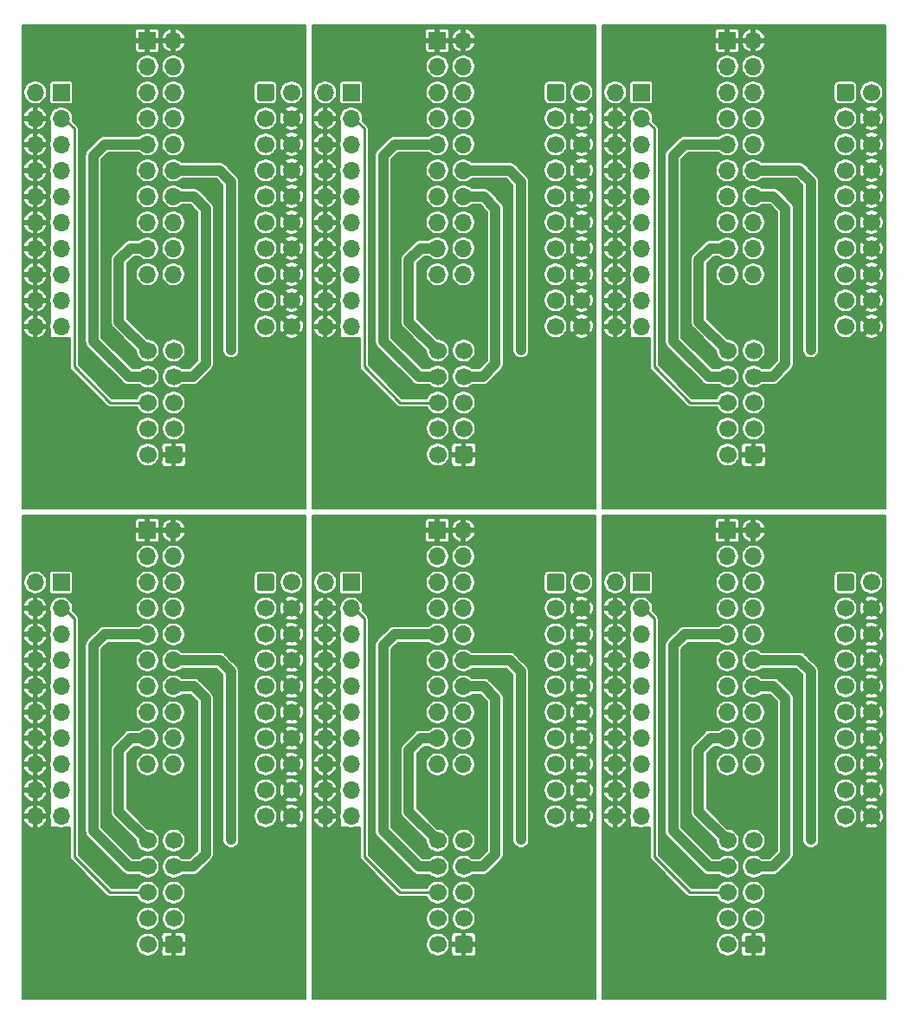
<source format=gtl>
%TF.GenerationSoftware,KiCad,Pcbnew,(5.1.10-1-10_14)*%
%TF.CreationDate,2022-06-03T02:51:19+09:00*%
%TF.ProjectId,jtag_sniffer_jig,6a746167-5f73-46e6-9966-6665725f6a69,rev?*%
%TF.SameCoordinates,Original*%
%TF.FileFunction,Copper,L1,Top*%
%TF.FilePolarity,Positive*%
%FSLAX46Y46*%
G04 Gerber Fmt 4.6, Leading zero omitted, Abs format (unit mm)*
G04 Created by KiCad (PCBNEW (5.1.10-1-10_14)) date 2022-06-03 02:51:19*
%MOMM*%
%LPD*%
G01*
G04 APERTURE LIST*
%TA.AperFunction,ComponentPad*%
%ADD10R,1.700000X1.700000*%
%TD*%
%TA.AperFunction,ComponentPad*%
%ADD11O,1.700000X1.700000*%
%TD*%
%TA.AperFunction,ComponentPad*%
%ADD12C,1.700000*%
%TD*%
%TA.AperFunction,ViaPad*%
%ADD13C,0.600000*%
%TD*%
%TA.AperFunction,ViaPad*%
%ADD14C,0.800000*%
%TD*%
%TA.AperFunction,Conductor*%
%ADD15C,1.000000*%
%TD*%
%TA.AperFunction,Conductor*%
%ADD16C,0.250000*%
%TD*%
%TA.AperFunction,Conductor*%
%ADD17C,0.200000*%
%TD*%
%TA.AperFunction,Conductor*%
%ADD18C,0.100000*%
%TD*%
G04 APERTURE END LIST*
D10*
%TO.P,J1,1*%
%TO.N,/VTREF*%
X206720000Y-147880000D03*
D11*
%TO.P,J1,2*%
%TO.N,/VCC*%
X204180000Y-147880000D03*
%TO.P,J1,3*%
%TO.N,/~TRST*%
X206720000Y-150420000D03*
%TO.P,J1,4*%
%TO.N,GND*%
X204180000Y-150420000D03*
%TO.P,J1,5*%
%TO.N,/TDI*%
X206720000Y-152960000D03*
%TO.P,J1,6*%
%TO.N,GND*%
X204180000Y-152960000D03*
%TO.P,J1,7*%
%TO.N,/TMS_SWDIO*%
X206720000Y-155500000D03*
%TO.P,J1,8*%
%TO.N,GND*%
X204180000Y-155500000D03*
%TO.P,J1,9*%
%TO.N,/TCK_SWDCLK*%
X206720000Y-158040000D03*
%TO.P,J1,10*%
%TO.N,GND*%
X204180000Y-158040000D03*
%TO.P,J1,11*%
%TO.N,/RTCK*%
X206720000Y-160580000D03*
%TO.P,J1,12*%
%TO.N,GND*%
X204180000Y-160580000D03*
%TO.P,J1,13*%
%TO.N,/TDO_SWO*%
X206720000Y-163120000D03*
%TO.P,J1,14*%
%TO.N,GND*%
X204180000Y-163120000D03*
%TO.P,J1,15*%
%TO.N,/~SRST*%
X206720000Y-165660000D03*
%TO.P,J1,16*%
%TO.N,GND*%
X204180000Y-165660000D03*
%TO.P,J1,17*%
%TO.N,N/C*%
X206720000Y-168200000D03*
%TO.P,J1,18*%
%TO.N,GND*%
X204180000Y-168200000D03*
%TO.P,J1,19*%
%TO.N,N/C*%
X206720000Y-170740000D03*
%TO.P,J1,20*%
%TO.N,GND*%
X204180000Y-170740000D03*
%TD*%
D10*
%TO.P,J1,1*%
%TO.N,/VTREF*%
X178360000Y-147880000D03*
D11*
%TO.P,J1,2*%
%TO.N,/VCC*%
X175820000Y-147880000D03*
%TO.P,J1,3*%
%TO.N,/~TRST*%
X178360000Y-150420000D03*
%TO.P,J1,4*%
%TO.N,GND*%
X175820000Y-150420000D03*
%TO.P,J1,5*%
%TO.N,/TDI*%
X178360000Y-152960000D03*
%TO.P,J1,6*%
%TO.N,GND*%
X175820000Y-152960000D03*
%TO.P,J1,7*%
%TO.N,/TMS_SWDIO*%
X178360000Y-155500000D03*
%TO.P,J1,8*%
%TO.N,GND*%
X175820000Y-155500000D03*
%TO.P,J1,9*%
%TO.N,/TCK_SWDCLK*%
X178360000Y-158040000D03*
%TO.P,J1,10*%
%TO.N,GND*%
X175820000Y-158040000D03*
%TO.P,J1,11*%
%TO.N,/RTCK*%
X178360000Y-160580000D03*
%TO.P,J1,12*%
%TO.N,GND*%
X175820000Y-160580000D03*
%TO.P,J1,13*%
%TO.N,/TDO_SWO*%
X178360000Y-163120000D03*
%TO.P,J1,14*%
%TO.N,GND*%
X175820000Y-163120000D03*
%TO.P,J1,15*%
%TO.N,/~SRST*%
X178360000Y-165660000D03*
%TO.P,J1,16*%
%TO.N,GND*%
X175820000Y-165660000D03*
%TO.P,J1,17*%
%TO.N,N/C*%
X178360000Y-168200000D03*
%TO.P,J1,18*%
%TO.N,GND*%
X175820000Y-168200000D03*
%TO.P,J1,19*%
%TO.N,N/C*%
X178360000Y-170740000D03*
%TO.P,J1,20*%
%TO.N,GND*%
X175820000Y-170740000D03*
%TD*%
D10*
%TO.P,J1,1*%
%TO.N,/VTREF*%
X150000000Y-147880000D03*
D11*
%TO.P,J1,2*%
%TO.N,/VCC*%
X147460000Y-147880000D03*
%TO.P,J1,3*%
%TO.N,/~TRST*%
X150000000Y-150420000D03*
%TO.P,J1,4*%
%TO.N,GND*%
X147460000Y-150420000D03*
%TO.P,J1,5*%
%TO.N,/TDI*%
X150000000Y-152960000D03*
%TO.P,J1,6*%
%TO.N,GND*%
X147460000Y-152960000D03*
%TO.P,J1,7*%
%TO.N,/TMS_SWDIO*%
X150000000Y-155500000D03*
%TO.P,J1,8*%
%TO.N,GND*%
X147460000Y-155500000D03*
%TO.P,J1,9*%
%TO.N,/TCK_SWDCLK*%
X150000000Y-158040000D03*
%TO.P,J1,10*%
%TO.N,GND*%
X147460000Y-158040000D03*
%TO.P,J1,11*%
%TO.N,/RTCK*%
X150000000Y-160580000D03*
%TO.P,J1,12*%
%TO.N,GND*%
X147460000Y-160580000D03*
%TO.P,J1,13*%
%TO.N,/TDO_SWO*%
X150000000Y-163120000D03*
%TO.P,J1,14*%
%TO.N,GND*%
X147460000Y-163120000D03*
%TO.P,J1,15*%
%TO.N,/~SRST*%
X150000000Y-165660000D03*
%TO.P,J1,16*%
%TO.N,GND*%
X147460000Y-165660000D03*
%TO.P,J1,17*%
%TO.N,N/C*%
X150000000Y-168200000D03*
%TO.P,J1,18*%
%TO.N,GND*%
X147460000Y-168200000D03*
%TO.P,J1,19*%
%TO.N,N/C*%
X150000000Y-170740000D03*
%TO.P,J1,20*%
%TO.N,GND*%
X147460000Y-170740000D03*
%TD*%
D10*
%TO.P,J1,1*%
%TO.N,/VTREF*%
X206720000Y-100000000D03*
D11*
%TO.P,J1,2*%
%TO.N,/VCC*%
X204180000Y-100000000D03*
%TO.P,J1,3*%
%TO.N,/~TRST*%
X206720000Y-102540000D03*
%TO.P,J1,4*%
%TO.N,GND*%
X204180000Y-102540000D03*
%TO.P,J1,5*%
%TO.N,/TDI*%
X206720000Y-105080000D03*
%TO.P,J1,6*%
%TO.N,GND*%
X204180000Y-105080000D03*
%TO.P,J1,7*%
%TO.N,/TMS_SWDIO*%
X206720000Y-107620000D03*
%TO.P,J1,8*%
%TO.N,GND*%
X204180000Y-107620000D03*
%TO.P,J1,9*%
%TO.N,/TCK_SWDCLK*%
X206720000Y-110160000D03*
%TO.P,J1,10*%
%TO.N,GND*%
X204180000Y-110160000D03*
%TO.P,J1,11*%
%TO.N,/RTCK*%
X206720000Y-112700000D03*
%TO.P,J1,12*%
%TO.N,GND*%
X204180000Y-112700000D03*
%TO.P,J1,13*%
%TO.N,/TDO_SWO*%
X206720000Y-115240000D03*
%TO.P,J1,14*%
%TO.N,GND*%
X204180000Y-115240000D03*
%TO.P,J1,15*%
%TO.N,/~SRST*%
X206720000Y-117780000D03*
%TO.P,J1,16*%
%TO.N,GND*%
X204180000Y-117780000D03*
%TO.P,J1,17*%
%TO.N,N/C*%
X206720000Y-120320000D03*
%TO.P,J1,18*%
%TO.N,GND*%
X204180000Y-120320000D03*
%TO.P,J1,19*%
%TO.N,N/C*%
X206720000Y-122860000D03*
%TO.P,J1,20*%
%TO.N,GND*%
X204180000Y-122860000D03*
%TD*%
D10*
%TO.P,J1,1*%
%TO.N,/VTREF*%
X178360000Y-100000000D03*
D11*
%TO.P,J1,2*%
%TO.N,/VCC*%
X175820000Y-100000000D03*
%TO.P,J1,3*%
%TO.N,/~TRST*%
X178360000Y-102540000D03*
%TO.P,J1,4*%
%TO.N,GND*%
X175820000Y-102540000D03*
%TO.P,J1,5*%
%TO.N,/TDI*%
X178360000Y-105080000D03*
%TO.P,J1,6*%
%TO.N,GND*%
X175820000Y-105080000D03*
%TO.P,J1,7*%
%TO.N,/TMS_SWDIO*%
X178360000Y-107620000D03*
%TO.P,J1,8*%
%TO.N,GND*%
X175820000Y-107620000D03*
%TO.P,J1,9*%
%TO.N,/TCK_SWDCLK*%
X178360000Y-110160000D03*
%TO.P,J1,10*%
%TO.N,GND*%
X175820000Y-110160000D03*
%TO.P,J1,11*%
%TO.N,/RTCK*%
X178360000Y-112700000D03*
%TO.P,J1,12*%
%TO.N,GND*%
X175820000Y-112700000D03*
%TO.P,J1,13*%
%TO.N,/TDO_SWO*%
X178360000Y-115240000D03*
%TO.P,J1,14*%
%TO.N,GND*%
X175820000Y-115240000D03*
%TO.P,J1,15*%
%TO.N,/~SRST*%
X178360000Y-117780000D03*
%TO.P,J1,16*%
%TO.N,GND*%
X175820000Y-117780000D03*
%TO.P,J1,17*%
%TO.N,N/C*%
X178360000Y-120320000D03*
%TO.P,J1,18*%
%TO.N,GND*%
X175820000Y-120320000D03*
%TO.P,J1,19*%
%TO.N,N/C*%
X178360000Y-122860000D03*
%TO.P,J1,20*%
%TO.N,GND*%
X175820000Y-122860000D03*
%TD*%
D12*
%TO.P,J3,20*%
%TO.N,GND*%
X229260000Y-170730000D03*
%TO.P,J3,18*%
X229260000Y-168190000D03*
%TO.P,J3,16*%
X229260000Y-165650000D03*
%TO.P,J3,14*%
X229260000Y-163110000D03*
%TO.P,J3,12*%
X229260000Y-160570000D03*
%TO.P,J3,10*%
X229260000Y-158030000D03*
%TO.P,J3,8*%
X229260000Y-155490000D03*
%TO.P,J3,6*%
X229260000Y-152950000D03*
%TO.P,J3,4*%
X229260000Y-150410000D03*
%TO.P,J3,2*%
%TO.N,/VCC*%
X229260000Y-147870000D03*
%TO.P,J3,19*%
%TO.N,N/C*%
X226720000Y-170730000D03*
%TO.P,J3,17*%
X226720000Y-168190000D03*
%TO.P,J3,15*%
%TO.N,/~SRST*%
X226720000Y-165650000D03*
%TO.P,J3,13*%
%TO.N,/TDO_SWO*%
X226720000Y-163110000D03*
%TO.P,J3,11*%
%TO.N,/RTCK*%
X226720000Y-160570000D03*
%TO.P,J3,9*%
%TO.N,/TCK_SWDCLK*%
X226720000Y-158030000D03*
%TO.P,J3,7*%
%TO.N,/TMS_SWDIO*%
X226720000Y-155490000D03*
%TO.P,J3,5*%
%TO.N,/TDI*%
X226720000Y-152950000D03*
%TO.P,J3,3*%
%TO.N,/~TRST*%
X226720000Y-150410000D03*
%TO.P,J3,1*%
%TO.N,/VTREF*%
%TA.AperFunction,ComponentPad*%
G36*
G01*
X225870000Y-148470000D02*
X225870000Y-147270000D01*
G75*
G02*
X226120000Y-147020000I250000J0D01*
G01*
X227320000Y-147020000D01*
G75*
G02*
X227570000Y-147270000I0J-250000D01*
G01*
X227570000Y-148470000D01*
G75*
G02*
X227320000Y-148720000I-250000J0D01*
G01*
X226120000Y-148720000D01*
G75*
G02*
X225870000Y-148470000I0J250000D01*
G01*
G37*
%TD.AperFunction*%
%TD*%
%TO.P,J3,20*%
%TO.N,GND*%
X200900000Y-170730000D03*
%TO.P,J3,18*%
X200900000Y-168190000D03*
%TO.P,J3,16*%
X200900000Y-165650000D03*
%TO.P,J3,14*%
X200900000Y-163110000D03*
%TO.P,J3,12*%
X200900000Y-160570000D03*
%TO.P,J3,10*%
X200900000Y-158030000D03*
%TO.P,J3,8*%
X200900000Y-155490000D03*
%TO.P,J3,6*%
X200900000Y-152950000D03*
%TO.P,J3,4*%
X200900000Y-150410000D03*
%TO.P,J3,2*%
%TO.N,/VCC*%
X200900000Y-147870000D03*
%TO.P,J3,19*%
%TO.N,N/C*%
X198360000Y-170730000D03*
%TO.P,J3,17*%
X198360000Y-168190000D03*
%TO.P,J3,15*%
%TO.N,/~SRST*%
X198360000Y-165650000D03*
%TO.P,J3,13*%
%TO.N,/TDO_SWO*%
X198360000Y-163110000D03*
%TO.P,J3,11*%
%TO.N,/RTCK*%
X198360000Y-160570000D03*
%TO.P,J3,9*%
%TO.N,/TCK_SWDCLK*%
X198360000Y-158030000D03*
%TO.P,J3,7*%
%TO.N,/TMS_SWDIO*%
X198360000Y-155490000D03*
%TO.P,J3,5*%
%TO.N,/TDI*%
X198360000Y-152950000D03*
%TO.P,J3,3*%
%TO.N,/~TRST*%
X198360000Y-150410000D03*
%TO.P,J3,1*%
%TO.N,/VTREF*%
%TA.AperFunction,ComponentPad*%
G36*
G01*
X197510000Y-148470000D02*
X197510000Y-147270000D01*
G75*
G02*
X197760000Y-147020000I250000J0D01*
G01*
X198960000Y-147020000D01*
G75*
G02*
X199210000Y-147270000I0J-250000D01*
G01*
X199210000Y-148470000D01*
G75*
G02*
X198960000Y-148720000I-250000J0D01*
G01*
X197760000Y-148720000D01*
G75*
G02*
X197510000Y-148470000I0J250000D01*
G01*
G37*
%TD.AperFunction*%
%TD*%
%TO.P,J3,20*%
%TO.N,GND*%
X172540000Y-170730000D03*
%TO.P,J3,18*%
X172540000Y-168190000D03*
%TO.P,J3,16*%
X172540000Y-165650000D03*
%TO.P,J3,14*%
X172540000Y-163110000D03*
%TO.P,J3,12*%
X172540000Y-160570000D03*
%TO.P,J3,10*%
X172540000Y-158030000D03*
%TO.P,J3,8*%
X172540000Y-155490000D03*
%TO.P,J3,6*%
X172540000Y-152950000D03*
%TO.P,J3,4*%
X172540000Y-150410000D03*
%TO.P,J3,2*%
%TO.N,/VCC*%
X172540000Y-147870000D03*
%TO.P,J3,19*%
%TO.N,N/C*%
X170000000Y-170730000D03*
%TO.P,J3,17*%
X170000000Y-168190000D03*
%TO.P,J3,15*%
%TO.N,/~SRST*%
X170000000Y-165650000D03*
%TO.P,J3,13*%
%TO.N,/TDO_SWO*%
X170000000Y-163110000D03*
%TO.P,J3,11*%
%TO.N,/RTCK*%
X170000000Y-160570000D03*
%TO.P,J3,9*%
%TO.N,/TCK_SWDCLK*%
X170000000Y-158030000D03*
%TO.P,J3,7*%
%TO.N,/TMS_SWDIO*%
X170000000Y-155490000D03*
%TO.P,J3,5*%
%TO.N,/TDI*%
X170000000Y-152950000D03*
%TO.P,J3,3*%
%TO.N,/~TRST*%
X170000000Y-150410000D03*
%TO.P,J3,1*%
%TO.N,/VTREF*%
%TA.AperFunction,ComponentPad*%
G36*
G01*
X169150000Y-148470000D02*
X169150000Y-147270000D01*
G75*
G02*
X169400000Y-147020000I250000J0D01*
G01*
X170600000Y-147020000D01*
G75*
G02*
X170850000Y-147270000I0J-250000D01*
G01*
X170850000Y-148470000D01*
G75*
G02*
X170600000Y-148720000I-250000J0D01*
G01*
X169400000Y-148720000D01*
G75*
G02*
X169150000Y-148470000I0J250000D01*
G01*
G37*
%TD.AperFunction*%
%TD*%
%TO.P,J3,20*%
%TO.N,GND*%
X229260000Y-122850000D03*
%TO.P,J3,18*%
X229260000Y-120310000D03*
%TO.P,J3,16*%
X229260000Y-117770000D03*
%TO.P,J3,14*%
X229260000Y-115230000D03*
%TO.P,J3,12*%
X229260000Y-112690000D03*
%TO.P,J3,10*%
X229260000Y-110150000D03*
%TO.P,J3,8*%
X229260000Y-107610000D03*
%TO.P,J3,6*%
X229260000Y-105070000D03*
%TO.P,J3,4*%
X229260000Y-102530000D03*
%TO.P,J3,2*%
%TO.N,/VCC*%
X229260000Y-99990000D03*
%TO.P,J3,19*%
%TO.N,N/C*%
X226720000Y-122850000D03*
%TO.P,J3,17*%
X226720000Y-120310000D03*
%TO.P,J3,15*%
%TO.N,/~SRST*%
X226720000Y-117770000D03*
%TO.P,J3,13*%
%TO.N,/TDO_SWO*%
X226720000Y-115230000D03*
%TO.P,J3,11*%
%TO.N,/RTCK*%
X226720000Y-112690000D03*
%TO.P,J3,9*%
%TO.N,/TCK_SWDCLK*%
X226720000Y-110150000D03*
%TO.P,J3,7*%
%TO.N,/TMS_SWDIO*%
X226720000Y-107610000D03*
%TO.P,J3,5*%
%TO.N,/TDI*%
X226720000Y-105070000D03*
%TO.P,J3,3*%
%TO.N,/~TRST*%
X226720000Y-102530000D03*
%TO.P,J3,1*%
%TO.N,/VTREF*%
%TA.AperFunction,ComponentPad*%
G36*
G01*
X225870000Y-100590000D02*
X225870000Y-99390000D01*
G75*
G02*
X226120000Y-99140000I250000J0D01*
G01*
X227320000Y-99140000D01*
G75*
G02*
X227570000Y-99390000I0J-250000D01*
G01*
X227570000Y-100590000D01*
G75*
G02*
X227320000Y-100840000I-250000J0D01*
G01*
X226120000Y-100840000D01*
G75*
G02*
X225870000Y-100590000I0J250000D01*
G01*
G37*
%TD.AperFunction*%
%TD*%
%TO.P,J3,20*%
%TO.N,GND*%
X200900000Y-122850000D03*
%TO.P,J3,18*%
X200900000Y-120310000D03*
%TO.P,J3,16*%
X200900000Y-117770000D03*
%TO.P,J3,14*%
X200900000Y-115230000D03*
%TO.P,J3,12*%
X200900000Y-112690000D03*
%TO.P,J3,10*%
X200900000Y-110150000D03*
%TO.P,J3,8*%
X200900000Y-107610000D03*
%TO.P,J3,6*%
X200900000Y-105070000D03*
%TO.P,J3,4*%
X200900000Y-102530000D03*
%TO.P,J3,2*%
%TO.N,/VCC*%
X200900000Y-99990000D03*
%TO.P,J3,19*%
%TO.N,N/C*%
X198360000Y-122850000D03*
%TO.P,J3,17*%
X198360000Y-120310000D03*
%TO.P,J3,15*%
%TO.N,/~SRST*%
X198360000Y-117770000D03*
%TO.P,J3,13*%
%TO.N,/TDO_SWO*%
X198360000Y-115230000D03*
%TO.P,J3,11*%
%TO.N,/RTCK*%
X198360000Y-112690000D03*
%TO.P,J3,9*%
%TO.N,/TCK_SWDCLK*%
X198360000Y-110150000D03*
%TO.P,J3,7*%
%TO.N,/TMS_SWDIO*%
X198360000Y-107610000D03*
%TO.P,J3,5*%
%TO.N,/TDI*%
X198360000Y-105070000D03*
%TO.P,J3,3*%
%TO.N,/~TRST*%
X198360000Y-102530000D03*
%TO.P,J3,1*%
%TO.N,/VTREF*%
%TA.AperFunction,ComponentPad*%
G36*
G01*
X197510000Y-100590000D02*
X197510000Y-99390000D01*
G75*
G02*
X197760000Y-99140000I250000J0D01*
G01*
X198960000Y-99140000D01*
G75*
G02*
X199210000Y-99390000I0J-250000D01*
G01*
X199210000Y-100590000D01*
G75*
G02*
X198960000Y-100840000I-250000J0D01*
G01*
X197760000Y-100840000D01*
G75*
G02*
X197510000Y-100590000I0J250000D01*
G01*
G37*
%TD.AperFunction*%
%TD*%
D10*
%TO.P,J2,1*%
%TO.N,GND*%
X215150000Y-142800000D03*
D11*
%TO.P,J2,2*%
X217690000Y-142800000D03*
%TO.P,J2,3*%
%TO.N,/VCC*%
X215150000Y-145340000D03*
%TO.P,J2,4*%
X217690000Y-145340000D03*
%TO.P,J2,5*%
%TO.N,/VTREF*%
X215150000Y-147880000D03*
%TO.P,J2,6*%
X217690000Y-147880000D03*
%TO.P,J2,7*%
%TO.N,/~TRST*%
X215150000Y-150420000D03*
%TO.P,J2,8*%
X217690000Y-150420000D03*
%TO.P,J2,9*%
%TO.N,/TDI*%
X215150000Y-152960000D03*
%TO.P,J2,10*%
X217690000Y-152960000D03*
%TO.P,J2,11*%
%TO.N,/TMS_SWDIO*%
X215150000Y-155500000D03*
%TO.P,J2,12*%
X217690000Y-155500000D03*
%TO.P,J2,13*%
%TO.N,/TCK_SWDCLK*%
X215150000Y-158040000D03*
%TO.P,J2,14*%
X217690000Y-158040000D03*
%TO.P,J2,15*%
%TO.N,/RTCK*%
X215150000Y-160580000D03*
%TO.P,J2,16*%
X217690000Y-160580000D03*
%TO.P,J2,17*%
%TO.N,/TDO_SWO*%
X215150000Y-163120000D03*
%TO.P,J2,18*%
X217690000Y-163120000D03*
%TO.P,J2,19*%
%TO.N,/~SRST*%
X215150000Y-165660000D03*
%TO.P,J2,20*%
X217690000Y-165660000D03*
%TD*%
D10*
%TO.P,J2,1*%
%TO.N,GND*%
X186790000Y-142800000D03*
D11*
%TO.P,J2,2*%
X189330000Y-142800000D03*
%TO.P,J2,3*%
%TO.N,/VCC*%
X186790000Y-145340000D03*
%TO.P,J2,4*%
X189330000Y-145340000D03*
%TO.P,J2,5*%
%TO.N,/VTREF*%
X186790000Y-147880000D03*
%TO.P,J2,6*%
X189330000Y-147880000D03*
%TO.P,J2,7*%
%TO.N,/~TRST*%
X186790000Y-150420000D03*
%TO.P,J2,8*%
X189330000Y-150420000D03*
%TO.P,J2,9*%
%TO.N,/TDI*%
X186790000Y-152960000D03*
%TO.P,J2,10*%
X189330000Y-152960000D03*
%TO.P,J2,11*%
%TO.N,/TMS_SWDIO*%
X186790000Y-155500000D03*
%TO.P,J2,12*%
X189330000Y-155500000D03*
%TO.P,J2,13*%
%TO.N,/TCK_SWDCLK*%
X186790000Y-158040000D03*
%TO.P,J2,14*%
X189330000Y-158040000D03*
%TO.P,J2,15*%
%TO.N,/RTCK*%
X186790000Y-160580000D03*
%TO.P,J2,16*%
X189330000Y-160580000D03*
%TO.P,J2,17*%
%TO.N,/TDO_SWO*%
X186790000Y-163120000D03*
%TO.P,J2,18*%
X189330000Y-163120000D03*
%TO.P,J2,19*%
%TO.N,/~SRST*%
X186790000Y-165660000D03*
%TO.P,J2,20*%
X189330000Y-165660000D03*
%TD*%
D10*
%TO.P,J2,1*%
%TO.N,GND*%
X158430000Y-142800000D03*
D11*
%TO.P,J2,2*%
X160970000Y-142800000D03*
%TO.P,J2,3*%
%TO.N,/VCC*%
X158430000Y-145340000D03*
%TO.P,J2,4*%
X160970000Y-145340000D03*
%TO.P,J2,5*%
%TO.N,/VTREF*%
X158430000Y-147880000D03*
%TO.P,J2,6*%
X160970000Y-147880000D03*
%TO.P,J2,7*%
%TO.N,/~TRST*%
X158430000Y-150420000D03*
%TO.P,J2,8*%
X160970000Y-150420000D03*
%TO.P,J2,9*%
%TO.N,/TDI*%
X158430000Y-152960000D03*
%TO.P,J2,10*%
X160970000Y-152960000D03*
%TO.P,J2,11*%
%TO.N,/TMS_SWDIO*%
X158430000Y-155500000D03*
%TO.P,J2,12*%
X160970000Y-155500000D03*
%TO.P,J2,13*%
%TO.N,/TCK_SWDCLK*%
X158430000Y-158040000D03*
%TO.P,J2,14*%
X160970000Y-158040000D03*
%TO.P,J2,15*%
%TO.N,/RTCK*%
X158430000Y-160580000D03*
%TO.P,J2,16*%
X160970000Y-160580000D03*
%TO.P,J2,17*%
%TO.N,/TDO_SWO*%
X158430000Y-163120000D03*
%TO.P,J2,18*%
X160970000Y-163120000D03*
%TO.P,J2,19*%
%TO.N,/~SRST*%
X158430000Y-165660000D03*
%TO.P,J2,20*%
X160970000Y-165660000D03*
%TD*%
D10*
%TO.P,J2,1*%
%TO.N,GND*%
X215150000Y-94920000D03*
D11*
%TO.P,J2,2*%
X217690000Y-94920000D03*
%TO.P,J2,3*%
%TO.N,/VCC*%
X215150000Y-97460000D03*
%TO.P,J2,4*%
X217690000Y-97460000D03*
%TO.P,J2,5*%
%TO.N,/VTREF*%
X215150000Y-100000000D03*
%TO.P,J2,6*%
X217690000Y-100000000D03*
%TO.P,J2,7*%
%TO.N,/~TRST*%
X215150000Y-102540000D03*
%TO.P,J2,8*%
X217690000Y-102540000D03*
%TO.P,J2,9*%
%TO.N,/TDI*%
X215150000Y-105080000D03*
%TO.P,J2,10*%
X217690000Y-105080000D03*
%TO.P,J2,11*%
%TO.N,/TMS_SWDIO*%
X215150000Y-107620000D03*
%TO.P,J2,12*%
X217690000Y-107620000D03*
%TO.P,J2,13*%
%TO.N,/TCK_SWDCLK*%
X215150000Y-110160000D03*
%TO.P,J2,14*%
X217690000Y-110160000D03*
%TO.P,J2,15*%
%TO.N,/RTCK*%
X215150000Y-112700000D03*
%TO.P,J2,16*%
X217690000Y-112700000D03*
%TO.P,J2,17*%
%TO.N,/TDO_SWO*%
X215150000Y-115240000D03*
%TO.P,J2,18*%
X217690000Y-115240000D03*
%TO.P,J2,19*%
%TO.N,/~SRST*%
X215150000Y-117780000D03*
%TO.P,J2,20*%
X217690000Y-117780000D03*
%TD*%
D10*
%TO.P,J2,1*%
%TO.N,GND*%
X186790000Y-94920000D03*
D11*
%TO.P,J2,2*%
X189330000Y-94920000D03*
%TO.P,J2,3*%
%TO.N,/VCC*%
X186790000Y-97460000D03*
%TO.P,J2,4*%
X189330000Y-97460000D03*
%TO.P,J2,5*%
%TO.N,/VTREF*%
X186790000Y-100000000D03*
%TO.P,J2,6*%
X189330000Y-100000000D03*
%TO.P,J2,7*%
%TO.N,/~TRST*%
X186790000Y-102540000D03*
%TO.P,J2,8*%
X189330000Y-102540000D03*
%TO.P,J2,9*%
%TO.N,/TDI*%
X186790000Y-105080000D03*
%TO.P,J2,10*%
X189330000Y-105080000D03*
%TO.P,J2,11*%
%TO.N,/TMS_SWDIO*%
X186790000Y-107620000D03*
%TO.P,J2,12*%
X189330000Y-107620000D03*
%TO.P,J2,13*%
%TO.N,/TCK_SWDCLK*%
X186790000Y-110160000D03*
%TO.P,J2,14*%
X189330000Y-110160000D03*
%TO.P,J2,15*%
%TO.N,/RTCK*%
X186790000Y-112700000D03*
%TO.P,J2,16*%
X189330000Y-112700000D03*
%TO.P,J2,17*%
%TO.N,/TDO_SWO*%
X186790000Y-115240000D03*
%TO.P,J2,18*%
X189330000Y-115240000D03*
%TO.P,J2,19*%
%TO.N,/~SRST*%
X186790000Y-117780000D03*
%TO.P,J2,20*%
X189330000Y-117780000D03*
%TD*%
%TO.P,J4,1*%
%TO.N,GND*%
%TA.AperFunction,ComponentPad*%
G36*
G01*
X218580000Y-182670000D02*
X218580000Y-183870000D01*
G75*
G02*
X218330000Y-184120000I-250000J0D01*
G01*
X217130000Y-184120000D01*
G75*
G02*
X216880000Y-183870000I0J250000D01*
G01*
X216880000Y-182670000D01*
G75*
G02*
X217130000Y-182420000I250000J0D01*
G01*
X218330000Y-182420000D01*
G75*
G02*
X218580000Y-182670000I0J-250000D01*
G01*
G37*
%TD.AperFunction*%
D12*
%TO.P,J4,3*%
%TO.N,N/C*%
X217730000Y-180730000D03*
%TO.P,J4,5*%
X217730000Y-178190000D03*
%TO.P,J4,7*%
%TO.N,/TCK_SWDCLK*%
X217730000Y-175650000D03*
%TO.P,J4,9*%
%TO.N,/TMS_SWDIO*%
X217730000Y-173110000D03*
%TO.P,J4,2*%
%TO.N,N/C*%
X215190000Y-183270000D03*
%TO.P,J4,4*%
X215190000Y-180730000D03*
%TO.P,J4,6*%
%TO.N,/~TRST*%
X215190000Y-178190000D03*
%TO.P,J4,8*%
%TO.N,/TDI*%
X215190000Y-175650000D03*
%TO.P,J4,10*%
%TO.N,/TDO_SWO*%
X215190000Y-173110000D03*
%TD*%
%TO.P,J4,1*%
%TO.N,GND*%
%TA.AperFunction,ComponentPad*%
G36*
G01*
X190220000Y-182670000D02*
X190220000Y-183870000D01*
G75*
G02*
X189970000Y-184120000I-250000J0D01*
G01*
X188770000Y-184120000D01*
G75*
G02*
X188520000Y-183870000I0J250000D01*
G01*
X188520000Y-182670000D01*
G75*
G02*
X188770000Y-182420000I250000J0D01*
G01*
X189970000Y-182420000D01*
G75*
G02*
X190220000Y-182670000I0J-250000D01*
G01*
G37*
%TD.AperFunction*%
%TO.P,J4,3*%
%TO.N,N/C*%
X189370000Y-180730000D03*
%TO.P,J4,5*%
X189370000Y-178190000D03*
%TO.P,J4,7*%
%TO.N,/TCK_SWDCLK*%
X189370000Y-175650000D03*
%TO.P,J4,9*%
%TO.N,/TMS_SWDIO*%
X189370000Y-173110000D03*
%TO.P,J4,2*%
%TO.N,N/C*%
X186830000Y-183270000D03*
%TO.P,J4,4*%
X186830000Y-180730000D03*
%TO.P,J4,6*%
%TO.N,/~TRST*%
X186830000Y-178190000D03*
%TO.P,J4,8*%
%TO.N,/TDI*%
X186830000Y-175650000D03*
%TO.P,J4,10*%
%TO.N,/TDO_SWO*%
X186830000Y-173110000D03*
%TD*%
%TO.P,J4,1*%
%TO.N,GND*%
%TA.AperFunction,ComponentPad*%
G36*
G01*
X161860000Y-182670000D02*
X161860000Y-183870000D01*
G75*
G02*
X161610000Y-184120000I-250000J0D01*
G01*
X160410000Y-184120000D01*
G75*
G02*
X160160000Y-183870000I0J250000D01*
G01*
X160160000Y-182670000D01*
G75*
G02*
X160410000Y-182420000I250000J0D01*
G01*
X161610000Y-182420000D01*
G75*
G02*
X161860000Y-182670000I0J-250000D01*
G01*
G37*
%TD.AperFunction*%
%TO.P,J4,3*%
%TO.N,N/C*%
X161010000Y-180730000D03*
%TO.P,J4,5*%
X161010000Y-178190000D03*
%TO.P,J4,7*%
%TO.N,/TCK_SWDCLK*%
X161010000Y-175650000D03*
%TO.P,J4,9*%
%TO.N,/TMS_SWDIO*%
X161010000Y-173110000D03*
%TO.P,J4,2*%
%TO.N,N/C*%
X158470000Y-183270000D03*
%TO.P,J4,4*%
X158470000Y-180730000D03*
%TO.P,J4,6*%
%TO.N,/~TRST*%
X158470000Y-178190000D03*
%TO.P,J4,8*%
%TO.N,/TDI*%
X158470000Y-175650000D03*
%TO.P,J4,10*%
%TO.N,/TDO_SWO*%
X158470000Y-173110000D03*
%TD*%
%TO.P,J4,1*%
%TO.N,GND*%
%TA.AperFunction,ComponentPad*%
G36*
G01*
X218580000Y-134790000D02*
X218580000Y-135990000D01*
G75*
G02*
X218330000Y-136240000I-250000J0D01*
G01*
X217130000Y-136240000D01*
G75*
G02*
X216880000Y-135990000I0J250000D01*
G01*
X216880000Y-134790000D01*
G75*
G02*
X217130000Y-134540000I250000J0D01*
G01*
X218330000Y-134540000D01*
G75*
G02*
X218580000Y-134790000I0J-250000D01*
G01*
G37*
%TD.AperFunction*%
%TO.P,J4,3*%
%TO.N,N/C*%
X217730000Y-132850000D03*
%TO.P,J4,5*%
X217730000Y-130310000D03*
%TO.P,J4,7*%
%TO.N,/TCK_SWDCLK*%
X217730000Y-127770000D03*
%TO.P,J4,9*%
%TO.N,/TMS_SWDIO*%
X217730000Y-125230000D03*
%TO.P,J4,2*%
%TO.N,N/C*%
X215190000Y-135390000D03*
%TO.P,J4,4*%
X215190000Y-132850000D03*
%TO.P,J4,6*%
%TO.N,/~TRST*%
X215190000Y-130310000D03*
%TO.P,J4,8*%
%TO.N,/TDI*%
X215190000Y-127770000D03*
%TO.P,J4,10*%
%TO.N,/TDO_SWO*%
X215190000Y-125230000D03*
%TD*%
%TO.P,J4,1*%
%TO.N,GND*%
%TA.AperFunction,ComponentPad*%
G36*
G01*
X190220000Y-134790000D02*
X190220000Y-135990000D01*
G75*
G02*
X189970000Y-136240000I-250000J0D01*
G01*
X188770000Y-136240000D01*
G75*
G02*
X188520000Y-135990000I0J250000D01*
G01*
X188520000Y-134790000D01*
G75*
G02*
X188770000Y-134540000I250000J0D01*
G01*
X189970000Y-134540000D01*
G75*
G02*
X190220000Y-134790000I0J-250000D01*
G01*
G37*
%TD.AperFunction*%
%TO.P,J4,3*%
%TO.N,N/C*%
X189370000Y-132850000D03*
%TO.P,J4,5*%
X189370000Y-130310000D03*
%TO.P,J4,7*%
%TO.N,/TCK_SWDCLK*%
X189370000Y-127770000D03*
%TO.P,J4,9*%
%TO.N,/TMS_SWDIO*%
X189370000Y-125230000D03*
%TO.P,J4,2*%
%TO.N,N/C*%
X186830000Y-135390000D03*
%TO.P,J4,4*%
X186830000Y-132850000D03*
%TO.P,J4,6*%
%TO.N,/~TRST*%
X186830000Y-130310000D03*
%TO.P,J4,8*%
%TO.N,/TDI*%
X186830000Y-127770000D03*
%TO.P,J4,10*%
%TO.N,/TDO_SWO*%
X186830000Y-125230000D03*
%TD*%
D11*
%TO.P,J2,20*%
%TO.N,/~SRST*%
X160970000Y-117780000D03*
%TO.P,J2,19*%
X158430000Y-117780000D03*
%TO.P,J2,18*%
%TO.N,/TDO_SWO*%
X160970000Y-115240000D03*
%TO.P,J2,17*%
X158430000Y-115240000D03*
%TO.P,J2,16*%
%TO.N,/RTCK*%
X160970000Y-112700000D03*
%TO.P,J2,15*%
X158430000Y-112700000D03*
%TO.P,J2,14*%
%TO.N,/TCK_SWDCLK*%
X160970000Y-110160000D03*
%TO.P,J2,13*%
X158430000Y-110160000D03*
%TO.P,J2,12*%
%TO.N,/TMS_SWDIO*%
X160970000Y-107620000D03*
%TO.P,J2,11*%
X158430000Y-107620000D03*
%TO.P,J2,10*%
%TO.N,/TDI*%
X160970000Y-105080000D03*
%TO.P,J2,9*%
X158430000Y-105080000D03*
%TO.P,J2,8*%
%TO.N,/~TRST*%
X160970000Y-102540000D03*
%TO.P,J2,7*%
X158430000Y-102540000D03*
%TO.P,J2,6*%
%TO.N,/VTREF*%
X160970000Y-100000000D03*
%TO.P,J2,5*%
X158430000Y-100000000D03*
%TO.P,J2,4*%
%TO.N,/VCC*%
X160970000Y-97460000D03*
%TO.P,J2,3*%
X158430000Y-97460000D03*
%TO.P,J2,2*%
%TO.N,GND*%
X160970000Y-94920000D03*
D10*
%TO.P,J2,1*%
X158430000Y-94920000D03*
%TD*%
D12*
%TO.P,J4,10*%
%TO.N,/TDO_SWO*%
X158470000Y-125230000D03*
%TO.P,J4,8*%
%TO.N,/TDI*%
X158470000Y-127770000D03*
%TO.P,J4,6*%
%TO.N,/~TRST*%
X158470000Y-130310000D03*
%TO.P,J4,4*%
%TO.N,N/C*%
X158470000Y-132850000D03*
%TO.P,J4,2*%
X158470000Y-135390000D03*
%TO.P,J4,9*%
%TO.N,/TMS_SWDIO*%
X161010000Y-125230000D03*
%TO.P,J4,7*%
%TO.N,/TCK_SWDCLK*%
X161010000Y-127770000D03*
%TO.P,J4,5*%
%TO.N,N/C*%
X161010000Y-130310000D03*
%TO.P,J4,3*%
X161010000Y-132850000D03*
%TO.P,J4,1*%
%TO.N,GND*%
%TA.AperFunction,ComponentPad*%
G36*
G01*
X161860000Y-134790000D02*
X161860000Y-135990000D01*
G75*
G02*
X161610000Y-136240000I-250000J0D01*
G01*
X160410000Y-136240000D01*
G75*
G02*
X160160000Y-135990000I0J250000D01*
G01*
X160160000Y-134790000D01*
G75*
G02*
X160410000Y-134540000I250000J0D01*
G01*
X161610000Y-134540000D01*
G75*
G02*
X161860000Y-134790000I0J-250000D01*
G01*
G37*
%TD.AperFunction*%
%TD*%
%TO.P,J3,1*%
%TO.N,/VTREF*%
%TA.AperFunction,ComponentPad*%
G36*
G01*
X169150000Y-100590000D02*
X169150000Y-99390000D01*
G75*
G02*
X169400000Y-99140000I250000J0D01*
G01*
X170600000Y-99140000D01*
G75*
G02*
X170850000Y-99390000I0J-250000D01*
G01*
X170850000Y-100590000D01*
G75*
G02*
X170600000Y-100840000I-250000J0D01*
G01*
X169400000Y-100840000D01*
G75*
G02*
X169150000Y-100590000I0J250000D01*
G01*
G37*
%TD.AperFunction*%
%TO.P,J3,3*%
%TO.N,/~TRST*%
X170000000Y-102530000D03*
%TO.P,J3,5*%
%TO.N,/TDI*%
X170000000Y-105070000D03*
%TO.P,J3,7*%
%TO.N,/TMS_SWDIO*%
X170000000Y-107610000D03*
%TO.P,J3,9*%
%TO.N,/TCK_SWDCLK*%
X170000000Y-110150000D03*
%TO.P,J3,11*%
%TO.N,/RTCK*%
X170000000Y-112690000D03*
%TO.P,J3,13*%
%TO.N,/TDO_SWO*%
X170000000Y-115230000D03*
%TO.P,J3,15*%
%TO.N,/~SRST*%
X170000000Y-117770000D03*
%TO.P,J3,17*%
%TO.N,N/C*%
X170000000Y-120310000D03*
%TO.P,J3,19*%
X170000000Y-122850000D03*
%TO.P,J3,2*%
%TO.N,/VCC*%
X172540000Y-99990000D03*
%TO.P,J3,4*%
%TO.N,GND*%
X172540000Y-102530000D03*
%TO.P,J3,6*%
X172540000Y-105070000D03*
%TO.P,J3,8*%
X172540000Y-107610000D03*
%TO.P,J3,10*%
X172540000Y-110150000D03*
%TO.P,J3,12*%
X172540000Y-112690000D03*
%TO.P,J3,14*%
X172540000Y-115230000D03*
%TO.P,J3,16*%
X172540000Y-117770000D03*
%TO.P,J3,18*%
X172540000Y-120310000D03*
%TO.P,J3,20*%
X172540000Y-122850000D03*
%TD*%
D11*
%TO.P,J1,20*%
%TO.N,GND*%
X147460000Y-122860000D03*
%TO.P,J1,19*%
%TO.N,N/C*%
X150000000Y-122860000D03*
%TO.P,J1,18*%
%TO.N,GND*%
X147460000Y-120320000D03*
%TO.P,J1,17*%
%TO.N,N/C*%
X150000000Y-120320000D03*
%TO.P,J1,16*%
%TO.N,GND*%
X147460000Y-117780000D03*
%TO.P,J1,15*%
%TO.N,/~SRST*%
X150000000Y-117780000D03*
%TO.P,J1,14*%
%TO.N,GND*%
X147460000Y-115240000D03*
%TO.P,J1,13*%
%TO.N,/TDO_SWO*%
X150000000Y-115240000D03*
%TO.P,J1,12*%
%TO.N,GND*%
X147460000Y-112700000D03*
%TO.P,J1,11*%
%TO.N,/RTCK*%
X150000000Y-112700000D03*
%TO.P,J1,10*%
%TO.N,GND*%
X147460000Y-110160000D03*
%TO.P,J1,9*%
%TO.N,/TCK_SWDCLK*%
X150000000Y-110160000D03*
%TO.P,J1,8*%
%TO.N,GND*%
X147460000Y-107620000D03*
%TO.P,J1,7*%
%TO.N,/TMS_SWDIO*%
X150000000Y-107620000D03*
%TO.P,J1,6*%
%TO.N,GND*%
X147460000Y-105080000D03*
%TO.P,J1,5*%
%TO.N,/TDI*%
X150000000Y-105080000D03*
%TO.P,J1,4*%
%TO.N,GND*%
X147460000Y-102540000D03*
%TO.P,J1,3*%
%TO.N,/~TRST*%
X150000000Y-102540000D03*
%TO.P,J1,2*%
%TO.N,/VCC*%
X147460000Y-100000000D03*
D10*
%TO.P,J1,1*%
%TO.N,/VTREF*%
X150000000Y-100000000D03*
%TD*%
D13*
%TO.N,GND*%
X146520000Y-93710000D03*
X146520000Y-95480000D03*
X146520000Y-101260000D03*
X146520000Y-103800000D03*
X146520000Y-106340000D03*
X146520000Y-108880000D03*
X146520000Y-111420000D03*
X146520000Y-113960000D03*
X146520000Y-116500000D03*
X146520000Y-119040000D03*
X146520000Y-121580000D03*
X146520000Y-124120000D03*
X148960000Y-93710000D03*
X151400000Y-93710000D03*
X153840000Y-93710000D03*
X156280000Y-93710000D03*
X163068000Y-93710000D03*
X166040000Y-93710000D03*
X168480000Y-93710000D03*
X170920000Y-93710000D03*
X159880000Y-93710000D03*
X146520000Y-97660000D03*
X151892000Y-96210000D03*
X154432000Y-96210000D03*
X156972000Y-96210000D03*
X151892000Y-98750000D03*
X154432000Y-98750000D03*
X156972000Y-98750000D03*
X151892000Y-101290000D03*
X154432000Y-101290000D03*
X156972000Y-101290000D03*
X151892000Y-103830000D03*
X154432000Y-103830000D03*
X156972000Y-103830000D03*
X151892000Y-106370000D03*
X154432000Y-106370000D03*
X156972000Y-106370000D03*
X151892000Y-108910000D03*
X154432000Y-108910000D03*
X156972000Y-108910000D03*
X151892000Y-111450000D03*
X154432000Y-111450000D03*
X156972000Y-111450000D03*
X151892000Y-113990000D03*
X154432000Y-113990000D03*
X156972000Y-113990000D03*
X151892000Y-116530000D03*
X154432000Y-116530000D03*
X156972000Y-116530000D03*
X151892000Y-119070000D03*
X154432000Y-119070000D03*
X156972000Y-119070000D03*
X162814000Y-96266000D03*
X165354000Y-96266000D03*
X167894000Y-96266000D03*
X162814000Y-98806000D03*
X165354000Y-98806000D03*
X167894000Y-98806000D03*
X162814000Y-101346000D03*
X165354000Y-101346000D03*
X167894000Y-101346000D03*
X162814000Y-103886000D03*
X165354000Y-103886000D03*
X167894000Y-103886000D03*
X162814000Y-106426000D03*
X165354000Y-106426000D03*
X167894000Y-106426000D03*
X162814000Y-108966000D03*
X165354000Y-108966000D03*
X167894000Y-108966000D03*
X162814000Y-111506000D03*
X165354000Y-111506000D03*
X167894000Y-111506000D03*
X162814000Y-114046000D03*
X165354000Y-114046000D03*
X167894000Y-114046000D03*
X162814000Y-116586000D03*
X165354000Y-116586000D03*
X167894000Y-116586000D03*
X162814000Y-119126000D03*
X165354000Y-119126000D03*
X167894000Y-119126000D03*
X159766000Y-96266000D03*
X159766000Y-98806000D03*
X159766000Y-101346000D03*
X159766000Y-103886000D03*
X159766000Y-106426000D03*
X159766000Y-108966000D03*
X159766000Y-111506000D03*
X159766000Y-114046000D03*
X159766000Y-116586000D03*
X159766000Y-119126000D03*
X149098000Y-96266000D03*
X171196000Y-96266000D03*
X151892000Y-121610000D03*
X151892000Y-124150000D03*
X152370000Y-126000000D03*
X150980000Y-127790000D03*
X154432000Y-121610000D03*
X154432000Y-123720000D03*
X153680000Y-127440000D03*
X155240000Y-129010000D03*
X156972000Y-121610000D03*
X157020000Y-126260000D03*
X156972000Y-129230000D03*
X159766000Y-121666000D03*
X159766000Y-124206000D03*
X159766000Y-126746000D03*
X159766000Y-129286000D03*
X162814000Y-121666000D03*
X162814000Y-124040000D03*
X162750000Y-126390000D03*
X162814000Y-129286000D03*
X165354000Y-121666000D03*
X165350000Y-124070000D03*
X165354000Y-126746000D03*
X165354000Y-129286000D03*
X167894000Y-121666000D03*
X167894000Y-124206000D03*
X167894000Y-126746000D03*
X167894000Y-129286000D03*
X155810000Y-124830000D03*
X173700000Y-93710000D03*
X173700000Y-96250000D03*
X173700000Y-98790000D03*
X173700000Y-101330000D03*
X173700000Y-103870000D03*
X173700000Y-106410000D03*
X173700000Y-108950000D03*
X173700000Y-111490000D03*
X173700000Y-114030000D03*
X173700000Y-116570000D03*
X173700000Y-119110000D03*
X173700000Y-121650000D03*
X173700000Y-124190000D03*
X173700000Y-126730000D03*
X173700000Y-129270000D03*
X173700000Y-131810000D03*
X173700000Y-134350000D03*
X173700000Y-137700000D03*
X173700000Y-140380000D03*
X146520000Y-126660000D03*
X146520000Y-129200000D03*
X146520000Y-131740000D03*
X146520000Y-134280000D03*
X146530000Y-137440000D03*
X146520000Y-140390000D03*
X149060000Y-140390000D03*
X151600000Y-140390000D03*
X154140000Y-140390000D03*
X156680000Y-140390000D03*
X159220000Y-140390000D03*
X161760000Y-140390000D03*
X164300000Y-140390000D03*
X166840000Y-140390000D03*
X169380000Y-140390000D03*
X171920000Y-140390000D03*
X150600000Y-124140000D03*
X153410000Y-130150000D03*
X157440000Y-131470000D03*
X193714000Y-108966000D03*
X222074000Y-108966000D03*
X165354000Y-156846000D03*
X193714000Y-156846000D03*
X222074000Y-156846000D03*
X196254000Y-108966000D03*
X224614000Y-108966000D03*
X167894000Y-156846000D03*
X196254000Y-156846000D03*
X224614000Y-156846000D03*
X191174000Y-111506000D03*
X219534000Y-111506000D03*
X162814000Y-159386000D03*
X191174000Y-159386000D03*
X219534000Y-159386000D03*
X193714000Y-111506000D03*
X222074000Y-111506000D03*
X165354000Y-159386000D03*
X193714000Y-159386000D03*
X222074000Y-159386000D03*
X196254000Y-111506000D03*
X224614000Y-111506000D03*
X167894000Y-159386000D03*
X196254000Y-159386000D03*
X224614000Y-159386000D03*
X191174000Y-114046000D03*
X219534000Y-114046000D03*
X162814000Y-161926000D03*
X191174000Y-161926000D03*
X219534000Y-161926000D03*
X193714000Y-114046000D03*
X222074000Y-114046000D03*
X165354000Y-161926000D03*
X193714000Y-161926000D03*
X222074000Y-161926000D03*
X196254000Y-114046000D03*
X224614000Y-114046000D03*
X167894000Y-161926000D03*
X196254000Y-161926000D03*
X224614000Y-161926000D03*
X191174000Y-116586000D03*
X219534000Y-116586000D03*
X162814000Y-164466000D03*
X191174000Y-164466000D03*
X219534000Y-164466000D03*
X193714000Y-116586000D03*
X222074000Y-116586000D03*
X165354000Y-164466000D03*
X193714000Y-164466000D03*
X222074000Y-164466000D03*
X196254000Y-116586000D03*
X224614000Y-116586000D03*
X167894000Y-164466000D03*
X196254000Y-164466000D03*
X224614000Y-164466000D03*
X191174000Y-119126000D03*
X219534000Y-119126000D03*
X162814000Y-167006000D03*
X191174000Y-167006000D03*
X219534000Y-167006000D03*
X193714000Y-119126000D03*
X222074000Y-119126000D03*
X165354000Y-167006000D03*
X193714000Y-167006000D03*
X222074000Y-167006000D03*
X196254000Y-119126000D03*
X224614000Y-119126000D03*
X167894000Y-167006000D03*
X196254000Y-167006000D03*
X224614000Y-167006000D03*
X188126000Y-96266000D03*
X216486000Y-96266000D03*
X159766000Y-144146000D03*
X188126000Y-144146000D03*
X216486000Y-144146000D03*
X188126000Y-98806000D03*
X216486000Y-98806000D03*
X159766000Y-146686000D03*
X188126000Y-146686000D03*
X216486000Y-146686000D03*
X188126000Y-101346000D03*
X216486000Y-101346000D03*
X159766000Y-149226000D03*
X188126000Y-149226000D03*
X216486000Y-149226000D03*
X188126000Y-103886000D03*
X216486000Y-103886000D03*
X159766000Y-151766000D03*
X188126000Y-151766000D03*
X216486000Y-151766000D03*
X188126000Y-106426000D03*
X216486000Y-106426000D03*
X159766000Y-154306000D03*
X188126000Y-154306000D03*
X216486000Y-154306000D03*
X188126000Y-108966000D03*
X216486000Y-108966000D03*
X159766000Y-156846000D03*
X188126000Y-156846000D03*
X216486000Y-156846000D03*
X188126000Y-111506000D03*
X216486000Y-111506000D03*
X159766000Y-159386000D03*
X188126000Y-159386000D03*
X216486000Y-159386000D03*
X188126000Y-114046000D03*
X216486000Y-114046000D03*
X159766000Y-161926000D03*
X188126000Y-161926000D03*
X216486000Y-161926000D03*
X188126000Y-116586000D03*
X216486000Y-116586000D03*
X159766000Y-164466000D03*
X188126000Y-164466000D03*
X216486000Y-164466000D03*
X188126000Y-119126000D03*
X216486000Y-119126000D03*
X159766000Y-167006000D03*
X188126000Y-167006000D03*
X216486000Y-167006000D03*
X177458000Y-96266000D03*
X205818000Y-96266000D03*
X149098000Y-144146000D03*
X177458000Y-144146000D03*
X205818000Y-144146000D03*
X199556000Y-96266000D03*
X227916000Y-96266000D03*
X171196000Y-144146000D03*
X199556000Y-144146000D03*
X227916000Y-144146000D03*
X180252000Y-121610000D03*
X208612000Y-121610000D03*
X151892000Y-169490000D03*
X180252000Y-169490000D03*
X208612000Y-169490000D03*
X180252000Y-124150000D03*
X208612000Y-124150000D03*
X151892000Y-172030000D03*
X180252000Y-172030000D03*
X208612000Y-172030000D03*
X182040000Y-127440000D03*
X210400000Y-127440000D03*
X153680000Y-175320000D03*
X182040000Y-175320000D03*
X210400000Y-175320000D03*
X183600000Y-129010000D03*
X211960000Y-129010000D03*
X155240000Y-176890000D03*
X183600000Y-176890000D03*
X211960000Y-176890000D03*
X185380000Y-126260000D03*
X213740000Y-126260000D03*
X157020000Y-174140000D03*
X185380000Y-174140000D03*
X213740000Y-174140000D03*
X185332000Y-121610000D03*
X213692000Y-121610000D03*
X156972000Y-169490000D03*
X185332000Y-169490000D03*
X213692000Y-169490000D03*
X188126000Y-121666000D03*
X216486000Y-121666000D03*
X159766000Y-169546000D03*
X188126000Y-169546000D03*
X216486000Y-169546000D03*
X185332000Y-129230000D03*
X213692000Y-129230000D03*
X156972000Y-177110000D03*
X185332000Y-177110000D03*
X213692000Y-177110000D03*
X193714000Y-129286000D03*
X222074000Y-129286000D03*
X165354000Y-177166000D03*
X193714000Y-177166000D03*
X222074000Y-177166000D03*
X188126000Y-124206000D03*
X216486000Y-124206000D03*
X159766000Y-172086000D03*
X188126000Y-172086000D03*
X216486000Y-172086000D03*
X182792000Y-121610000D03*
X211152000Y-121610000D03*
X154432000Y-169490000D03*
X182792000Y-169490000D03*
X211152000Y-169490000D03*
X196254000Y-121666000D03*
X224614000Y-121666000D03*
X167894000Y-169546000D03*
X196254000Y-169546000D03*
X224614000Y-169546000D03*
X196254000Y-129286000D03*
X224614000Y-129286000D03*
X167894000Y-177166000D03*
X196254000Y-177166000D03*
X224614000Y-177166000D03*
X179340000Y-127790000D03*
X207700000Y-127790000D03*
X150980000Y-175670000D03*
X179340000Y-175670000D03*
X207700000Y-175670000D03*
X196254000Y-126746000D03*
X224614000Y-126746000D03*
X167894000Y-174626000D03*
X196254000Y-174626000D03*
X224614000Y-174626000D03*
X196254000Y-124206000D03*
X224614000Y-124206000D03*
X167894000Y-172086000D03*
X196254000Y-172086000D03*
X224614000Y-172086000D03*
X184170000Y-124830000D03*
X212530000Y-124830000D03*
X155810000Y-172710000D03*
X184170000Y-172710000D03*
X212530000Y-172710000D03*
X180730000Y-126000000D03*
X209090000Y-126000000D03*
X152370000Y-173880000D03*
X180730000Y-173880000D03*
X209090000Y-173880000D03*
X182792000Y-123720000D03*
X211152000Y-123720000D03*
X154432000Y-171600000D03*
X182792000Y-171600000D03*
X211152000Y-171600000D03*
X193714000Y-126746000D03*
X222074000Y-126746000D03*
X165354000Y-174626000D03*
X193714000Y-174626000D03*
X222074000Y-174626000D03*
X193710000Y-124070000D03*
X222070000Y-124070000D03*
X165350000Y-171950000D03*
X193710000Y-171950000D03*
X222070000Y-171950000D03*
X193714000Y-121666000D03*
X222074000Y-121666000D03*
X165354000Y-169546000D03*
X193714000Y-169546000D03*
X222074000Y-169546000D03*
X191174000Y-129286000D03*
X219534000Y-129286000D03*
X162814000Y-177166000D03*
X191174000Y-177166000D03*
X219534000Y-177166000D03*
X191110000Y-126390000D03*
X219470000Y-126390000D03*
X162750000Y-174270000D03*
X191110000Y-174270000D03*
X219470000Y-174270000D03*
X191174000Y-124040000D03*
X219534000Y-124040000D03*
X162814000Y-171920000D03*
X191174000Y-171920000D03*
X219534000Y-171920000D03*
X191174000Y-121666000D03*
X219534000Y-121666000D03*
X162814000Y-169546000D03*
X191174000Y-169546000D03*
X219534000Y-169546000D03*
X188126000Y-129286000D03*
X216486000Y-129286000D03*
X159766000Y-177166000D03*
X188126000Y-177166000D03*
X216486000Y-177166000D03*
X188126000Y-126746000D03*
X216486000Y-126746000D03*
X159766000Y-174626000D03*
X188126000Y-174626000D03*
X216486000Y-174626000D03*
X174880000Y-93710000D03*
X203240000Y-93710000D03*
X146520000Y-141590000D03*
X174880000Y-141590000D03*
X203240000Y-141590000D03*
X174880000Y-95480000D03*
X203240000Y-95480000D03*
X146520000Y-143360000D03*
X174880000Y-143360000D03*
X203240000Y-143360000D03*
X174880000Y-101260000D03*
X203240000Y-101260000D03*
X146520000Y-149140000D03*
X174880000Y-149140000D03*
X203240000Y-149140000D03*
X174880000Y-103800000D03*
X203240000Y-103800000D03*
X146520000Y-151680000D03*
X174880000Y-151680000D03*
X203240000Y-151680000D03*
X174880000Y-106340000D03*
X203240000Y-106340000D03*
X146520000Y-154220000D03*
X174880000Y-154220000D03*
X203240000Y-154220000D03*
X174880000Y-108880000D03*
X203240000Y-108880000D03*
X146520000Y-156760000D03*
X174880000Y-156760000D03*
X203240000Y-156760000D03*
X174880000Y-111420000D03*
X203240000Y-111420000D03*
X146520000Y-159300000D03*
X174880000Y-159300000D03*
X203240000Y-159300000D03*
X174880000Y-113960000D03*
X203240000Y-113960000D03*
X146520000Y-161840000D03*
X174880000Y-161840000D03*
X203240000Y-161840000D03*
X174880000Y-116500000D03*
X203240000Y-116500000D03*
X146520000Y-164380000D03*
X174880000Y-164380000D03*
X203240000Y-164380000D03*
X174880000Y-119040000D03*
X203240000Y-119040000D03*
X146520000Y-166920000D03*
X174880000Y-166920000D03*
X203240000Y-166920000D03*
X174880000Y-121580000D03*
X203240000Y-121580000D03*
X146520000Y-169460000D03*
X174880000Y-169460000D03*
X203240000Y-169460000D03*
X174880000Y-124120000D03*
X203240000Y-124120000D03*
X146520000Y-172000000D03*
X174880000Y-172000000D03*
X203240000Y-172000000D03*
X177320000Y-93710000D03*
X205680000Y-93710000D03*
X148960000Y-141590000D03*
X177320000Y-141590000D03*
X205680000Y-141590000D03*
X179760000Y-93710000D03*
X208120000Y-93710000D03*
X151400000Y-141590000D03*
X179760000Y-141590000D03*
X208120000Y-141590000D03*
X182200000Y-93710000D03*
X210560000Y-93710000D03*
X153840000Y-141590000D03*
X182200000Y-141590000D03*
X210560000Y-141590000D03*
X184640000Y-93710000D03*
X213000000Y-93710000D03*
X156280000Y-141590000D03*
X184640000Y-141590000D03*
X213000000Y-141590000D03*
X191428000Y-93710000D03*
X219788000Y-93710000D03*
X163068000Y-141590000D03*
X191428000Y-141590000D03*
X219788000Y-141590000D03*
X194400000Y-93710000D03*
X222760000Y-93710000D03*
X166040000Y-141590000D03*
X194400000Y-141590000D03*
X222760000Y-141590000D03*
X196840000Y-93710000D03*
X225200000Y-93710000D03*
X168480000Y-141590000D03*
X196840000Y-141590000D03*
X225200000Y-141590000D03*
X199280000Y-93710000D03*
X227640000Y-93710000D03*
X170920000Y-141590000D03*
X199280000Y-141590000D03*
X227640000Y-141590000D03*
X188240000Y-93710000D03*
X216600000Y-93710000D03*
X159880000Y-141590000D03*
X188240000Y-141590000D03*
X216600000Y-141590000D03*
X174880000Y-97660000D03*
X203240000Y-97660000D03*
X146520000Y-145540000D03*
X174880000Y-145540000D03*
X203240000Y-145540000D03*
X180252000Y-96210000D03*
X208612000Y-96210000D03*
X151892000Y-144090000D03*
X180252000Y-144090000D03*
X208612000Y-144090000D03*
X182792000Y-96210000D03*
X211152000Y-96210000D03*
X154432000Y-144090000D03*
X182792000Y-144090000D03*
X211152000Y-144090000D03*
X185332000Y-96210000D03*
X213692000Y-96210000D03*
X156972000Y-144090000D03*
X185332000Y-144090000D03*
X213692000Y-144090000D03*
X180252000Y-98750000D03*
X208612000Y-98750000D03*
X151892000Y-146630000D03*
X180252000Y-146630000D03*
X208612000Y-146630000D03*
X182792000Y-98750000D03*
X211152000Y-98750000D03*
X154432000Y-146630000D03*
X182792000Y-146630000D03*
X211152000Y-146630000D03*
X185332000Y-98750000D03*
X213692000Y-98750000D03*
X156972000Y-146630000D03*
X185332000Y-146630000D03*
X213692000Y-146630000D03*
X180252000Y-101290000D03*
X208612000Y-101290000D03*
X151892000Y-149170000D03*
X180252000Y-149170000D03*
X208612000Y-149170000D03*
X182792000Y-101290000D03*
X211152000Y-101290000D03*
X154432000Y-149170000D03*
X182792000Y-149170000D03*
X211152000Y-149170000D03*
X185332000Y-101290000D03*
X213692000Y-101290000D03*
X156972000Y-149170000D03*
X185332000Y-149170000D03*
X213692000Y-149170000D03*
X180252000Y-103830000D03*
X208612000Y-103830000D03*
X151892000Y-151710000D03*
X180252000Y-151710000D03*
X208612000Y-151710000D03*
X182792000Y-103830000D03*
X211152000Y-103830000D03*
X154432000Y-151710000D03*
X182792000Y-151710000D03*
X211152000Y-151710000D03*
X185332000Y-103830000D03*
X213692000Y-103830000D03*
X156972000Y-151710000D03*
X185332000Y-151710000D03*
X213692000Y-151710000D03*
X180252000Y-106370000D03*
X208612000Y-106370000D03*
X151892000Y-154250000D03*
X180252000Y-154250000D03*
X208612000Y-154250000D03*
X182792000Y-106370000D03*
X211152000Y-106370000D03*
X154432000Y-154250000D03*
X182792000Y-154250000D03*
X211152000Y-154250000D03*
X185332000Y-106370000D03*
X213692000Y-106370000D03*
X156972000Y-154250000D03*
X185332000Y-154250000D03*
X213692000Y-154250000D03*
X180252000Y-108910000D03*
X208612000Y-108910000D03*
X151892000Y-156790000D03*
X180252000Y-156790000D03*
X208612000Y-156790000D03*
X182792000Y-108910000D03*
X211152000Y-108910000D03*
X154432000Y-156790000D03*
X182792000Y-156790000D03*
X211152000Y-156790000D03*
X185332000Y-108910000D03*
X213692000Y-108910000D03*
X156972000Y-156790000D03*
X185332000Y-156790000D03*
X213692000Y-156790000D03*
X180252000Y-111450000D03*
X208612000Y-111450000D03*
X151892000Y-159330000D03*
X180252000Y-159330000D03*
X208612000Y-159330000D03*
X182792000Y-111450000D03*
X211152000Y-111450000D03*
X154432000Y-159330000D03*
X182792000Y-159330000D03*
X211152000Y-159330000D03*
X185332000Y-111450000D03*
X213692000Y-111450000D03*
X156972000Y-159330000D03*
X185332000Y-159330000D03*
X213692000Y-159330000D03*
X180252000Y-113990000D03*
X208612000Y-113990000D03*
X151892000Y-161870000D03*
X180252000Y-161870000D03*
X208612000Y-161870000D03*
X182792000Y-113990000D03*
X211152000Y-113990000D03*
X154432000Y-161870000D03*
X182792000Y-161870000D03*
X211152000Y-161870000D03*
X185332000Y-113990000D03*
X213692000Y-113990000D03*
X156972000Y-161870000D03*
X185332000Y-161870000D03*
X213692000Y-161870000D03*
X180252000Y-116530000D03*
X208612000Y-116530000D03*
X151892000Y-164410000D03*
X180252000Y-164410000D03*
X208612000Y-164410000D03*
X182792000Y-116530000D03*
X211152000Y-116530000D03*
X154432000Y-164410000D03*
X182792000Y-164410000D03*
X211152000Y-164410000D03*
X185332000Y-116530000D03*
X213692000Y-116530000D03*
X156972000Y-164410000D03*
X185332000Y-164410000D03*
X213692000Y-164410000D03*
X180252000Y-119070000D03*
X208612000Y-119070000D03*
X151892000Y-166950000D03*
X180252000Y-166950000D03*
X208612000Y-166950000D03*
X182792000Y-119070000D03*
X211152000Y-119070000D03*
X154432000Y-166950000D03*
X182792000Y-166950000D03*
X211152000Y-166950000D03*
X185332000Y-119070000D03*
X213692000Y-119070000D03*
X156972000Y-166950000D03*
X185332000Y-166950000D03*
X213692000Y-166950000D03*
X191174000Y-96266000D03*
X219534000Y-96266000D03*
X162814000Y-144146000D03*
X191174000Y-144146000D03*
X219534000Y-144146000D03*
X193714000Y-96266000D03*
X222074000Y-96266000D03*
X165354000Y-144146000D03*
X193714000Y-144146000D03*
X222074000Y-144146000D03*
X196254000Y-96266000D03*
X224614000Y-96266000D03*
X167894000Y-144146000D03*
X196254000Y-144146000D03*
X224614000Y-144146000D03*
X191174000Y-98806000D03*
X219534000Y-98806000D03*
X162814000Y-146686000D03*
X191174000Y-146686000D03*
X219534000Y-146686000D03*
X193714000Y-98806000D03*
X222074000Y-98806000D03*
X165354000Y-146686000D03*
X193714000Y-146686000D03*
X222074000Y-146686000D03*
X196254000Y-98806000D03*
X224614000Y-98806000D03*
X167894000Y-146686000D03*
X196254000Y-146686000D03*
X224614000Y-146686000D03*
X191174000Y-101346000D03*
X219534000Y-101346000D03*
X162814000Y-149226000D03*
X191174000Y-149226000D03*
X219534000Y-149226000D03*
X193714000Y-101346000D03*
X222074000Y-101346000D03*
X165354000Y-149226000D03*
X193714000Y-149226000D03*
X222074000Y-149226000D03*
X196254000Y-101346000D03*
X224614000Y-101346000D03*
X167894000Y-149226000D03*
X196254000Y-149226000D03*
X224614000Y-149226000D03*
X191174000Y-103886000D03*
X219534000Y-103886000D03*
X162814000Y-151766000D03*
X191174000Y-151766000D03*
X219534000Y-151766000D03*
X193714000Y-103886000D03*
X222074000Y-103886000D03*
X165354000Y-151766000D03*
X193714000Y-151766000D03*
X222074000Y-151766000D03*
X196254000Y-103886000D03*
X224614000Y-103886000D03*
X167894000Y-151766000D03*
X196254000Y-151766000D03*
X224614000Y-151766000D03*
X191174000Y-106426000D03*
X219534000Y-106426000D03*
X162814000Y-154306000D03*
X191174000Y-154306000D03*
X219534000Y-154306000D03*
X193714000Y-106426000D03*
X222074000Y-106426000D03*
X165354000Y-154306000D03*
X193714000Y-154306000D03*
X222074000Y-154306000D03*
X196254000Y-106426000D03*
X224614000Y-106426000D03*
X167894000Y-154306000D03*
X196254000Y-154306000D03*
X224614000Y-154306000D03*
X191174000Y-108966000D03*
X219534000Y-108966000D03*
X162814000Y-156846000D03*
X191174000Y-156846000D03*
X219534000Y-156846000D03*
X202060000Y-93710000D03*
X230420000Y-93710000D03*
X173700000Y-141590000D03*
X202060000Y-141590000D03*
X230420000Y-141590000D03*
X202060000Y-96250000D03*
X230420000Y-96250000D03*
X173700000Y-144130000D03*
X202060000Y-144130000D03*
X230420000Y-144130000D03*
X174890000Y-137440000D03*
X203250000Y-137440000D03*
X146530000Y-185320000D03*
X174890000Y-185320000D03*
X203250000Y-185320000D03*
X174880000Y-140390000D03*
X203240000Y-140390000D03*
X146520000Y-188270000D03*
X174880000Y-188270000D03*
X203240000Y-188270000D03*
X174880000Y-131740000D03*
X203240000Y-131740000D03*
X146520000Y-179620000D03*
X174880000Y-179620000D03*
X203240000Y-179620000D03*
X185800000Y-131470000D03*
X214160000Y-131470000D03*
X157440000Y-179350000D03*
X185800000Y-179350000D03*
X214160000Y-179350000D03*
X197740000Y-140390000D03*
X226100000Y-140390000D03*
X169380000Y-188270000D03*
X197740000Y-188270000D03*
X226100000Y-188270000D03*
X182500000Y-140390000D03*
X210860000Y-140390000D03*
X154140000Y-188270000D03*
X182500000Y-188270000D03*
X210860000Y-188270000D03*
X181770000Y-130150000D03*
X210130000Y-130150000D03*
X153410000Y-178030000D03*
X181770000Y-178030000D03*
X210130000Y-178030000D03*
X177420000Y-140390000D03*
X205780000Y-140390000D03*
X149060000Y-188270000D03*
X177420000Y-188270000D03*
X205780000Y-188270000D03*
X200280000Y-140390000D03*
X228640000Y-140390000D03*
X171920000Y-188270000D03*
X200280000Y-188270000D03*
X228640000Y-188270000D03*
X187580000Y-140390000D03*
X215940000Y-140390000D03*
X159220000Y-188270000D03*
X187580000Y-188270000D03*
X215940000Y-188270000D03*
X179960000Y-140390000D03*
X208320000Y-140390000D03*
X151600000Y-188270000D03*
X179960000Y-188270000D03*
X208320000Y-188270000D03*
X185040000Y-140390000D03*
X213400000Y-140390000D03*
X156680000Y-188270000D03*
X185040000Y-188270000D03*
X213400000Y-188270000D03*
X192660000Y-140390000D03*
X221020000Y-140390000D03*
X164300000Y-188270000D03*
X192660000Y-188270000D03*
X221020000Y-188270000D03*
X190120000Y-140390000D03*
X218480000Y-140390000D03*
X161760000Y-188270000D03*
X190120000Y-188270000D03*
X218480000Y-188270000D03*
X174880000Y-129200000D03*
X203240000Y-129200000D03*
X146520000Y-177080000D03*
X174880000Y-177080000D03*
X203240000Y-177080000D03*
X195200000Y-140390000D03*
X223560000Y-140390000D03*
X166840000Y-188270000D03*
X195200000Y-188270000D03*
X223560000Y-188270000D03*
X174880000Y-134280000D03*
X203240000Y-134280000D03*
X146520000Y-182160000D03*
X174880000Y-182160000D03*
X203240000Y-182160000D03*
X178960000Y-124140000D03*
X207320000Y-124140000D03*
X150600000Y-172020000D03*
X178960000Y-172020000D03*
X207320000Y-172020000D03*
X202060000Y-140380000D03*
X230420000Y-140380000D03*
X173700000Y-188260000D03*
X202060000Y-188260000D03*
X230420000Y-188260000D03*
X174880000Y-126660000D03*
X203240000Y-126660000D03*
X146520000Y-174540000D03*
X174880000Y-174540000D03*
X203240000Y-174540000D03*
X202060000Y-134350000D03*
X230420000Y-134350000D03*
X173700000Y-182230000D03*
X202060000Y-182230000D03*
X230420000Y-182230000D03*
X202060000Y-137700000D03*
X230420000Y-137700000D03*
X173700000Y-185580000D03*
X202060000Y-185580000D03*
X230420000Y-185580000D03*
X202060000Y-129270000D03*
X230420000Y-129270000D03*
X173700000Y-177150000D03*
X202060000Y-177150000D03*
X230420000Y-177150000D03*
X202060000Y-131810000D03*
X230420000Y-131810000D03*
X173700000Y-179690000D03*
X202060000Y-179690000D03*
X230420000Y-179690000D03*
X202060000Y-124190000D03*
X230420000Y-124190000D03*
X173700000Y-172070000D03*
X202060000Y-172070000D03*
X230420000Y-172070000D03*
X202060000Y-126730000D03*
X230420000Y-126730000D03*
X173700000Y-174610000D03*
X202060000Y-174610000D03*
X230420000Y-174610000D03*
X202060000Y-119110000D03*
X230420000Y-119110000D03*
X173700000Y-166990000D03*
X202060000Y-166990000D03*
X230420000Y-166990000D03*
X202060000Y-121650000D03*
X230420000Y-121650000D03*
X173700000Y-169530000D03*
X202060000Y-169530000D03*
X230420000Y-169530000D03*
X202060000Y-114030000D03*
X230420000Y-114030000D03*
X173700000Y-161910000D03*
X202060000Y-161910000D03*
X230420000Y-161910000D03*
X202060000Y-116570000D03*
X230420000Y-116570000D03*
X173700000Y-164450000D03*
X202060000Y-164450000D03*
X230420000Y-164450000D03*
X202060000Y-103870000D03*
X230420000Y-103870000D03*
X173700000Y-151750000D03*
X202060000Y-151750000D03*
X230420000Y-151750000D03*
X202060000Y-108950000D03*
X230420000Y-108950000D03*
X173700000Y-156830000D03*
X202060000Y-156830000D03*
X230420000Y-156830000D03*
X202060000Y-111490000D03*
X230420000Y-111490000D03*
X173700000Y-159370000D03*
X202060000Y-159370000D03*
X230420000Y-159370000D03*
X202060000Y-98790000D03*
X230420000Y-98790000D03*
X173700000Y-146670000D03*
X202060000Y-146670000D03*
X230420000Y-146670000D03*
X202060000Y-106410000D03*
X230420000Y-106410000D03*
X173700000Y-154290000D03*
X202060000Y-154290000D03*
X230420000Y-154290000D03*
X202060000Y-101330000D03*
X230420000Y-101330000D03*
X173700000Y-149210000D03*
X202060000Y-149210000D03*
X230420000Y-149210000D03*
D14*
%TO.N,/TMS_SWDIO*%
X166610000Y-125160000D03*
X194970000Y-125160000D03*
X223330000Y-125160000D03*
X166610000Y-173040000D03*
X194970000Y-173040000D03*
X223330000Y-173040000D03*
%TD*%
D15*
%TO.N,/TDO_SWO*%
X158390000Y-125160000D02*
X158470000Y-125160000D01*
X155650000Y-116371998D02*
X155650000Y-122420000D01*
X156781998Y-115240000D02*
X155650000Y-116371998D01*
X158430000Y-115240000D02*
X156781998Y-115240000D01*
X155660000Y-122420000D02*
X158470000Y-125230000D01*
X155650000Y-122420000D02*
X155660000Y-122420000D01*
X184010000Y-122420000D02*
X184020000Y-122420000D01*
X212370000Y-122420000D02*
X212380000Y-122420000D01*
X155650000Y-170300000D02*
X155660000Y-170300000D01*
X184010000Y-170300000D02*
X184020000Y-170300000D01*
X212370000Y-170300000D02*
X212380000Y-170300000D01*
X184010000Y-116371998D02*
X184010000Y-122420000D01*
X212370000Y-116371998D02*
X212370000Y-122420000D01*
X155650000Y-164251998D02*
X155650000Y-170300000D01*
X184010000Y-164251998D02*
X184010000Y-170300000D01*
X212370000Y-164251998D02*
X212370000Y-170300000D01*
X186750000Y-125160000D02*
X186830000Y-125160000D01*
X215110000Y-125160000D02*
X215190000Y-125160000D01*
X158390000Y-173040000D02*
X158470000Y-173040000D01*
X186750000Y-173040000D02*
X186830000Y-173040000D01*
X215110000Y-173040000D02*
X215190000Y-173040000D01*
X184020000Y-122420000D02*
X186830000Y-125230000D01*
X212380000Y-122420000D02*
X215190000Y-125230000D01*
X155660000Y-170300000D02*
X158470000Y-173110000D01*
X184020000Y-170300000D02*
X186830000Y-173110000D01*
X212380000Y-170300000D02*
X215190000Y-173110000D01*
X186790000Y-115240000D02*
X185141998Y-115240000D01*
X215150000Y-115240000D02*
X213501998Y-115240000D01*
X158430000Y-163120000D02*
X156781998Y-163120000D01*
X186790000Y-163120000D02*
X185141998Y-163120000D01*
X215150000Y-163120000D02*
X213501998Y-163120000D01*
X185141998Y-115240000D02*
X184010000Y-116371998D01*
X213501998Y-115240000D02*
X212370000Y-116371998D01*
X156781998Y-163120000D02*
X155650000Y-164251998D01*
X185141998Y-163120000D02*
X184010000Y-164251998D01*
X213501998Y-163120000D02*
X212370000Y-164251998D01*
%TO.N,/TCK_SWDCLK*%
X162948002Y-110160000D02*
X160970000Y-110160000D01*
X162890000Y-127770000D02*
X164130000Y-126530000D01*
X164130000Y-111341998D02*
X162948002Y-110160000D01*
X164130000Y-126530000D02*
X164130000Y-111341998D01*
X161010000Y-127770000D02*
X162890000Y-127770000D01*
X191250000Y-127770000D02*
X192490000Y-126530000D01*
X219610000Y-127770000D02*
X220850000Y-126530000D01*
X162890000Y-175650000D02*
X164130000Y-174410000D01*
X191250000Y-175650000D02*
X192490000Y-174410000D01*
X219610000Y-175650000D02*
X220850000Y-174410000D01*
X192490000Y-111341998D02*
X191308002Y-110160000D01*
X220850000Y-111341998D02*
X219668002Y-110160000D01*
X164130000Y-159221998D02*
X162948002Y-158040000D01*
X192490000Y-159221998D02*
X191308002Y-158040000D01*
X220850000Y-159221998D02*
X219668002Y-158040000D01*
X192490000Y-126530000D02*
X192490000Y-111341998D01*
X220850000Y-126530000D02*
X220850000Y-111341998D01*
X164130000Y-174410000D02*
X164130000Y-159221998D01*
X192490000Y-174410000D02*
X192490000Y-159221998D01*
X220850000Y-174410000D02*
X220850000Y-159221998D01*
X189370000Y-127770000D02*
X191250000Y-127770000D01*
X217730000Y-127770000D02*
X219610000Y-127770000D01*
X161010000Y-175650000D02*
X162890000Y-175650000D01*
X189370000Y-175650000D02*
X191250000Y-175650000D01*
X217730000Y-175650000D02*
X219610000Y-175650000D01*
X191308002Y-110160000D02*
X189330000Y-110160000D01*
X219668002Y-110160000D02*
X217690000Y-110160000D01*
X162948002Y-158040000D02*
X160970000Y-158040000D01*
X191308002Y-158040000D02*
X189330000Y-158040000D01*
X219668002Y-158040000D02*
X217690000Y-158040000D01*
%TO.N,/TMS_SWDIO*%
X165488002Y-107620000D02*
X166600000Y-108731998D01*
X160970000Y-107620000D02*
X165488002Y-107620000D01*
X166600000Y-108731998D02*
X166600000Y-124960002D01*
X166600000Y-125150000D02*
X166610000Y-125160000D01*
X166600000Y-124960002D02*
X166600000Y-125150000D01*
X193848002Y-107620000D02*
X194960000Y-108731998D01*
X222208002Y-107620000D02*
X223320000Y-108731998D01*
X165488002Y-155500000D02*
X166600000Y-156611998D01*
X193848002Y-155500000D02*
X194960000Y-156611998D01*
X222208002Y-155500000D02*
X223320000Y-156611998D01*
X189330000Y-107620000D02*
X193848002Y-107620000D01*
X217690000Y-107620000D02*
X222208002Y-107620000D01*
X160970000Y-155500000D02*
X165488002Y-155500000D01*
X189330000Y-155500000D02*
X193848002Y-155500000D01*
X217690000Y-155500000D02*
X222208002Y-155500000D01*
X194960000Y-108731998D02*
X194960000Y-124960002D01*
X223320000Y-108731998D02*
X223320000Y-124960002D01*
X166600000Y-156611998D02*
X166600000Y-172840002D01*
X194960000Y-156611998D02*
X194960000Y-172840002D01*
X223320000Y-156611998D02*
X223320000Y-172840002D01*
X194960000Y-125150000D02*
X194970000Y-125160000D01*
X223320000Y-125150000D02*
X223330000Y-125160000D01*
X166600000Y-173030000D02*
X166610000Y-173040000D01*
X194960000Y-173030000D02*
X194970000Y-173040000D01*
X223320000Y-173030000D02*
X223330000Y-173040000D01*
X194960000Y-124960002D02*
X194960000Y-125150000D01*
X223320000Y-124960002D02*
X223320000Y-125150000D01*
X166600000Y-172840002D02*
X166600000Y-173030000D01*
X194960000Y-172840002D02*
X194960000Y-173030000D01*
X223320000Y-172840002D02*
X223320000Y-173030000D01*
%TO.N,/TDI*%
X154241998Y-105080000D02*
X158430000Y-105080000D01*
X153150000Y-106171998D02*
X154241998Y-105080000D01*
X156620000Y-127770000D02*
X153150000Y-124300000D01*
X153150000Y-124300000D02*
X153150000Y-106171998D01*
X158470000Y-127770000D02*
X156620000Y-127770000D01*
X182601998Y-105080000D02*
X186790000Y-105080000D01*
X210961998Y-105080000D02*
X215150000Y-105080000D01*
X154241998Y-152960000D02*
X158430000Y-152960000D01*
X182601998Y-152960000D02*
X186790000Y-152960000D01*
X210961998Y-152960000D02*
X215150000Y-152960000D01*
X181510000Y-106171998D02*
X182601998Y-105080000D01*
X209870000Y-106171998D02*
X210961998Y-105080000D01*
X153150000Y-154051998D02*
X154241998Y-152960000D01*
X181510000Y-154051998D02*
X182601998Y-152960000D01*
X209870000Y-154051998D02*
X210961998Y-152960000D01*
X184980000Y-127770000D02*
X181510000Y-124300000D01*
X213340000Y-127770000D02*
X209870000Y-124300000D01*
X156620000Y-175650000D02*
X153150000Y-172180000D01*
X184980000Y-175650000D02*
X181510000Y-172180000D01*
X213340000Y-175650000D02*
X209870000Y-172180000D01*
X181510000Y-124300000D02*
X181510000Y-106171998D01*
X209870000Y-124300000D02*
X209870000Y-106171998D01*
X153150000Y-172180000D02*
X153150000Y-154051998D01*
X181510000Y-172180000D02*
X181510000Y-154051998D01*
X209870000Y-172180000D02*
X209870000Y-154051998D01*
X186830000Y-127770000D02*
X184980000Y-127770000D01*
X215190000Y-127770000D02*
X213340000Y-127770000D01*
X158470000Y-175650000D02*
X156620000Y-175650000D01*
X186830000Y-175650000D02*
X184980000Y-175650000D01*
X215190000Y-175650000D02*
X213340000Y-175650000D01*
D16*
%TO.N,/~TRST*%
X151266999Y-126786999D02*
X154790000Y-130310000D01*
X154790000Y-130310000D02*
X158470000Y-130310000D01*
X151266999Y-103529999D02*
X151266999Y-126786999D01*
X150277000Y-102540000D02*
X151266999Y-103529999D01*
X150000000Y-102540000D02*
X150277000Y-102540000D01*
X179626999Y-126786999D02*
X183150000Y-130310000D01*
X207986999Y-126786999D02*
X211510000Y-130310000D01*
X151266999Y-174666999D02*
X154790000Y-178190000D01*
X179626999Y-174666999D02*
X183150000Y-178190000D01*
X207986999Y-174666999D02*
X211510000Y-178190000D01*
X183150000Y-130310000D02*
X186830000Y-130310000D01*
X211510000Y-130310000D02*
X215190000Y-130310000D01*
X154790000Y-178190000D02*
X158470000Y-178190000D01*
X183150000Y-178190000D02*
X186830000Y-178190000D01*
X211510000Y-178190000D02*
X215190000Y-178190000D01*
X179626999Y-103529999D02*
X179626999Y-126786999D01*
X207986999Y-103529999D02*
X207986999Y-126786999D01*
X151266999Y-151409999D02*
X151266999Y-174666999D01*
X179626999Y-151409999D02*
X179626999Y-174666999D01*
X207986999Y-151409999D02*
X207986999Y-174666999D01*
X178637000Y-102540000D02*
X179626999Y-103529999D01*
X206997000Y-102540000D02*
X207986999Y-103529999D01*
X150277000Y-150420000D02*
X151266999Y-151409999D01*
X178637000Y-150420000D02*
X179626999Y-151409999D01*
X206997000Y-150420000D02*
X207986999Y-151409999D01*
X178360000Y-102540000D02*
X178637000Y-102540000D01*
X206720000Y-102540000D02*
X206997000Y-102540000D01*
X150000000Y-150420000D02*
X150277000Y-150420000D01*
X178360000Y-150420000D02*
X178637000Y-150420000D01*
X206720000Y-150420000D02*
X206997000Y-150420000D01*
%TD*%
D17*
%TO.N,GND*%
X173945001Y-140675000D02*
X146235000Y-140675000D01*
X146235000Y-135276735D01*
X157320000Y-135276735D01*
X157320000Y-135503265D01*
X157364194Y-135725443D01*
X157450884Y-135934729D01*
X157576737Y-136123082D01*
X157736918Y-136283263D01*
X157925271Y-136409116D01*
X158134557Y-136495806D01*
X158356735Y-136540000D01*
X158583265Y-136540000D01*
X158805443Y-136495806D01*
X159014729Y-136409116D01*
X159203082Y-136283263D01*
X159246345Y-136240000D01*
X159808306Y-136240000D01*
X159815064Y-136308612D01*
X159835077Y-136374587D01*
X159867577Y-136435391D01*
X159911315Y-136488685D01*
X159964609Y-136532423D01*
X160025413Y-136564923D01*
X160091388Y-136584936D01*
X160160000Y-136591694D01*
X160772500Y-136590000D01*
X160860000Y-136502500D01*
X160860000Y-135540000D01*
X161160000Y-135540000D01*
X161160000Y-136502500D01*
X161247500Y-136590000D01*
X161860000Y-136591694D01*
X161928612Y-136584936D01*
X161994587Y-136564923D01*
X162055391Y-136532423D01*
X162108685Y-136488685D01*
X162152423Y-136435391D01*
X162184923Y-136374587D01*
X162204936Y-136308612D01*
X162211694Y-136240000D01*
X162210000Y-135627500D01*
X162122500Y-135540000D01*
X161160000Y-135540000D01*
X160860000Y-135540000D01*
X159897500Y-135540000D01*
X159810000Y-135627500D01*
X159808306Y-136240000D01*
X159246345Y-136240000D01*
X159363263Y-136123082D01*
X159489116Y-135934729D01*
X159575806Y-135725443D01*
X159620000Y-135503265D01*
X159620000Y-135276735D01*
X159575806Y-135054557D01*
X159489116Y-134845271D01*
X159363263Y-134656918D01*
X159246345Y-134540000D01*
X159808306Y-134540000D01*
X159810000Y-135152500D01*
X159897500Y-135240000D01*
X160860000Y-135240000D01*
X160860000Y-134277500D01*
X161160000Y-134277500D01*
X161160000Y-135240000D01*
X162122500Y-135240000D01*
X162210000Y-135152500D01*
X162211694Y-134540000D01*
X162204936Y-134471388D01*
X162184923Y-134405413D01*
X162152423Y-134344609D01*
X162108685Y-134291315D01*
X162055391Y-134247577D01*
X161994587Y-134215077D01*
X161928612Y-134195064D01*
X161860000Y-134188306D01*
X161247500Y-134190000D01*
X161160000Y-134277500D01*
X160860000Y-134277500D01*
X160772500Y-134190000D01*
X160160000Y-134188306D01*
X160091388Y-134195064D01*
X160025413Y-134215077D01*
X159964609Y-134247577D01*
X159911315Y-134291315D01*
X159867577Y-134344609D01*
X159835077Y-134405413D01*
X159815064Y-134471388D01*
X159808306Y-134540000D01*
X159246345Y-134540000D01*
X159203082Y-134496737D01*
X159014729Y-134370884D01*
X158805443Y-134284194D01*
X158583265Y-134240000D01*
X158356735Y-134240000D01*
X158134557Y-134284194D01*
X157925271Y-134370884D01*
X157736918Y-134496737D01*
X157576737Y-134656918D01*
X157450884Y-134845271D01*
X157364194Y-135054557D01*
X157320000Y-135276735D01*
X146235000Y-135276735D01*
X146235000Y-132736735D01*
X157320000Y-132736735D01*
X157320000Y-132963265D01*
X157364194Y-133185443D01*
X157450884Y-133394729D01*
X157576737Y-133583082D01*
X157736918Y-133743263D01*
X157925271Y-133869116D01*
X158134557Y-133955806D01*
X158356735Y-134000000D01*
X158583265Y-134000000D01*
X158805443Y-133955806D01*
X159014729Y-133869116D01*
X159203082Y-133743263D01*
X159363263Y-133583082D01*
X159489116Y-133394729D01*
X159575806Y-133185443D01*
X159620000Y-132963265D01*
X159620000Y-132736735D01*
X159860000Y-132736735D01*
X159860000Y-132963265D01*
X159904194Y-133185443D01*
X159990884Y-133394729D01*
X160116737Y-133583082D01*
X160276918Y-133743263D01*
X160465271Y-133869116D01*
X160674557Y-133955806D01*
X160896735Y-134000000D01*
X161123265Y-134000000D01*
X161345443Y-133955806D01*
X161554729Y-133869116D01*
X161743082Y-133743263D01*
X161903263Y-133583082D01*
X162029116Y-133394729D01*
X162115806Y-133185443D01*
X162160000Y-132963265D01*
X162160000Y-132736735D01*
X162115806Y-132514557D01*
X162029116Y-132305271D01*
X161903263Y-132116918D01*
X161743082Y-131956737D01*
X161554729Y-131830884D01*
X161345443Y-131744194D01*
X161123265Y-131700000D01*
X160896735Y-131700000D01*
X160674557Y-131744194D01*
X160465271Y-131830884D01*
X160276918Y-131956737D01*
X160116737Y-132116918D01*
X159990884Y-132305271D01*
X159904194Y-132514557D01*
X159860000Y-132736735D01*
X159620000Y-132736735D01*
X159575806Y-132514557D01*
X159489116Y-132305271D01*
X159363263Y-132116918D01*
X159203082Y-131956737D01*
X159014729Y-131830884D01*
X158805443Y-131744194D01*
X158583265Y-131700000D01*
X158356735Y-131700000D01*
X158134557Y-131744194D01*
X157925271Y-131830884D01*
X157736918Y-131956737D01*
X157576737Y-132116918D01*
X157450884Y-132305271D01*
X157364194Y-132514557D01*
X157320000Y-132736735D01*
X146235000Y-132736735D01*
X146235000Y-123194402D01*
X146307535Y-123194402D01*
X146315971Y-123222233D01*
X146408621Y-123438462D01*
X146541675Y-123632461D01*
X146710020Y-123796775D01*
X146907186Y-123925089D01*
X147125597Y-124012472D01*
X147310000Y-123963095D01*
X147310000Y-123010000D01*
X147610000Y-123010000D01*
X147610000Y-123963095D01*
X147794403Y-124012472D01*
X148012814Y-123925089D01*
X148209980Y-123796775D01*
X148378325Y-123632461D01*
X148511379Y-123438462D01*
X148604029Y-123222233D01*
X148612465Y-123194402D01*
X148562341Y-123010000D01*
X147610000Y-123010000D01*
X147310000Y-123010000D01*
X146357659Y-123010000D01*
X146307535Y-123194402D01*
X146235000Y-123194402D01*
X146235000Y-122525598D01*
X146307535Y-122525598D01*
X146357659Y-122710000D01*
X147310000Y-122710000D01*
X147310000Y-121756905D01*
X147610000Y-121756905D01*
X147610000Y-122710000D01*
X148562341Y-122710000D01*
X148612465Y-122525598D01*
X148604029Y-122497767D01*
X148511379Y-122281538D01*
X148378325Y-122087539D01*
X148209980Y-121923225D01*
X148012814Y-121794911D01*
X147794403Y-121707528D01*
X147610000Y-121756905D01*
X147310000Y-121756905D01*
X147125597Y-121707528D01*
X146907186Y-121794911D01*
X146710020Y-121923225D01*
X146541675Y-122087539D01*
X146408621Y-122281538D01*
X146315971Y-122497767D01*
X146307535Y-122525598D01*
X146235000Y-122525598D01*
X146235000Y-120654402D01*
X146307535Y-120654402D01*
X146315971Y-120682233D01*
X146408621Y-120898462D01*
X146541675Y-121092461D01*
X146710020Y-121256775D01*
X146907186Y-121385089D01*
X147125597Y-121472472D01*
X147310000Y-121423095D01*
X147310000Y-120470000D01*
X147610000Y-120470000D01*
X147610000Y-121423095D01*
X147794403Y-121472472D01*
X148012814Y-121385089D01*
X148209980Y-121256775D01*
X148378325Y-121092461D01*
X148511379Y-120898462D01*
X148604029Y-120682233D01*
X148612465Y-120654402D01*
X148562341Y-120470000D01*
X147610000Y-120470000D01*
X147310000Y-120470000D01*
X146357659Y-120470000D01*
X146307535Y-120654402D01*
X146235000Y-120654402D01*
X146235000Y-119985598D01*
X146307535Y-119985598D01*
X146357659Y-120170000D01*
X147310000Y-120170000D01*
X147310000Y-119216905D01*
X147610000Y-119216905D01*
X147610000Y-120170000D01*
X148562341Y-120170000D01*
X148612465Y-119985598D01*
X148604029Y-119957767D01*
X148511379Y-119741538D01*
X148378325Y-119547539D01*
X148209980Y-119383225D01*
X148012814Y-119254911D01*
X147794403Y-119167528D01*
X147610000Y-119216905D01*
X147310000Y-119216905D01*
X147125597Y-119167528D01*
X146907186Y-119254911D01*
X146710020Y-119383225D01*
X146541675Y-119547539D01*
X146408621Y-119741538D01*
X146315971Y-119957767D01*
X146307535Y-119985598D01*
X146235000Y-119985598D01*
X146235000Y-118114402D01*
X146307535Y-118114402D01*
X146315971Y-118142233D01*
X146408621Y-118358462D01*
X146541675Y-118552461D01*
X146710020Y-118716775D01*
X146907186Y-118845089D01*
X147125597Y-118932472D01*
X147310000Y-118883095D01*
X147310000Y-117930000D01*
X147610000Y-117930000D01*
X147610000Y-118883095D01*
X147794403Y-118932472D01*
X148012814Y-118845089D01*
X148209980Y-118716775D01*
X148378325Y-118552461D01*
X148511379Y-118358462D01*
X148604029Y-118142233D01*
X148612465Y-118114402D01*
X148562341Y-117930000D01*
X147610000Y-117930000D01*
X147310000Y-117930000D01*
X146357659Y-117930000D01*
X146307535Y-118114402D01*
X146235000Y-118114402D01*
X146235000Y-117445598D01*
X146307535Y-117445598D01*
X146357659Y-117630000D01*
X147310000Y-117630000D01*
X147310000Y-116676905D01*
X147610000Y-116676905D01*
X147610000Y-117630000D01*
X148562341Y-117630000D01*
X148612465Y-117445598D01*
X148604029Y-117417767D01*
X148511379Y-117201538D01*
X148378325Y-117007539D01*
X148209980Y-116843225D01*
X148012814Y-116714911D01*
X147794403Y-116627528D01*
X147610000Y-116676905D01*
X147310000Y-116676905D01*
X147125597Y-116627528D01*
X146907186Y-116714911D01*
X146710020Y-116843225D01*
X146541675Y-117007539D01*
X146408621Y-117201538D01*
X146315971Y-117417767D01*
X146307535Y-117445598D01*
X146235000Y-117445598D01*
X146235000Y-115574402D01*
X146307535Y-115574402D01*
X146315971Y-115602233D01*
X146408621Y-115818462D01*
X146541675Y-116012461D01*
X146710020Y-116176775D01*
X146907186Y-116305089D01*
X147125597Y-116392472D01*
X147310000Y-116343095D01*
X147310000Y-115390000D01*
X147610000Y-115390000D01*
X147610000Y-116343095D01*
X147794403Y-116392472D01*
X148012814Y-116305089D01*
X148209980Y-116176775D01*
X148378325Y-116012461D01*
X148511379Y-115818462D01*
X148604029Y-115602233D01*
X148612465Y-115574402D01*
X148562341Y-115390000D01*
X147610000Y-115390000D01*
X147310000Y-115390000D01*
X146357659Y-115390000D01*
X146307535Y-115574402D01*
X146235000Y-115574402D01*
X146235000Y-114905598D01*
X146307535Y-114905598D01*
X146357659Y-115090000D01*
X147310000Y-115090000D01*
X147310000Y-114136905D01*
X147610000Y-114136905D01*
X147610000Y-115090000D01*
X148562341Y-115090000D01*
X148612465Y-114905598D01*
X148604029Y-114877767D01*
X148511379Y-114661538D01*
X148378325Y-114467539D01*
X148209980Y-114303225D01*
X148012814Y-114174911D01*
X147794403Y-114087528D01*
X147610000Y-114136905D01*
X147310000Y-114136905D01*
X147125597Y-114087528D01*
X146907186Y-114174911D01*
X146710020Y-114303225D01*
X146541675Y-114467539D01*
X146408621Y-114661538D01*
X146315971Y-114877767D01*
X146307535Y-114905598D01*
X146235000Y-114905598D01*
X146235000Y-113034402D01*
X146307535Y-113034402D01*
X146315971Y-113062233D01*
X146408621Y-113278462D01*
X146541675Y-113472461D01*
X146710020Y-113636775D01*
X146907186Y-113765089D01*
X147125597Y-113852472D01*
X147310000Y-113803095D01*
X147310000Y-112850000D01*
X147610000Y-112850000D01*
X147610000Y-113803095D01*
X147794403Y-113852472D01*
X148012814Y-113765089D01*
X148209980Y-113636775D01*
X148378325Y-113472461D01*
X148511379Y-113278462D01*
X148604029Y-113062233D01*
X148612465Y-113034402D01*
X148562341Y-112850000D01*
X147610000Y-112850000D01*
X147310000Y-112850000D01*
X146357659Y-112850000D01*
X146307535Y-113034402D01*
X146235000Y-113034402D01*
X146235000Y-112365598D01*
X146307535Y-112365598D01*
X146357659Y-112550000D01*
X147310000Y-112550000D01*
X147310000Y-111596905D01*
X147610000Y-111596905D01*
X147610000Y-112550000D01*
X148562341Y-112550000D01*
X148612465Y-112365598D01*
X148604029Y-112337767D01*
X148511379Y-112121538D01*
X148378325Y-111927539D01*
X148209980Y-111763225D01*
X148012814Y-111634911D01*
X147794403Y-111547528D01*
X147610000Y-111596905D01*
X147310000Y-111596905D01*
X147125597Y-111547528D01*
X146907186Y-111634911D01*
X146710020Y-111763225D01*
X146541675Y-111927539D01*
X146408621Y-112121538D01*
X146315971Y-112337767D01*
X146307535Y-112365598D01*
X146235000Y-112365598D01*
X146235000Y-110494402D01*
X146307535Y-110494402D01*
X146315971Y-110522233D01*
X146408621Y-110738462D01*
X146541675Y-110932461D01*
X146710020Y-111096775D01*
X146907186Y-111225089D01*
X147125597Y-111312472D01*
X147310000Y-111263095D01*
X147310000Y-110310000D01*
X147610000Y-110310000D01*
X147610000Y-111263095D01*
X147794403Y-111312472D01*
X148012814Y-111225089D01*
X148209980Y-111096775D01*
X148378325Y-110932461D01*
X148511379Y-110738462D01*
X148604029Y-110522233D01*
X148612465Y-110494402D01*
X148562341Y-110310000D01*
X147610000Y-110310000D01*
X147310000Y-110310000D01*
X146357659Y-110310000D01*
X146307535Y-110494402D01*
X146235000Y-110494402D01*
X146235000Y-109825598D01*
X146307535Y-109825598D01*
X146357659Y-110010000D01*
X147310000Y-110010000D01*
X147310000Y-109056905D01*
X147610000Y-109056905D01*
X147610000Y-110010000D01*
X148562341Y-110010000D01*
X148612465Y-109825598D01*
X148604029Y-109797767D01*
X148511379Y-109581538D01*
X148378325Y-109387539D01*
X148209980Y-109223225D01*
X148012814Y-109094911D01*
X147794403Y-109007528D01*
X147610000Y-109056905D01*
X147310000Y-109056905D01*
X147125597Y-109007528D01*
X146907186Y-109094911D01*
X146710020Y-109223225D01*
X146541675Y-109387539D01*
X146408621Y-109581538D01*
X146315971Y-109797767D01*
X146307535Y-109825598D01*
X146235000Y-109825598D01*
X146235000Y-107954402D01*
X146307535Y-107954402D01*
X146315971Y-107982233D01*
X146408621Y-108198462D01*
X146541675Y-108392461D01*
X146710020Y-108556775D01*
X146907186Y-108685089D01*
X147125597Y-108772472D01*
X147310000Y-108723095D01*
X147310000Y-107770000D01*
X147610000Y-107770000D01*
X147610000Y-108723095D01*
X147794403Y-108772472D01*
X148012814Y-108685089D01*
X148209980Y-108556775D01*
X148378325Y-108392461D01*
X148511379Y-108198462D01*
X148604029Y-107982233D01*
X148612465Y-107954402D01*
X148562341Y-107770000D01*
X147610000Y-107770000D01*
X147310000Y-107770000D01*
X146357659Y-107770000D01*
X146307535Y-107954402D01*
X146235000Y-107954402D01*
X146235000Y-107285598D01*
X146307535Y-107285598D01*
X146357659Y-107470000D01*
X147310000Y-107470000D01*
X147310000Y-106516905D01*
X147610000Y-106516905D01*
X147610000Y-107470000D01*
X148562341Y-107470000D01*
X148612465Y-107285598D01*
X148604029Y-107257767D01*
X148511379Y-107041538D01*
X148378325Y-106847539D01*
X148209980Y-106683225D01*
X148012814Y-106554911D01*
X147794403Y-106467528D01*
X147610000Y-106516905D01*
X147310000Y-106516905D01*
X147125597Y-106467528D01*
X146907186Y-106554911D01*
X146710020Y-106683225D01*
X146541675Y-106847539D01*
X146408621Y-107041538D01*
X146315971Y-107257767D01*
X146307535Y-107285598D01*
X146235000Y-107285598D01*
X146235000Y-105414402D01*
X146307535Y-105414402D01*
X146315971Y-105442233D01*
X146408621Y-105658462D01*
X146541675Y-105852461D01*
X146710020Y-106016775D01*
X146907186Y-106145089D01*
X147125597Y-106232472D01*
X147310000Y-106183095D01*
X147310000Y-105230000D01*
X147610000Y-105230000D01*
X147610000Y-106183095D01*
X147794403Y-106232472D01*
X148012814Y-106145089D01*
X148209980Y-106016775D01*
X148378325Y-105852461D01*
X148511379Y-105658462D01*
X148604029Y-105442233D01*
X148612465Y-105414402D01*
X148562341Y-105230000D01*
X147610000Y-105230000D01*
X147310000Y-105230000D01*
X146357659Y-105230000D01*
X146307535Y-105414402D01*
X146235000Y-105414402D01*
X146235000Y-104745598D01*
X146307535Y-104745598D01*
X146357659Y-104930000D01*
X147310000Y-104930000D01*
X147310000Y-103976905D01*
X147610000Y-103976905D01*
X147610000Y-104930000D01*
X148562341Y-104930000D01*
X148612465Y-104745598D01*
X148604029Y-104717767D01*
X148511379Y-104501538D01*
X148378325Y-104307539D01*
X148209980Y-104143225D01*
X148012814Y-104014911D01*
X147794403Y-103927528D01*
X147610000Y-103976905D01*
X147310000Y-103976905D01*
X147125597Y-103927528D01*
X146907186Y-104014911D01*
X146710020Y-104143225D01*
X146541675Y-104307539D01*
X146408621Y-104501538D01*
X146315971Y-104717767D01*
X146307535Y-104745598D01*
X146235000Y-104745598D01*
X146235000Y-102874402D01*
X146307535Y-102874402D01*
X146315971Y-102902233D01*
X146408621Y-103118462D01*
X146541675Y-103312461D01*
X146710020Y-103476775D01*
X146907186Y-103605089D01*
X147125597Y-103692472D01*
X147310000Y-103643095D01*
X147310000Y-102690000D01*
X147610000Y-102690000D01*
X147610000Y-103643095D01*
X147794403Y-103692472D01*
X148012814Y-103605089D01*
X148209980Y-103476775D01*
X148378325Y-103312461D01*
X148511379Y-103118462D01*
X148604029Y-102902233D01*
X148612465Y-102874402D01*
X148562341Y-102690000D01*
X147610000Y-102690000D01*
X147310000Y-102690000D01*
X146357659Y-102690000D01*
X146307535Y-102874402D01*
X146235000Y-102874402D01*
X146235000Y-102426735D01*
X148850000Y-102426735D01*
X148850000Y-102653265D01*
X148894194Y-102875443D01*
X148940000Y-102986027D01*
X148940000Y-104633973D01*
X148894194Y-104744557D01*
X148850000Y-104966735D01*
X148850000Y-105193265D01*
X148894194Y-105415443D01*
X148940000Y-105526027D01*
X148940000Y-107173973D01*
X148894194Y-107284557D01*
X148850000Y-107506735D01*
X148850000Y-107733265D01*
X148894194Y-107955443D01*
X148940000Y-108066027D01*
X148940000Y-109713973D01*
X148894194Y-109824557D01*
X148850000Y-110046735D01*
X148850000Y-110273265D01*
X148894194Y-110495443D01*
X148940000Y-110606027D01*
X148940000Y-112253973D01*
X148894194Y-112364557D01*
X148850000Y-112586735D01*
X148850000Y-112813265D01*
X148894194Y-113035443D01*
X148940000Y-113146027D01*
X148940000Y-114793973D01*
X148894194Y-114904557D01*
X148850000Y-115126735D01*
X148850000Y-115353265D01*
X148894194Y-115575443D01*
X148940000Y-115686027D01*
X148940000Y-117333973D01*
X148894194Y-117444557D01*
X148850000Y-117666735D01*
X148850000Y-117893265D01*
X148894194Y-118115443D01*
X148940000Y-118226027D01*
X148940000Y-119873973D01*
X148894194Y-119984557D01*
X148850000Y-120206735D01*
X148850000Y-120433265D01*
X148894194Y-120655443D01*
X148940000Y-120766027D01*
X148940000Y-122413973D01*
X148894194Y-122524557D01*
X148850000Y-122746735D01*
X148850000Y-122973265D01*
X148894194Y-123195443D01*
X148940000Y-123306027D01*
X148940000Y-123850000D01*
X148941921Y-123869509D01*
X148947612Y-123888268D01*
X148956853Y-123905557D01*
X148969289Y-123920711D01*
X148984443Y-123933147D01*
X149001732Y-123942388D01*
X149020491Y-123948079D01*
X149040000Y-123950000D01*
X149626398Y-123950000D01*
X149664557Y-123965806D01*
X149886735Y-124010000D01*
X150113265Y-124010000D01*
X150335443Y-123965806D01*
X150373602Y-123950000D01*
X150842000Y-123950000D01*
X150842000Y-126766122D01*
X150839944Y-126786999D01*
X150848149Y-126870313D01*
X150872452Y-126950426D01*
X150911916Y-127024259D01*
X150965026Y-127088973D01*
X150981238Y-127102278D01*
X154474721Y-130595762D01*
X154488026Y-130611974D01*
X154552740Y-130665084D01*
X154600855Y-130690801D01*
X154626572Y-130704548D01*
X154706685Y-130728850D01*
X154714327Y-130729603D01*
X154769126Y-130735000D01*
X154769133Y-130735000D01*
X154790000Y-130737055D01*
X154810867Y-130735000D01*
X157401290Y-130735000D01*
X157450884Y-130854729D01*
X157576737Y-131043082D01*
X157736918Y-131203263D01*
X157925271Y-131329116D01*
X158134557Y-131415806D01*
X158356735Y-131460000D01*
X158583265Y-131460000D01*
X158805443Y-131415806D01*
X159014729Y-131329116D01*
X159203082Y-131203263D01*
X159363263Y-131043082D01*
X159489116Y-130854729D01*
X159575806Y-130645443D01*
X159620000Y-130423265D01*
X159620000Y-130196735D01*
X159860000Y-130196735D01*
X159860000Y-130423265D01*
X159904194Y-130645443D01*
X159990884Y-130854729D01*
X160116737Y-131043082D01*
X160276918Y-131203263D01*
X160465271Y-131329116D01*
X160674557Y-131415806D01*
X160896735Y-131460000D01*
X161123265Y-131460000D01*
X161345443Y-131415806D01*
X161554729Y-131329116D01*
X161743082Y-131203263D01*
X161903263Y-131043082D01*
X162029116Y-130854729D01*
X162115806Y-130645443D01*
X162160000Y-130423265D01*
X162160000Y-130196735D01*
X162115806Y-129974557D01*
X162029116Y-129765271D01*
X161903263Y-129576918D01*
X161743082Y-129416737D01*
X161554729Y-129290884D01*
X161345443Y-129204194D01*
X161123265Y-129160000D01*
X160896735Y-129160000D01*
X160674557Y-129204194D01*
X160465271Y-129290884D01*
X160276918Y-129416737D01*
X160116737Y-129576918D01*
X159990884Y-129765271D01*
X159904194Y-129974557D01*
X159860000Y-130196735D01*
X159620000Y-130196735D01*
X159575806Y-129974557D01*
X159489116Y-129765271D01*
X159363263Y-129576918D01*
X159203082Y-129416737D01*
X159014729Y-129290884D01*
X158805443Y-129204194D01*
X158583265Y-129160000D01*
X158356735Y-129160000D01*
X158134557Y-129204194D01*
X157925271Y-129290884D01*
X157736918Y-129416737D01*
X157576737Y-129576918D01*
X157450884Y-129765271D01*
X157401290Y-129885000D01*
X154966041Y-129885000D01*
X151691999Y-126610959D01*
X151691999Y-106171998D01*
X152346130Y-106171998D01*
X152350001Y-106211299D01*
X152350000Y-124260709D01*
X152346130Y-124300000D01*
X152350000Y-124339291D01*
X152350000Y-124339292D01*
X152361576Y-124456826D01*
X152402453Y-124591578D01*
X152407321Y-124607627D01*
X152481607Y-124746606D01*
X152527151Y-124802101D01*
X152581578Y-124868422D01*
X152612103Y-124893473D01*
X156026531Y-128307902D01*
X156051578Y-128338422D01*
X156082098Y-128363469D01*
X156173393Y-128438393D01*
X156294417Y-128503082D01*
X156312372Y-128512679D01*
X156463173Y-128558424D01*
X156580707Y-128570000D01*
X156580708Y-128570000D01*
X156619999Y-128573870D01*
X156659290Y-128570000D01*
X157643655Y-128570000D01*
X157736918Y-128663263D01*
X157925271Y-128789116D01*
X158134557Y-128875806D01*
X158356735Y-128920000D01*
X158583265Y-128920000D01*
X158805443Y-128875806D01*
X159014729Y-128789116D01*
X159203082Y-128663263D01*
X159363263Y-128503082D01*
X159489116Y-128314729D01*
X159575806Y-128105443D01*
X159620000Y-127883265D01*
X159620000Y-127656735D01*
X159575806Y-127434557D01*
X159489116Y-127225271D01*
X159363263Y-127036918D01*
X159203082Y-126876737D01*
X159014729Y-126750884D01*
X158805443Y-126664194D01*
X158583265Y-126620000D01*
X158356735Y-126620000D01*
X158134557Y-126664194D01*
X157925271Y-126750884D01*
X157736918Y-126876737D01*
X157643655Y-126970000D01*
X156951371Y-126970000D01*
X153950000Y-123968630D01*
X153950000Y-116371998D01*
X154846130Y-116371998D01*
X154850000Y-116411289D01*
X154850001Y-122380697D01*
X154846130Y-122420000D01*
X154861576Y-122576827D01*
X154907321Y-122727628D01*
X154981607Y-122866606D01*
X155081578Y-122988422D01*
X155167867Y-123059237D01*
X157320000Y-125211371D01*
X157320000Y-125343265D01*
X157364194Y-125565443D01*
X157450884Y-125774729D01*
X157576737Y-125963082D01*
X157736918Y-126123263D01*
X157925271Y-126249116D01*
X158134557Y-126335806D01*
X158356735Y-126380000D01*
X158583265Y-126380000D01*
X158805443Y-126335806D01*
X159014729Y-126249116D01*
X159203082Y-126123263D01*
X159363263Y-125963082D01*
X159489116Y-125774729D01*
X159575806Y-125565443D01*
X159620000Y-125343265D01*
X159620000Y-125116735D01*
X159860000Y-125116735D01*
X159860000Y-125343265D01*
X159904194Y-125565443D01*
X159990884Y-125774729D01*
X160116737Y-125963082D01*
X160276918Y-126123263D01*
X160465271Y-126249116D01*
X160674557Y-126335806D01*
X160896735Y-126380000D01*
X161123265Y-126380000D01*
X161345443Y-126335806D01*
X161554729Y-126249116D01*
X161743082Y-126123263D01*
X161903263Y-125963082D01*
X162029116Y-125774729D01*
X162115806Y-125565443D01*
X162160000Y-125343265D01*
X162160000Y-125116735D01*
X162115806Y-124894557D01*
X162029116Y-124685271D01*
X161903263Y-124496918D01*
X161743082Y-124336737D01*
X161554729Y-124210884D01*
X161345443Y-124124194D01*
X161123265Y-124080000D01*
X160896735Y-124080000D01*
X160674557Y-124124194D01*
X160465271Y-124210884D01*
X160276918Y-124336737D01*
X160116737Y-124496918D01*
X159990884Y-124685271D01*
X159904194Y-124894557D01*
X159860000Y-125116735D01*
X159620000Y-125116735D01*
X159575806Y-124894557D01*
X159489116Y-124685271D01*
X159363263Y-124496918D01*
X159203082Y-124336737D01*
X159014729Y-124210884D01*
X158805443Y-124124194D01*
X158583265Y-124080000D01*
X158451371Y-124080000D01*
X156450000Y-122078630D01*
X156450000Y-117666735D01*
X157280000Y-117666735D01*
X157280000Y-117893265D01*
X157324194Y-118115443D01*
X157410884Y-118324729D01*
X157536737Y-118513082D01*
X157696918Y-118673263D01*
X157885271Y-118799116D01*
X158094557Y-118885806D01*
X158316735Y-118930000D01*
X158543265Y-118930000D01*
X158765443Y-118885806D01*
X158974729Y-118799116D01*
X159163082Y-118673263D01*
X159323263Y-118513082D01*
X159449116Y-118324729D01*
X159535806Y-118115443D01*
X159580000Y-117893265D01*
X159580000Y-117666735D01*
X159820000Y-117666735D01*
X159820000Y-117893265D01*
X159864194Y-118115443D01*
X159950884Y-118324729D01*
X160076737Y-118513082D01*
X160236918Y-118673263D01*
X160425271Y-118799116D01*
X160634557Y-118885806D01*
X160856735Y-118930000D01*
X161083265Y-118930000D01*
X161305443Y-118885806D01*
X161514729Y-118799116D01*
X161703082Y-118673263D01*
X161863263Y-118513082D01*
X161989116Y-118324729D01*
X162075806Y-118115443D01*
X162120000Y-117893265D01*
X162120000Y-117666735D01*
X162075806Y-117444557D01*
X161989116Y-117235271D01*
X161863263Y-117046918D01*
X161703082Y-116886737D01*
X161514729Y-116760884D01*
X161305443Y-116674194D01*
X161083265Y-116630000D01*
X160856735Y-116630000D01*
X160634557Y-116674194D01*
X160425271Y-116760884D01*
X160236918Y-116886737D01*
X160076737Y-117046918D01*
X159950884Y-117235271D01*
X159864194Y-117444557D01*
X159820000Y-117666735D01*
X159580000Y-117666735D01*
X159535806Y-117444557D01*
X159449116Y-117235271D01*
X159323263Y-117046918D01*
X159163082Y-116886737D01*
X158974729Y-116760884D01*
X158765443Y-116674194D01*
X158543265Y-116630000D01*
X158316735Y-116630000D01*
X158094557Y-116674194D01*
X157885271Y-116760884D01*
X157696918Y-116886737D01*
X157536737Y-117046918D01*
X157410884Y-117235271D01*
X157324194Y-117444557D01*
X157280000Y-117666735D01*
X156450000Y-117666735D01*
X156450000Y-116703368D01*
X157113369Y-116040000D01*
X157603655Y-116040000D01*
X157696918Y-116133263D01*
X157885271Y-116259116D01*
X158094557Y-116345806D01*
X158316735Y-116390000D01*
X158543265Y-116390000D01*
X158765443Y-116345806D01*
X158974729Y-116259116D01*
X159163082Y-116133263D01*
X159323263Y-115973082D01*
X159449116Y-115784729D01*
X159535806Y-115575443D01*
X159580000Y-115353265D01*
X159580000Y-115126735D01*
X159820000Y-115126735D01*
X159820000Y-115353265D01*
X159864194Y-115575443D01*
X159950884Y-115784729D01*
X160076737Y-115973082D01*
X160236918Y-116133263D01*
X160425271Y-116259116D01*
X160634557Y-116345806D01*
X160856735Y-116390000D01*
X161083265Y-116390000D01*
X161305443Y-116345806D01*
X161514729Y-116259116D01*
X161703082Y-116133263D01*
X161863263Y-115973082D01*
X161989116Y-115784729D01*
X162075806Y-115575443D01*
X162120000Y-115353265D01*
X162120000Y-115126735D01*
X162075806Y-114904557D01*
X161989116Y-114695271D01*
X161863263Y-114506918D01*
X161703082Y-114346737D01*
X161514729Y-114220884D01*
X161305443Y-114134194D01*
X161083265Y-114090000D01*
X160856735Y-114090000D01*
X160634557Y-114134194D01*
X160425271Y-114220884D01*
X160236918Y-114346737D01*
X160076737Y-114506918D01*
X159950884Y-114695271D01*
X159864194Y-114904557D01*
X159820000Y-115126735D01*
X159580000Y-115126735D01*
X159535806Y-114904557D01*
X159449116Y-114695271D01*
X159323263Y-114506918D01*
X159163082Y-114346737D01*
X158974729Y-114220884D01*
X158765443Y-114134194D01*
X158543265Y-114090000D01*
X158316735Y-114090000D01*
X158094557Y-114134194D01*
X157885271Y-114220884D01*
X157696918Y-114346737D01*
X157603655Y-114440000D01*
X156821289Y-114440000D01*
X156781998Y-114436130D01*
X156742707Y-114440000D01*
X156742705Y-114440000D01*
X156625171Y-114451576D01*
X156475699Y-114496918D01*
X156474370Y-114497321D01*
X156335391Y-114571607D01*
X156244096Y-114646531D01*
X156213576Y-114671578D01*
X156188529Y-114702098D01*
X155112103Y-115778525D01*
X155081578Y-115803576D01*
X155027151Y-115869897D01*
X154981607Y-115925392D01*
X154935068Y-116012461D01*
X154907321Y-116064371D01*
X154861576Y-116215172D01*
X154853165Y-116300572D01*
X154846130Y-116371998D01*
X153950000Y-116371998D01*
X153950000Y-112586735D01*
X157280000Y-112586735D01*
X157280000Y-112813265D01*
X157324194Y-113035443D01*
X157410884Y-113244729D01*
X157536737Y-113433082D01*
X157696918Y-113593263D01*
X157885271Y-113719116D01*
X158094557Y-113805806D01*
X158316735Y-113850000D01*
X158543265Y-113850000D01*
X158765443Y-113805806D01*
X158974729Y-113719116D01*
X159163082Y-113593263D01*
X159323263Y-113433082D01*
X159449116Y-113244729D01*
X159535806Y-113035443D01*
X159580000Y-112813265D01*
X159580000Y-112586735D01*
X159820000Y-112586735D01*
X159820000Y-112813265D01*
X159864194Y-113035443D01*
X159950884Y-113244729D01*
X160076737Y-113433082D01*
X160236918Y-113593263D01*
X160425271Y-113719116D01*
X160634557Y-113805806D01*
X160856735Y-113850000D01*
X161083265Y-113850000D01*
X161305443Y-113805806D01*
X161514729Y-113719116D01*
X161703082Y-113593263D01*
X161863263Y-113433082D01*
X161989116Y-113244729D01*
X162075806Y-113035443D01*
X162120000Y-112813265D01*
X162120000Y-112586735D01*
X162075806Y-112364557D01*
X161989116Y-112155271D01*
X161863263Y-111966918D01*
X161703082Y-111806737D01*
X161514729Y-111680884D01*
X161305443Y-111594194D01*
X161083265Y-111550000D01*
X160856735Y-111550000D01*
X160634557Y-111594194D01*
X160425271Y-111680884D01*
X160236918Y-111806737D01*
X160076737Y-111966918D01*
X159950884Y-112155271D01*
X159864194Y-112364557D01*
X159820000Y-112586735D01*
X159580000Y-112586735D01*
X159535806Y-112364557D01*
X159449116Y-112155271D01*
X159323263Y-111966918D01*
X159163082Y-111806737D01*
X158974729Y-111680884D01*
X158765443Y-111594194D01*
X158543265Y-111550000D01*
X158316735Y-111550000D01*
X158094557Y-111594194D01*
X157885271Y-111680884D01*
X157696918Y-111806737D01*
X157536737Y-111966918D01*
X157410884Y-112155271D01*
X157324194Y-112364557D01*
X157280000Y-112586735D01*
X153950000Y-112586735D01*
X153950000Y-110046735D01*
X157280000Y-110046735D01*
X157280000Y-110273265D01*
X157324194Y-110495443D01*
X157410884Y-110704729D01*
X157536737Y-110893082D01*
X157696918Y-111053263D01*
X157885271Y-111179116D01*
X158094557Y-111265806D01*
X158316735Y-111310000D01*
X158543265Y-111310000D01*
X158765443Y-111265806D01*
X158974729Y-111179116D01*
X159163082Y-111053263D01*
X159323263Y-110893082D01*
X159449116Y-110704729D01*
X159535806Y-110495443D01*
X159580000Y-110273265D01*
X159580000Y-110046735D01*
X159820000Y-110046735D01*
X159820000Y-110273265D01*
X159864194Y-110495443D01*
X159950884Y-110704729D01*
X160076737Y-110893082D01*
X160236918Y-111053263D01*
X160425271Y-111179116D01*
X160634557Y-111265806D01*
X160856735Y-111310000D01*
X161083265Y-111310000D01*
X161305443Y-111265806D01*
X161514729Y-111179116D01*
X161703082Y-111053263D01*
X161796345Y-110960000D01*
X162616632Y-110960000D01*
X163330001Y-111673370D01*
X163330000Y-126198630D01*
X162558630Y-126970000D01*
X161836345Y-126970000D01*
X161743082Y-126876737D01*
X161554729Y-126750884D01*
X161345443Y-126664194D01*
X161123265Y-126620000D01*
X160896735Y-126620000D01*
X160674557Y-126664194D01*
X160465271Y-126750884D01*
X160276918Y-126876737D01*
X160116737Y-127036918D01*
X159990884Y-127225271D01*
X159904194Y-127434557D01*
X159860000Y-127656735D01*
X159860000Y-127883265D01*
X159904194Y-128105443D01*
X159990884Y-128314729D01*
X160116737Y-128503082D01*
X160276918Y-128663263D01*
X160465271Y-128789116D01*
X160674557Y-128875806D01*
X160896735Y-128920000D01*
X161123265Y-128920000D01*
X161345443Y-128875806D01*
X161554729Y-128789116D01*
X161743082Y-128663263D01*
X161836345Y-128570000D01*
X162850709Y-128570000D01*
X162890000Y-128573870D01*
X162929291Y-128570000D01*
X162929293Y-128570000D01*
X163046827Y-128558424D01*
X163197628Y-128512679D01*
X163336606Y-128438393D01*
X163458422Y-128338422D01*
X163483473Y-128307897D01*
X164667898Y-127123472D01*
X164698422Y-127098422D01*
X164759286Y-127024258D01*
X164798393Y-126976607D01*
X164872679Y-126837628D01*
X164888037Y-126786999D01*
X164918424Y-126686827D01*
X164930000Y-126569293D01*
X164930000Y-126569291D01*
X164933870Y-126530000D01*
X164930000Y-126490709D01*
X164930000Y-111381289D01*
X164933870Y-111341998D01*
X164930000Y-111302705D01*
X164918424Y-111185171D01*
X164872679Y-111034370D01*
X164832927Y-110960000D01*
X164798393Y-110895391D01*
X164723470Y-110804097D01*
X164723469Y-110804096D01*
X164698422Y-110773576D01*
X164667902Y-110748529D01*
X163541475Y-109622103D01*
X163516424Y-109591578D01*
X163394608Y-109491607D01*
X163255630Y-109417321D01*
X163104829Y-109371576D01*
X162987295Y-109360000D01*
X162987293Y-109360000D01*
X162948002Y-109356130D01*
X162908711Y-109360000D01*
X161796345Y-109360000D01*
X161703082Y-109266737D01*
X161514729Y-109140884D01*
X161305443Y-109054194D01*
X161083265Y-109010000D01*
X160856735Y-109010000D01*
X160634557Y-109054194D01*
X160425271Y-109140884D01*
X160236918Y-109266737D01*
X160076737Y-109426918D01*
X159950884Y-109615271D01*
X159864194Y-109824557D01*
X159820000Y-110046735D01*
X159580000Y-110046735D01*
X159535806Y-109824557D01*
X159449116Y-109615271D01*
X159323263Y-109426918D01*
X159163082Y-109266737D01*
X158974729Y-109140884D01*
X158765443Y-109054194D01*
X158543265Y-109010000D01*
X158316735Y-109010000D01*
X158094557Y-109054194D01*
X157885271Y-109140884D01*
X157696918Y-109266737D01*
X157536737Y-109426918D01*
X157410884Y-109615271D01*
X157324194Y-109824557D01*
X157280000Y-110046735D01*
X153950000Y-110046735D01*
X153950000Y-107506735D01*
X157280000Y-107506735D01*
X157280000Y-107733265D01*
X157324194Y-107955443D01*
X157410884Y-108164729D01*
X157536737Y-108353082D01*
X157696918Y-108513263D01*
X157885271Y-108639116D01*
X158094557Y-108725806D01*
X158316735Y-108770000D01*
X158543265Y-108770000D01*
X158765443Y-108725806D01*
X158974729Y-108639116D01*
X159163082Y-108513263D01*
X159323263Y-108353082D01*
X159449116Y-108164729D01*
X159535806Y-107955443D01*
X159580000Y-107733265D01*
X159580000Y-107506735D01*
X159820000Y-107506735D01*
X159820000Y-107733265D01*
X159864194Y-107955443D01*
X159950884Y-108164729D01*
X160076737Y-108353082D01*
X160236918Y-108513263D01*
X160425271Y-108639116D01*
X160634557Y-108725806D01*
X160856735Y-108770000D01*
X161083265Y-108770000D01*
X161305443Y-108725806D01*
X161514729Y-108639116D01*
X161703082Y-108513263D01*
X161796345Y-108420000D01*
X165156632Y-108420000D01*
X165800000Y-109063369D01*
X165800001Y-124920700D01*
X165800000Y-124920710D01*
X165800000Y-125110709D01*
X165796130Y-125150000D01*
X165800000Y-125189291D01*
X165800000Y-125189293D01*
X165811576Y-125306827D01*
X165857321Y-125457628D01*
X165931607Y-125596606D01*
X166031578Y-125718422D01*
X166062102Y-125743472D01*
X166072099Y-125753469D01*
X166163394Y-125828393D01*
X166302373Y-125902679D01*
X166453173Y-125948423D01*
X166609999Y-125963870D01*
X166766826Y-125948423D01*
X166917627Y-125902679D01*
X167056606Y-125828393D01*
X167178421Y-125728421D01*
X167278393Y-125606606D01*
X167352679Y-125467627D01*
X167398423Y-125316826D01*
X167413870Y-125159999D01*
X167400000Y-125019184D01*
X167400000Y-122736735D01*
X168850000Y-122736735D01*
X168850000Y-122963265D01*
X168894194Y-123185443D01*
X168980884Y-123394729D01*
X169106737Y-123583082D01*
X169266918Y-123743263D01*
X169455271Y-123869116D01*
X169664557Y-123955806D01*
X169886735Y-124000000D01*
X170113265Y-124000000D01*
X170335443Y-123955806D01*
X170544729Y-123869116D01*
X170733082Y-123743263D01*
X170736663Y-123739682D01*
X171862450Y-123739682D01*
X171958103Y-123906109D01*
X172175320Y-123999338D01*
X172406552Y-124048399D01*
X172642912Y-124051407D01*
X172875318Y-124008244D01*
X173094837Y-123920572D01*
X173121897Y-123906109D01*
X173217550Y-123739682D01*
X172540000Y-123062132D01*
X171862450Y-123739682D01*
X170736663Y-123739682D01*
X170893263Y-123583082D01*
X171019116Y-123394729D01*
X171105806Y-123185443D01*
X171150000Y-122963265D01*
X171150000Y-122952912D01*
X171338593Y-122952912D01*
X171381756Y-123185318D01*
X171469428Y-123404837D01*
X171483891Y-123431897D01*
X171650318Y-123527550D01*
X172327868Y-122850000D01*
X172752132Y-122850000D01*
X173429682Y-123527550D01*
X173596109Y-123431897D01*
X173689338Y-123214680D01*
X173738399Y-122983448D01*
X173741407Y-122747088D01*
X173698244Y-122514682D01*
X173610572Y-122295163D01*
X173596109Y-122268103D01*
X173429682Y-122172450D01*
X172752132Y-122850000D01*
X172327868Y-122850000D01*
X171650318Y-122172450D01*
X171483891Y-122268103D01*
X171390662Y-122485320D01*
X171341601Y-122716552D01*
X171338593Y-122952912D01*
X171150000Y-122952912D01*
X171150000Y-122736735D01*
X171105806Y-122514557D01*
X171019116Y-122305271D01*
X170893263Y-122116918D01*
X170736663Y-121960318D01*
X171862450Y-121960318D01*
X172540000Y-122637868D01*
X173217550Y-121960318D01*
X173121897Y-121793891D01*
X172904680Y-121700662D01*
X172673448Y-121651601D01*
X172437088Y-121648593D01*
X172204682Y-121691756D01*
X171985163Y-121779428D01*
X171958103Y-121793891D01*
X171862450Y-121960318D01*
X170736663Y-121960318D01*
X170733082Y-121956737D01*
X170544729Y-121830884D01*
X170335443Y-121744194D01*
X170113265Y-121700000D01*
X169886735Y-121700000D01*
X169664557Y-121744194D01*
X169455271Y-121830884D01*
X169266918Y-121956737D01*
X169106737Y-122116918D01*
X168980884Y-122305271D01*
X168894194Y-122514557D01*
X168850000Y-122736735D01*
X167400000Y-122736735D01*
X167400000Y-120196735D01*
X168850000Y-120196735D01*
X168850000Y-120423265D01*
X168894194Y-120645443D01*
X168980884Y-120854729D01*
X169106737Y-121043082D01*
X169266918Y-121203263D01*
X169455271Y-121329116D01*
X169664557Y-121415806D01*
X169886735Y-121460000D01*
X170113265Y-121460000D01*
X170335443Y-121415806D01*
X170544729Y-121329116D01*
X170733082Y-121203263D01*
X170736663Y-121199682D01*
X171862450Y-121199682D01*
X171958103Y-121366109D01*
X172175320Y-121459338D01*
X172406552Y-121508399D01*
X172642912Y-121511407D01*
X172875318Y-121468244D01*
X173094837Y-121380572D01*
X173121897Y-121366109D01*
X173217550Y-121199682D01*
X172540000Y-120522132D01*
X171862450Y-121199682D01*
X170736663Y-121199682D01*
X170893263Y-121043082D01*
X171019116Y-120854729D01*
X171105806Y-120645443D01*
X171150000Y-120423265D01*
X171150000Y-120412912D01*
X171338593Y-120412912D01*
X171381756Y-120645318D01*
X171469428Y-120864837D01*
X171483891Y-120891897D01*
X171650318Y-120987550D01*
X172327868Y-120310000D01*
X172752132Y-120310000D01*
X173429682Y-120987550D01*
X173596109Y-120891897D01*
X173689338Y-120674680D01*
X173738399Y-120443448D01*
X173741407Y-120207088D01*
X173698244Y-119974682D01*
X173610572Y-119755163D01*
X173596109Y-119728103D01*
X173429682Y-119632450D01*
X172752132Y-120310000D01*
X172327868Y-120310000D01*
X171650318Y-119632450D01*
X171483891Y-119728103D01*
X171390662Y-119945320D01*
X171341601Y-120176552D01*
X171338593Y-120412912D01*
X171150000Y-120412912D01*
X171150000Y-120196735D01*
X171105806Y-119974557D01*
X171019116Y-119765271D01*
X170893263Y-119576918D01*
X170736663Y-119420318D01*
X171862450Y-119420318D01*
X172540000Y-120097868D01*
X173217550Y-119420318D01*
X173121897Y-119253891D01*
X172904680Y-119160662D01*
X172673448Y-119111601D01*
X172437088Y-119108593D01*
X172204682Y-119151756D01*
X171985163Y-119239428D01*
X171958103Y-119253891D01*
X171862450Y-119420318D01*
X170736663Y-119420318D01*
X170733082Y-119416737D01*
X170544729Y-119290884D01*
X170335443Y-119204194D01*
X170113265Y-119160000D01*
X169886735Y-119160000D01*
X169664557Y-119204194D01*
X169455271Y-119290884D01*
X169266918Y-119416737D01*
X169106737Y-119576918D01*
X168980884Y-119765271D01*
X168894194Y-119974557D01*
X168850000Y-120196735D01*
X167400000Y-120196735D01*
X167400000Y-117656735D01*
X168850000Y-117656735D01*
X168850000Y-117883265D01*
X168894194Y-118105443D01*
X168980884Y-118314729D01*
X169106737Y-118503082D01*
X169266918Y-118663263D01*
X169455271Y-118789116D01*
X169664557Y-118875806D01*
X169886735Y-118920000D01*
X170113265Y-118920000D01*
X170335443Y-118875806D01*
X170544729Y-118789116D01*
X170733082Y-118663263D01*
X170736663Y-118659682D01*
X171862450Y-118659682D01*
X171958103Y-118826109D01*
X172175320Y-118919338D01*
X172406552Y-118968399D01*
X172642912Y-118971407D01*
X172875318Y-118928244D01*
X173094837Y-118840572D01*
X173121897Y-118826109D01*
X173217550Y-118659682D01*
X172540000Y-117982132D01*
X171862450Y-118659682D01*
X170736663Y-118659682D01*
X170893263Y-118503082D01*
X171019116Y-118314729D01*
X171105806Y-118105443D01*
X171150000Y-117883265D01*
X171150000Y-117872912D01*
X171338593Y-117872912D01*
X171381756Y-118105318D01*
X171469428Y-118324837D01*
X171483891Y-118351897D01*
X171650318Y-118447550D01*
X172327868Y-117770000D01*
X172752132Y-117770000D01*
X173429682Y-118447550D01*
X173596109Y-118351897D01*
X173689338Y-118134680D01*
X173738399Y-117903448D01*
X173741407Y-117667088D01*
X173698244Y-117434682D01*
X173610572Y-117215163D01*
X173596109Y-117188103D01*
X173429682Y-117092450D01*
X172752132Y-117770000D01*
X172327868Y-117770000D01*
X171650318Y-117092450D01*
X171483891Y-117188103D01*
X171390662Y-117405320D01*
X171341601Y-117636552D01*
X171338593Y-117872912D01*
X171150000Y-117872912D01*
X171150000Y-117656735D01*
X171105806Y-117434557D01*
X171019116Y-117225271D01*
X170893263Y-117036918D01*
X170736663Y-116880318D01*
X171862450Y-116880318D01*
X172540000Y-117557868D01*
X173217550Y-116880318D01*
X173121897Y-116713891D01*
X172904680Y-116620662D01*
X172673448Y-116571601D01*
X172437088Y-116568593D01*
X172204682Y-116611756D01*
X171985163Y-116699428D01*
X171958103Y-116713891D01*
X171862450Y-116880318D01*
X170736663Y-116880318D01*
X170733082Y-116876737D01*
X170544729Y-116750884D01*
X170335443Y-116664194D01*
X170113265Y-116620000D01*
X169886735Y-116620000D01*
X169664557Y-116664194D01*
X169455271Y-116750884D01*
X169266918Y-116876737D01*
X169106737Y-117036918D01*
X168980884Y-117225271D01*
X168894194Y-117434557D01*
X168850000Y-117656735D01*
X167400000Y-117656735D01*
X167400000Y-115116735D01*
X168850000Y-115116735D01*
X168850000Y-115343265D01*
X168894194Y-115565443D01*
X168980884Y-115774729D01*
X169106737Y-115963082D01*
X169266918Y-116123263D01*
X169455271Y-116249116D01*
X169664557Y-116335806D01*
X169886735Y-116380000D01*
X170113265Y-116380000D01*
X170335443Y-116335806D01*
X170544729Y-116249116D01*
X170733082Y-116123263D01*
X170736663Y-116119682D01*
X171862450Y-116119682D01*
X171958103Y-116286109D01*
X172175320Y-116379338D01*
X172406552Y-116428399D01*
X172642912Y-116431407D01*
X172875318Y-116388244D01*
X173094837Y-116300572D01*
X173121897Y-116286109D01*
X173217550Y-116119682D01*
X172540000Y-115442132D01*
X171862450Y-116119682D01*
X170736663Y-116119682D01*
X170893263Y-115963082D01*
X171019116Y-115774729D01*
X171105806Y-115565443D01*
X171150000Y-115343265D01*
X171150000Y-115332912D01*
X171338593Y-115332912D01*
X171381756Y-115565318D01*
X171469428Y-115784837D01*
X171483891Y-115811897D01*
X171650318Y-115907550D01*
X172327868Y-115230000D01*
X172752132Y-115230000D01*
X173429682Y-115907550D01*
X173596109Y-115811897D01*
X173689338Y-115594680D01*
X173738399Y-115363448D01*
X173741407Y-115127088D01*
X173698244Y-114894682D01*
X173610572Y-114675163D01*
X173596109Y-114648103D01*
X173429682Y-114552450D01*
X172752132Y-115230000D01*
X172327868Y-115230000D01*
X171650318Y-114552450D01*
X171483891Y-114648103D01*
X171390662Y-114865320D01*
X171341601Y-115096552D01*
X171338593Y-115332912D01*
X171150000Y-115332912D01*
X171150000Y-115116735D01*
X171105806Y-114894557D01*
X171019116Y-114685271D01*
X170893263Y-114496918D01*
X170736663Y-114340318D01*
X171862450Y-114340318D01*
X172540000Y-115017868D01*
X173217550Y-114340318D01*
X173121897Y-114173891D01*
X172904680Y-114080662D01*
X172673448Y-114031601D01*
X172437088Y-114028593D01*
X172204682Y-114071756D01*
X171985163Y-114159428D01*
X171958103Y-114173891D01*
X171862450Y-114340318D01*
X170736663Y-114340318D01*
X170733082Y-114336737D01*
X170544729Y-114210884D01*
X170335443Y-114124194D01*
X170113265Y-114080000D01*
X169886735Y-114080000D01*
X169664557Y-114124194D01*
X169455271Y-114210884D01*
X169266918Y-114336737D01*
X169106737Y-114496918D01*
X168980884Y-114685271D01*
X168894194Y-114894557D01*
X168850000Y-115116735D01*
X167400000Y-115116735D01*
X167400000Y-112576735D01*
X168850000Y-112576735D01*
X168850000Y-112803265D01*
X168894194Y-113025443D01*
X168980884Y-113234729D01*
X169106737Y-113423082D01*
X169266918Y-113583263D01*
X169455271Y-113709116D01*
X169664557Y-113795806D01*
X169886735Y-113840000D01*
X170113265Y-113840000D01*
X170335443Y-113795806D01*
X170544729Y-113709116D01*
X170733082Y-113583263D01*
X170736663Y-113579682D01*
X171862450Y-113579682D01*
X171958103Y-113746109D01*
X172175320Y-113839338D01*
X172406552Y-113888399D01*
X172642912Y-113891407D01*
X172875318Y-113848244D01*
X173094837Y-113760572D01*
X173121897Y-113746109D01*
X173217550Y-113579682D01*
X172540000Y-112902132D01*
X171862450Y-113579682D01*
X170736663Y-113579682D01*
X170893263Y-113423082D01*
X171019116Y-113234729D01*
X171105806Y-113025443D01*
X171150000Y-112803265D01*
X171150000Y-112792912D01*
X171338593Y-112792912D01*
X171381756Y-113025318D01*
X171469428Y-113244837D01*
X171483891Y-113271897D01*
X171650318Y-113367550D01*
X172327868Y-112690000D01*
X172752132Y-112690000D01*
X173429682Y-113367550D01*
X173596109Y-113271897D01*
X173689338Y-113054680D01*
X173738399Y-112823448D01*
X173741407Y-112587088D01*
X173698244Y-112354682D01*
X173610572Y-112135163D01*
X173596109Y-112108103D01*
X173429682Y-112012450D01*
X172752132Y-112690000D01*
X172327868Y-112690000D01*
X171650318Y-112012450D01*
X171483891Y-112108103D01*
X171390662Y-112325320D01*
X171341601Y-112556552D01*
X171338593Y-112792912D01*
X171150000Y-112792912D01*
X171150000Y-112576735D01*
X171105806Y-112354557D01*
X171019116Y-112145271D01*
X170893263Y-111956918D01*
X170736663Y-111800318D01*
X171862450Y-111800318D01*
X172540000Y-112477868D01*
X173217550Y-111800318D01*
X173121897Y-111633891D01*
X172904680Y-111540662D01*
X172673448Y-111491601D01*
X172437088Y-111488593D01*
X172204682Y-111531756D01*
X171985163Y-111619428D01*
X171958103Y-111633891D01*
X171862450Y-111800318D01*
X170736663Y-111800318D01*
X170733082Y-111796737D01*
X170544729Y-111670884D01*
X170335443Y-111584194D01*
X170113265Y-111540000D01*
X169886735Y-111540000D01*
X169664557Y-111584194D01*
X169455271Y-111670884D01*
X169266918Y-111796737D01*
X169106737Y-111956918D01*
X168980884Y-112145271D01*
X168894194Y-112354557D01*
X168850000Y-112576735D01*
X167400000Y-112576735D01*
X167400000Y-110036735D01*
X168850000Y-110036735D01*
X168850000Y-110263265D01*
X168894194Y-110485443D01*
X168980884Y-110694729D01*
X169106737Y-110883082D01*
X169266918Y-111043263D01*
X169455271Y-111169116D01*
X169664557Y-111255806D01*
X169886735Y-111300000D01*
X170113265Y-111300000D01*
X170335443Y-111255806D01*
X170544729Y-111169116D01*
X170733082Y-111043263D01*
X170736663Y-111039682D01*
X171862450Y-111039682D01*
X171958103Y-111206109D01*
X172175320Y-111299338D01*
X172406552Y-111348399D01*
X172642912Y-111351407D01*
X172875318Y-111308244D01*
X173094837Y-111220572D01*
X173121897Y-111206109D01*
X173217550Y-111039682D01*
X172540000Y-110362132D01*
X171862450Y-111039682D01*
X170736663Y-111039682D01*
X170893263Y-110883082D01*
X171019116Y-110694729D01*
X171105806Y-110485443D01*
X171150000Y-110263265D01*
X171150000Y-110252912D01*
X171338593Y-110252912D01*
X171381756Y-110485318D01*
X171469428Y-110704837D01*
X171483891Y-110731897D01*
X171650318Y-110827550D01*
X172327868Y-110150000D01*
X172752132Y-110150000D01*
X173429682Y-110827550D01*
X173596109Y-110731897D01*
X173689338Y-110514680D01*
X173738399Y-110283448D01*
X173741407Y-110047088D01*
X173698244Y-109814682D01*
X173610572Y-109595163D01*
X173596109Y-109568103D01*
X173429682Y-109472450D01*
X172752132Y-110150000D01*
X172327868Y-110150000D01*
X171650318Y-109472450D01*
X171483891Y-109568103D01*
X171390662Y-109785320D01*
X171341601Y-110016552D01*
X171338593Y-110252912D01*
X171150000Y-110252912D01*
X171150000Y-110036735D01*
X171105806Y-109814557D01*
X171019116Y-109605271D01*
X170893263Y-109416918D01*
X170736663Y-109260318D01*
X171862450Y-109260318D01*
X172540000Y-109937868D01*
X173217550Y-109260318D01*
X173121897Y-109093891D01*
X172904680Y-109000662D01*
X172673448Y-108951601D01*
X172437088Y-108948593D01*
X172204682Y-108991756D01*
X171985163Y-109079428D01*
X171958103Y-109093891D01*
X171862450Y-109260318D01*
X170736663Y-109260318D01*
X170733082Y-109256737D01*
X170544729Y-109130884D01*
X170335443Y-109044194D01*
X170113265Y-109000000D01*
X169886735Y-109000000D01*
X169664557Y-109044194D01*
X169455271Y-109130884D01*
X169266918Y-109256737D01*
X169106737Y-109416918D01*
X168980884Y-109605271D01*
X168894194Y-109814557D01*
X168850000Y-110036735D01*
X167400000Y-110036735D01*
X167400000Y-108771289D01*
X167403870Y-108731998D01*
X167398805Y-108680572D01*
X167388424Y-108575171D01*
X167342679Y-108424370D01*
X167309704Y-108362679D01*
X167268393Y-108285391D01*
X167193470Y-108194097D01*
X167193469Y-108194096D01*
X167168422Y-108163576D01*
X167137903Y-108138530D01*
X166496108Y-107496735D01*
X168850000Y-107496735D01*
X168850000Y-107723265D01*
X168894194Y-107945443D01*
X168980884Y-108154729D01*
X169106737Y-108343082D01*
X169266918Y-108503263D01*
X169455271Y-108629116D01*
X169664557Y-108715806D01*
X169886735Y-108760000D01*
X170113265Y-108760000D01*
X170335443Y-108715806D01*
X170544729Y-108629116D01*
X170733082Y-108503263D01*
X170736663Y-108499682D01*
X171862450Y-108499682D01*
X171958103Y-108666109D01*
X172175320Y-108759338D01*
X172406552Y-108808399D01*
X172642912Y-108811407D01*
X172875318Y-108768244D01*
X173094837Y-108680572D01*
X173121897Y-108666109D01*
X173217550Y-108499682D01*
X172540000Y-107822132D01*
X171862450Y-108499682D01*
X170736663Y-108499682D01*
X170893263Y-108343082D01*
X171019116Y-108154729D01*
X171105806Y-107945443D01*
X171150000Y-107723265D01*
X171150000Y-107712912D01*
X171338593Y-107712912D01*
X171381756Y-107945318D01*
X171469428Y-108164837D01*
X171483891Y-108191897D01*
X171650318Y-108287550D01*
X172327868Y-107610000D01*
X172752132Y-107610000D01*
X173429682Y-108287550D01*
X173596109Y-108191897D01*
X173689338Y-107974680D01*
X173738399Y-107743448D01*
X173741407Y-107507088D01*
X173698244Y-107274682D01*
X173610572Y-107055163D01*
X173596109Y-107028103D01*
X173429682Y-106932450D01*
X172752132Y-107610000D01*
X172327868Y-107610000D01*
X171650318Y-106932450D01*
X171483891Y-107028103D01*
X171390662Y-107245320D01*
X171341601Y-107476552D01*
X171338593Y-107712912D01*
X171150000Y-107712912D01*
X171150000Y-107496735D01*
X171105806Y-107274557D01*
X171019116Y-107065271D01*
X170893263Y-106876918D01*
X170736663Y-106720318D01*
X171862450Y-106720318D01*
X172540000Y-107397868D01*
X173217550Y-106720318D01*
X173121897Y-106553891D01*
X172904680Y-106460662D01*
X172673448Y-106411601D01*
X172437088Y-106408593D01*
X172204682Y-106451756D01*
X171985163Y-106539428D01*
X171958103Y-106553891D01*
X171862450Y-106720318D01*
X170736663Y-106720318D01*
X170733082Y-106716737D01*
X170544729Y-106590884D01*
X170335443Y-106504194D01*
X170113265Y-106460000D01*
X169886735Y-106460000D01*
X169664557Y-106504194D01*
X169455271Y-106590884D01*
X169266918Y-106716737D01*
X169106737Y-106876918D01*
X168980884Y-107065271D01*
X168894194Y-107274557D01*
X168850000Y-107496735D01*
X166496108Y-107496735D01*
X166081475Y-107082103D01*
X166056424Y-107051578D01*
X165934608Y-106951607D01*
X165795630Y-106877321D01*
X165644829Y-106831576D01*
X165527295Y-106820000D01*
X165527293Y-106820000D01*
X165488002Y-106816130D01*
X165448711Y-106820000D01*
X161796345Y-106820000D01*
X161703082Y-106726737D01*
X161514729Y-106600884D01*
X161305443Y-106514194D01*
X161083265Y-106470000D01*
X160856735Y-106470000D01*
X160634557Y-106514194D01*
X160425271Y-106600884D01*
X160236918Y-106726737D01*
X160076737Y-106886918D01*
X159950884Y-107075271D01*
X159864194Y-107284557D01*
X159820000Y-107506735D01*
X159580000Y-107506735D01*
X159535806Y-107284557D01*
X159449116Y-107075271D01*
X159323263Y-106886918D01*
X159163082Y-106726737D01*
X158974729Y-106600884D01*
X158765443Y-106514194D01*
X158543265Y-106470000D01*
X158316735Y-106470000D01*
X158094557Y-106514194D01*
X157885271Y-106600884D01*
X157696918Y-106726737D01*
X157536737Y-106886918D01*
X157410884Y-107075271D01*
X157324194Y-107284557D01*
X157280000Y-107506735D01*
X153950000Y-107506735D01*
X153950000Y-106503368D01*
X154573369Y-105880000D01*
X157603655Y-105880000D01*
X157696918Y-105973263D01*
X157885271Y-106099116D01*
X158094557Y-106185806D01*
X158316735Y-106230000D01*
X158543265Y-106230000D01*
X158765443Y-106185806D01*
X158974729Y-106099116D01*
X159163082Y-105973263D01*
X159323263Y-105813082D01*
X159449116Y-105624729D01*
X159535806Y-105415443D01*
X159580000Y-105193265D01*
X159580000Y-104966735D01*
X159820000Y-104966735D01*
X159820000Y-105193265D01*
X159864194Y-105415443D01*
X159950884Y-105624729D01*
X160076737Y-105813082D01*
X160236918Y-105973263D01*
X160425271Y-106099116D01*
X160634557Y-106185806D01*
X160856735Y-106230000D01*
X161083265Y-106230000D01*
X161305443Y-106185806D01*
X161514729Y-106099116D01*
X161703082Y-105973263D01*
X161863263Y-105813082D01*
X161989116Y-105624729D01*
X162075806Y-105415443D01*
X162120000Y-105193265D01*
X162120000Y-104966735D01*
X162118011Y-104956735D01*
X168850000Y-104956735D01*
X168850000Y-105183265D01*
X168894194Y-105405443D01*
X168980884Y-105614729D01*
X169106737Y-105803082D01*
X169266918Y-105963263D01*
X169455271Y-106089116D01*
X169664557Y-106175806D01*
X169886735Y-106220000D01*
X170113265Y-106220000D01*
X170335443Y-106175806D01*
X170544729Y-106089116D01*
X170733082Y-105963263D01*
X170736663Y-105959682D01*
X171862450Y-105959682D01*
X171958103Y-106126109D01*
X172175320Y-106219338D01*
X172406552Y-106268399D01*
X172642912Y-106271407D01*
X172875318Y-106228244D01*
X173094837Y-106140572D01*
X173121897Y-106126109D01*
X173217550Y-105959682D01*
X172540000Y-105282132D01*
X171862450Y-105959682D01*
X170736663Y-105959682D01*
X170893263Y-105803082D01*
X171019116Y-105614729D01*
X171105806Y-105405443D01*
X171150000Y-105183265D01*
X171150000Y-105172912D01*
X171338593Y-105172912D01*
X171381756Y-105405318D01*
X171469428Y-105624837D01*
X171483891Y-105651897D01*
X171650318Y-105747550D01*
X172327868Y-105070000D01*
X172752132Y-105070000D01*
X173429682Y-105747550D01*
X173596109Y-105651897D01*
X173689338Y-105434680D01*
X173738399Y-105203448D01*
X173741407Y-104967088D01*
X173698244Y-104734682D01*
X173610572Y-104515163D01*
X173596109Y-104488103D01*
X173429682Y-104392450D01*
X172752132Y-105070000D01*
X172327868Y-105070000D01*
X171650318Y-104392450D01*
X171483891Y-104488103D01*
X171390662Y-104705320D01*
X171341601Y-104936552D01*
X171338593Y-105172912D01*
X171150000Y-105172912D01*
X171150000Y-104956735D01*
X171105806Y-104734557D01*
X171019116Y-104525271D01*
X170893263Y-104336918D01*
X170736663Y-104180318D01*
X171862450Y-104180318D01*
X172540000Y-104857868D01*
X173217550Y-104180318D01*
X173121897Y-104013891D01*
X172904680Y-103920662D01*
X172673448Y-103871601D01*
X172437088Y-103868593D01*
X172204682Y-103911756D01*
X171985163Y-103999428D01*
X171958103Y-104013891D01*
X171862450Y-104180318D01*
X170736663Y-104180318D01*
X170733082Y-104176737D01*
X170544729Y-104050884D01*
X170335443Y-103964194D01*
X170113265Y-103920000D01*
X169886735Y-103920000D01*
X169664557Y-103964194D01*
X169455271Y-104050884D01*
X169266918Y-104176737D01*
X169106737Y-104336918D01*
X168980884Y-104525271D01*
X168894194Y-104734557D01*
X168850000Y-104956735D01*
X162118011Y-104956735D01*
X162075806Y-104744557D01*
X161989116Y-104535271D01*
X161863263Y-104346918D01*
X161703082Y-104186737D01*
X161514729Y-104060884D01*
X161305443Y-103974194D01*
X161083265Y-103930000D01*
X160856735Y-103930000D01*
X160634557Y-103974194D01*
X160425271Y-104060884D01*
X160236918Y-104186737D01*
X160076737Y-104346918D01*
X159950884Y-104535271D01*
X159864194Y-104744557D01*
X159820000Y-104966735D01*
X159580000Y-104966735D01*
X159535806Y-104744557D01*
X159449116Y-104535271D01*
X159323263Y-104346918D01*
X159163082Y-104186737D01*
X158974729Y-104060884D01*
X158765443Y-103974194D01*
X158543265Y-103930000D01*
X158316735Y-103930000D01*
X158094557Y-103974194D01*
X157885271Y-104060884D01*
X157696918Y-104186737D01*
X157603655Y-104280000D01*
X154281280Y-104280000D01*
X154241997Y-104276131D01*
X154202714Y-104280000D01*
X154202705Y-104280000D01*
X154085171Y-104291576D01*
X153934370Y-104337321D01*
X153843801Y-104385731D01*
X153795391Y-104411607D01*
X153704096Y-104486531D01*
X153673576Y-104511578D01*
X153648529Y-104542098D01*
X152612098Y-105578530D01*
X152581579Y-105603576D01*
X152556532Y-105634096D01*
X152556531Y-105634097D01*
X152481607Y-105725392D01*
X152407321Y-105864371D01*
X152361577Y-106015171D01*
X152346130Y-106171998D01*
X151691999Y-106171998D01*
X151691999Y-103550865D01*
X151694054Y-103529998D01*
X151691999Y-103509131D01*
X151691999Y-103509125D01*
X151685849Y-103446685D01*
X151681778Y-103433263D01*
X151661547Y-103366573D01*
X151661547Y-103366572D01*
X151622083Y-103292739D01*
X151568973Y-103228025D01*
X151552762Y-103214721D01*
X151123671Y-102785630D01*
X151150000Y-102653265D01*
X151150000Y-102426735D01*
X157280000Y-102426735D01*
X157280000Y-102653265D01*
X157324194Y-102875443D01*
X157410884Y-103084729D01*
X157536737Y-103273082D01*
X157696918Y-103433263D01*
X157885271Y-103559116D01*
X158094557Y-103645806D01*
X158316735Y-103690000D01*
X158543265Y-103690000D01*
X158765443Y-103645806D01*
X158974729Y-103559116D01*
X159163082Y-103433263D01*
X159323263Y-103273082D01*
X159449116Y-103084729D01*
X159535806Y-102875443D01*
X159580000Y-102653265D01*
X159580000Y-102426735D01*
X159820000Y-102426735D01*
X159820000Y-102653265D01*
X159864194Y-102875443D01*
X159950884Y-103084729D01*
X160076737Y-103273082D01*
X160236918Y-103433263D01*
X160425271Y-103559116D01*
X160634557Y-103645806D01*
X160856735Y-103690000D01*
X161083265Y-103690000D01*
X161305443Y-103645806D01*
X161514729Y-103559116D01*
X161703082Y-103433263D01*
X161863263Y-103273082D01*
X161989116Y-103084729D01*
X162075806Y-102875443D01*
X162120000Y-102653265D01*
X162120000Y-102426735D01*
X162118011Y-102416735D01*
X168850000Y-102416735D01*
X168850000Y-102643265D01*
X168894194Y-102865443D01*
X168980884Y-103074729D01*
X169106737Y-103263082D01*
X169266918Y-103423263D01*
X169455271Y-103549116D01*
X169664557Y-103635806D01*
X169886735Y-103680000D01*
X170113265Y-103680000D01*
X170335443Y-103635806D01*
X170544729Y-103549116D01*
X170733082Y-103423263D01*
X170736663Y-103419682D01*
X171862450Y-103419682D01*
X171958103Y-103586109D01*
X172175320Y-103679338D01*
X172406552Y-103728399D01*
X172642912Y-103731407D01*
X172875318Y-103688244D01*
X173094837Y-103600572D01*
X173121897Y-103586109D01*
X173217550Y-103419682D01*
X172540000Y-102742132D01*
X171862450Y-103419682D01*
X170736663Y-103419682D01*
X170893263Y-103263082D01*
X171019116Y-103074729D01*
X171105806Y-102865443D01*
X171150000Y-102643265D01*
X171150000Y-102632912D01*
X171338593Y-102632912D01*
X171381756Y-102865318D01*
X171469428Y-103084837D01*
X171483891Y-103111897D01*
X171650318Y-103207550D01*
X172327868Y-102530000D01*
X172752132Y-102530000D01*
X173429682Y-103207550D01*
X173596109Y-103111897D01*
X173689338Y-102894680D01*
X173738399Y-102663448D01*
X173741407Y-102427088D01*
X173698244Y-102194682D01*
X173610572Y-101975163D01*
X173596109Y-101948103D01*
X173429682Y-101852450D01*
X172752132Y-102530000D01*
X172327868Y-102530000D01*
X171650318Y-101852450D01*
X171483891Y-101948103D01*
X171390662Y-102165320D01*
X171341601Y-102396552D01*
X171338593Y-102632912D01*
X171150000Y-102632912D01*
X171150000Y-102416735D01*
X171105806Y-102194557D01*
X171019116Y-101985271D01*
X170893263Y-101796918D01*
X170736663Y-101640318D01*
X171862450Y-101640318D01*
X172540000Y-102317868D01*
X173217550Y-101640318D01*
X173121897Y-101473891D01*
X172904680Y-101380662D01*
X172673448Y-101331601D01*
X172437088Y-101328593D01*
X172204682Y-101371756D01*
X171985163Y-101459428D01*
X171958103Y-101473891D01*
X171862450Y-101640318D01*
X170736663Y-101640318D01*
X170733082Y-101636737D01*
X170544729Y-101510884D01*
X170335443Y-101424194D01*
X170113265Y-101380000D01*
X169886735Y-101380000D01*
X169664557Y-101424194D01*
X169455271Y-101510884D01*
X169266918Y-101636737D01*
X169106737Y-101796918D01*
X168980884Y-101985271D01*
X168894194Y-102194557D01*
X168850000Y-102416735D01*
X162118011Y-102416735D01*
X162075806Y-102204557D01*
X161989116Y-101995271D01*
X161863263Y-101806918D01*
X161703082Y-101646737D01*
X161514729Y-101520884D01*
X161305443Y-101434194D01*
X161083265Y-101390000D01*
X160856735Y-101390000D01*
X160634557Y-101434194D01*
X160425271Y-101520884D01*
X160236918Y-101646737D01*
X160076737Y-101806918D01*
X159950884Y-101995271D01*
X159864194Y-102204557D01*
X159820000Y-102426735D01*
X159580000Y-102426735D01*
X159535806Y-102204557D01*
X159449116Y-101995271D01*
X159323263Y-101806918D01*
X159163082Y-101646737D01*
X158974729Y-101520884D01*
X158765443Y-101434194D01*
X158543265Y-101390000D01*
X158316735Y-101390000D01*
X158094557Y-101434194D01*
X157885271Y-101520884D01*
X157696918Y-101646737D01*
X157536737Y-101806918D01*
X157410884Y-101995271D01*
X157324194Y-102204557D01*
X157280000Y-102426735D01*
X151150000Y-102426735D01*
X151105806Y-102204557D01*
X151019116Y-101995271D01*
X150893263Y-101806918D01*
X150733082Y-101646737D01*
X150544729Y-101520884D01*
X150335443Y-101434194D01*
X150113265Y-101390000D01*
X149886735Y-101390000D01*
X149664557Y-101434194D01*
X149455271Y-101520884D01*
X149266918Y-101646737D01*
X149106737Y-101806918D01*
X148980884Y-101995271D01*
X148894194Y-102204557D01*
X148850000Y-102426735D01*
X146235000Y-102426735D01*
X146235000Y-102205598D01*
X146307535Y-102205598D01*
X146357659Y-102390000D01*
X147310000Y-102390000D01*
X147310000Y-101436905D01*
X147610000Y-101436905D01*
X147610000Y-102390000D01*
X148562341Y-102390000D01*
X148612465Y-102205598D01*
X148604029Y-102177767D01*
X148511379Y-101961538D01*
X148378325Y-101767539D01*
X148209980Y-101603225D01*
X148012814Y-101474911D01*
X147794403Y-101387528D01*
X147610000Y-101436905D01*
X147310000Y-101436905D01*
X147125597Y-101387528D01*
X146907186Y-101474911D01*
X146710020Y-101603225D01*
X146541675Y-101767539D01*
X146408621Y-101961538D01*
X146315971Y-102177767D01*
X146307535Y-102205598D01*
X146235000Y-102205598D01*
X146235000Y-99886735D01*
X146310000Y-99886735D01*
X146310000Y-100113265D01*
X146354194Y-100335443D01*
X146440884Y-100544729D01*
X146566737Y-100733082D01*
X146726918Y-100893263D01*
X146915271Y-101019116D01*
X147124557Y-101105806D01*
X147346735Y-101150000D01*
X147573265Y-101150000D01*
X147795443Y-101105806D01*
X148004729Y-101019116D01*
X148193082Y-100893263D01*
X148353263Y-100733082D01*
X148479116Y-100544729D01*
X148565806Y-100335443D01*
X148610000Y-100113265D01*
X148610000Y-99886735D01*
X148565806Y-99664557D01*
X148479116Y-99455271D01*
X148353263Y-99266918D01*
X148236345Y-99150000D01*
X148848549Y-99150000D01*
X148848549Y-100850000D01*
X148854341Y-100908810D01*
X148871496Y-100965360D01*
X148899353Y-101017477D01*
X148936842Y-101063158D01*
X148982523Y-101100647D01*
X149034640Y-101128504D01*
X149091190Y-101145659D01*
X149150000Y-101151451D01*
X150850000Y-101151451D01*
X150908810Y-101145659D01*
X150965360Y-101128504D01*
X151017477Y-101100647D01*
X151063158Y-101063158D01*
X151100647Y-101017477D01*
X151128504Y-100965360D01*
X151145659Y-100908810D01*
X151151451Y-100850000D01*
X151151451Y-99886735D01*
X157280000Y-99886735D01*
X157280000Y-100113265D01*
X157324194Y-100335443D01*
X157410884Y-100544729D01*
X157536737Y-100733082D01*
X157696918Y-100893263D01*
X157885271Y-101019116D01*
X158094557Y-101105806D01*
X158316735Y-101150000D01*
X158543265Y-101150000D01*
X158765443Y-101105806D01*
X158974729Y-101019116D01*
X159163082Y-100893263D01*
X159323263Y-100733082D01*
X159449116Y-100544729D01*
X159535806Y-100335443D01*
X159580000Y-100113265D01*
X159580000Y-99886735D01*
X159820000Y-99886735D01*
X159820000Y-100113265D01*
X159864194Y-100335443D01*
X159950884Y-100544729D01*
X160076737Y-100733082D01*
X160236918Y-100893263D01*
X160425271Y-101019116D01*
X160634557Y-101105806D01*
X160856735Y-101150000D01*
X161083265Y-101150000D01*
X161305443Y-101105806D01*
X161514729Y-101019116D01*
X161703082Y-100893263D01*
X161863263Y-100733082D01*
X161989116Y-100544729D01*
X162075806Y-100335443D01*
X162120000Y-100113265D01*
X162120000Y-99886735D01*
X162075806Y-99664557D01*
X161989116Y-99455271D01*
X161945504Y-99390000D01*
X168848549Y-99390000D01*
X168848549Y-100590000D01*
X168859145Y-100697583D01*
X168890526Y-100801031D01*
X168941485Y-100896370D01*
X169010065Y-100979935D01*
X169093630Y-101048515D01*
X169188969Y-101099474D01*
X169292417Y-101130855D01*
X169400000Y-101141451D01*
X170600000Y-101141451D01*
X170707583Y-101130855D01*
X170811031Y-101099474D01*
X170906370Y-101048515D01*
X170989935Y-100979935D01*
X171058515Y-100896370D01*
X171109474Y-100801031D01*
X171140855Y-100697583D01*
X171151451Y-100590000D01*
X171151451Y-99876735D01*
X171390000Y-99876735D01*
X171390000Y-100103265D01*
X171434194Y-100325443D01*
X171520884Y-100534729D01*
X171646737Y-100723082D01*
X171806918Y-100883263D01*
X171995271Y-101009116D01*
X172204557Y-101095806D01*
X172426735Y-101140000D01*
X172653265Y-101140000D01*
X172875443Y-101095806D01*
X173084729Y-101009116D01*
X173273082Y-100883263D01*
X173433263Y-100723082D01*
X173559116Y-100534729D01*
X173645806Y-100325443D01*
X173690000Y-100103265D01*
X173690000Y-99876735D01*
X173645806Y-99654557D01*
X173559116Y-99445271D01*
X173433263Y-99256918D01*
X173273082Y-99096737D01*
X173084729Y-98970884D01*
X172875443Y-98884194D01*
X172653265Y-98840000D01*
X172426735Y-98840000D01*
X172204557Y-98884194D01*
X171995271Y-98970884D01*
X171806918Y-99096737D01*
X171646737Y-99256918D01*
X171520884Y-99445271D01*
X171434194Y-99654557D01*
X171390000Y-99876735D01*
X171151451Y-99876735D01*
X171151451Y-99390000D01*
X171140855Y-99282417D01*
X171109474Y-99178969D01*
X171058515Y-99083630D01*
X170989935Y-99000065D01*
X170906370Y-98931485D01*
X170811031Y-98880526D01*
X170707583Y-98849145D01*
X170600000Y-98838549D01*
X169400000Y-98838549D01*
X169292417Y-98849145D01*
X169188969Y-98880526D01*
X169093630Y-98931485D01*
X169010065Y-99000065D01*
X168941485Y-99083630D01*
X168890526Y-99178969D01*
X168859145Y-99282417D01*
X168848549Y-99390000D01*
X161945504Y-99390000D01*
X161863263Y-99266918D01*
X161703082Y-99106737D01*
X161514729Y-98980884D01*
X161305443Y-98894194D01*
X161083265Y-98850000D01*
X160856735Y-98850000D01*
X160634557Y-98894194D01*
X160425271Y-98980884D01*
X160236918Y-99106737D01*
X160076737Y-99266918D01*
X159950884Y-99455271D01*
X159864194Y-99664557D01*
X159820000Y-99886735D01*
X159580000Y-99886735D01*
X159535806Y-99664557D01*
X159449116Y-99455271D01*
X159323263Y-99266918D01*
X159163082Y-99106737D01*
X158974729Y-98980884D01*
X158765443Y-98894194D01*
X158543265Y-98850000D01*
X158316735Y-98850000D01*
X158094557Y-98894194D01*
X157885271Y-98980884D01*
X157696918Y-99106737D01*
X157536737Y-99266918D01*
X157410884Y-99455271D01*
X157324194Y-99664557D01*
X157280000Y-99886735D01*
X151151451Y-99886735D01*
X151151451Y-99150000D01*
X151145659Y-99091190D01*
X151128504Y-99034640D01*
X151100647Y-98982523D01*
X151063158Y-98936842D01*
X151017477Y-98899353D01*
X150965360Y-98871496D01*
X150908810Y-98854341D01*
X150850000Y-98848549D01*
X149150000Y-98848549D01*
X149091190Y-98854341D01*
X149034640Y-98871496D01*
X148982523Y-98899353D01*
X148936842Y-98936842D01*
X148899353Y-98982523D01*
X148871496Y-99034640D01*
X148854341Y-99091190D01*
X148848549Y-99150000D01*
X148236345Y-99150000D01*
X148193082Y-99106737D01*
X148004729Y-98980884D01*
X147795443Y-98894194D01*
X147573265Y-98850000D01*
X147346735Y-98850000D01*
X147124557Y-98894194D01*
X146915271Y-98980884D01*
X146726918Y-99106737D01*
X146566737Y-99266918D01*
X146440884Y-99455271D01*
X146354194Y-99664557D01*
X146310000Y-99886735D01*
X146235000Y-99886735D01*
X146235000Y-97346735D01*
X157280000Y-97346735D01*
X157280000Y-97573265D01*
X157324194Y-97795443D01*
X157410884Y-98004729D01*
X157536737Y-98193082D01*
X157696918Y-98353263D01*
X157885271Y-98479116D01*
X158094557Y-98565806D01*
X158316735Y-98610000D01*
X158543265Y-98610000D01*
X158765443Y-98565806D01*
X158974729Y-98479116D01*
X159163082Y-98353263D01*
X159323263Y-98193082D01*
X159449116Y-98004729D01*
X159535806Y-97795443D01*
X159580000Y-97573265D01*
X159580000Y-97346735D01*
X159820000Y-97346735D01*
X159820000Y-97573265D01*
X159864194Y-97795443D01*
X159950884Y-98004729D01*
X160076737Y-98193082D01*
X160236918Y-98353263D01*
X160425271Y-98479116D01*
X160634557Y-98565806D01*
X160856735Y-98610000D01*
X161083265Y-98610000D01*
X161305443Y-98565806D01*
X161514729Y-98479116D01*
X161703082Y-98353263D01*
X161863263Y-98193082D01*
X161989116Y-98004729D01*
X162075806Y-97795443D01*
X162120000Y-97573265D01*
X162120000Y-97346735D01*
X162075806Y-97124557D01*
X161989116Y-96915271D01*
X161863263Y-96726918D01*
X161703082Y-96566737D01*
X161514729Y-96440884D01*
X161305443Y-96354194D01*
X161083265Y-96310000D01*
X160856735Y-96310000D01*
X160634557Y-96354194D01*
X160425271Y-96440884D01*
X160236918Y-96566737D01*
X160076737Y-96726918D01*
X159950884Y-96915271D01*
X159864194Y-97124557D01*
X159820000Y-97346735D01*
X159580000Y-97346735D01*
X159535806Y-97124557D01*
X159449116Y-96915271D01*
X159323263Y-96726918D01*
X159163082Y-96566737D01*
X158974729Y-96440884D01*
X158765443Y-96354194D01*
X158543265Y-96310000D01*
X158316735Y-96310000D01*
X158094557Y-96354194D01*
X157885271Y-96440884D01*
X157696918Y-96566737D01*
X157536737Y-96726918D01*
X157410884Y-96915271D01*
X157324194Y-97124557D01*
X157280000Y-97346735D01*
X146235000Y-97346735D01*
X146235000Y-95770000D01*
X157228306Y-95770000D01*
X157235064Y-95838612D01*
X157255077Y-95904587D01*
X157287577Y-95965391D01*
X157331315Y-96018685D01*
X157384609Y-96062423D01*
X157445413Y-96094923D01*
X157511388Y-96114936D01*
X157580000Y-96121694D01*
X158192500Y-96120000D01*
X158280000Y-96032500D01*
X158280000Y-95070000D01*
X158580000Y-95070000D01*
X158580000Y-96032500D01*
X158667500Y-96120000D01*
X159280000Y-96121694D01*
X159348612Y-96114936D01*
X159414587Y-96094923D01*
X159475391Y-96062423D01*
X159528685Y-96018685D01*
X159572423Y-95965391D01*
X159604923Y-95904587D01*
X159624936Y-95838612D01*
X159631694Y-95770000D01*
X159630269Y-95254402D01*
X159817535Y-95254402D01*
X159825971Y-95282233D01*
X159918621Y-95498462D01*
X160051675Y-95692461D01*
X160220020Y-95856775D01*
X160417186Y-95985089D01*
X160635597Y-96072472D01*
X160820000Y-96023095D01*
X160820000Y-95070000D01*
X161120000Y-95070000D01*
X161120000Y-96023095D01*
X161304403Y-96072472D01*
X161522814Y-95985089D01*
X161719980Y-95856775D01*
X161888325Y-95692461D01*
X162021379Y-95498462D01*
X162114029Y-95282233D01*
X162122465Y-95254402D01*
X162072341Y-95070000D01*
X161120000Y-95070000D01*
X160820000Y-95070000D01*
X159867659Y-95070000D01*
X159817535Y-95254402D01*
X159630269Y-95254402D01*
X159630000Y-95157500D01*
X159542500Y-95070000D01*
X158580000Y-95070000D01*
X158280000Y-95070000D01*
X157317500Y-95070000D01*
X157230000Y-95157500D01*
X157228306Y-95770000D01*
X146235000Y-95770000D01*
X146235000Y-94070000D01*
X157228306Y-94070000D01*
X157230000Y-94682500D01*
X157317500Y-94770000D01*
X158280000Y-94770000D01*
X158280000Y-93807500D01*
X158580000Y-93807500D01*
X158580000Y-94770000D01*
X159542500Y-94770000D01*
X159630000Y-94682500D01*
X159630268Y-94585598D01*
X159817535Y-94585598D01*
X159867659Y-94770000D01*
X160820000Y-94770000D01*
X160820000Y-93816905D01*
X161120000Y-93816905D01*
X161120000Y-94770000D01*
X162072341Y-94770000D01*
X162122465Y-94585598D01*
X162114029Y-94557767D01*
X162021379Y-94341538D01*
X161888325Y-94147539D01*
X161719980Y-93983225D01*
X161522814Y-93854911D01*
X161304403Y-93767528D01*
X161120000Y-93816905D01*
X160820000Y-93816905D01*
X160635597Y-93767528D01*
X160417186Y-93854911D01*
X160220020Y-93983225D01*
X160051675Y-94147539D01*
X159918621Y-94341538D01*
X159825971Y-94557767D01*
X159817535Y-94585598D01*
X159630268Y-94585598D01*
X159631694Y-94070000D01*
X159624936Y-94001388D01*
X159604923Y-93935413D01*
X159572423Y-93874609D01*
X159528685Y-93821315D01*
X159475391Y-93777577D01*
X159414587Y-93745077D01*
X159348612Y-93725064D01*
X159280000Y-93718306D01*
X158667500Y-93720000D01*
X158580000Y-93807500D01*
X158280000Y-93807500D01*
X158192500Y-93720000D01*
X157580000Y-93718306D01*
X157511388Y-93725064D01*
X157445413Y-93745077D01*
X157384609Y-93777577D01*
X157331315Y-93821315D01*
X157287577Y-93874609D01*
X157255077Y-93935413D01*
X157235064Y-94001388D01*
X157228306Y-94070000D01*
X146235000Y-94070000D01*
X146235000Y-93445000D01*
X173945000Y-93445000D01*
X173945001Y-140675000D01*
%TA.AperFunction,Conductor*%
D18*
G36*
X173945001Y-140675000D02*
G01*
X146235000Y-140675000D01*
X146235000Y-135276735D01*
X157320000Y-135276735D01*
X157320000Y-135503265D01*
X157364194Y-135725443D01*
X157450884Y-135934729D01*
X157576737Y-136123082D01*
X157736918Y-136283263D01*
X157925271Y-136409116D01*
X158134557Y-136495806D01*
X158356735Y-136540000D01*
X158583265Y-136540000D01*
X158805443Y-136495806D01*
X159014729Y-136409116D01*
X159203082Y-136283263D01*
X159246345Y-136240000D01*
X159808306Y-136240000D01*
X159815064Y-136308612D01*
X159835077Y-136374587D01*
X159867577Y-136435391D01*
X159911315Y-136488685D01*
X159964609Y-136532423D01*
X160025413Y-136564923D01*
X160091388Y-136584936D01*
X160160000Y-136591694D01*
X160772500Y-136590000D01*
X160860000Y-136502500D01*
X160860000Y-135540000D01*
X161160000Y-135540000D01*
X161160000Y-136502500D01*
X161247500Y-136590000D01*
X161860000Y-136591694D01*
X161928612Y-136584936D01*
X161994587Y-136564923D01*
X162055391Y-136532423D01*
X162108685Y-136488685D01*
X162152423Y-136435391D01*
X162184923Y-136374587D01*
X162204936Y-136308612D01*
X162211694Y-136240000D01*
X162210000Y-135627500D01*
X162122500Y-135540000D01*
X161160000Y-135540000D01*
X160860000Y-135540000D01*
X159897500Y-135540000D01*
X159810000Y-135627500D01*
X159808306Y-136240000D01*
X159246345Y-136240000D01*
X159363263Y-136123082D01*
X159489116Y-135934729D01*
X159575806Y-135725443D01*
X159620000Y-135503265D01*
X159620000Y-135276735D01*
X159575806Y-135054557D01*
X159489116Y-134845271D01*
X159363263Y-134656918D01*
X159246345Y-134540000D01*
X159808306Y-134540000D01*
X159810000Y-135152500D01*
X159897500Y-135240000D01*
X160860000Y-135240000D01*
X160860000Y-134277500D01*
X161160000Y-134277500D01*
X161160000Y-135240000D01*
X162122500Y-135240000D01*
X162210000Y-135152500D01*
X162211694Y-134540000D01*
X162204936Y-134471388D01*
X162184923Y-134405413D01*
X162152423Y-134344609D01*
X162108685Y-134291315D01*
X162055391Y-134247577D01*
X161994587Y-134215077D01*
X161928612Y-134195064D01*
X161860000Y-134188306D01*
X161247500Y-134190000D01*
X161160000Y-134277500D01*
X160860000Y-134277500D01*
X160772500Y-134190000D01*
X160160000Y-134188306D01*
X160091388Y-134195064D01*
X160025413Y-134215077D01*
X159964609Y-134247577D01*
X159911315Y-134291315D01*
X159867577Y-134344609D01*
X159835077Y-134405413D01*
X159815064Y-134471388D01*
X159808306Y-134540000D01*
X159246345Y-134540000D01*
X159203082Y-134496737D01*
X159014729Y-134370884D01*
X158805443Y-134284194D01*
X158583265Y-134240000D01*
X158356735Y-134240000D01*
X158134557Y-134284194D01*
X157925271Y-134370884D01*
X157736918Y-134496737D01*
X157576737Y-134656918D01*
X157450884Y-134845271D01*
X157364194Y-135054557D01*
X157320000Y-135276735D01*
X146235000Y-135276735D01*
X146235000Y-132736735D01*
X157320000Y-132736735D01*
X157320000Y-132963265D01*
X157364194Y-133185443D01*
X157450884Y-133394729D01*
X157576737Y-133583082D01*
X157736918Y-133743263D01*
X157925271Y-133869116D01*
X158134557Y-133955806D01*
X158356735Y-134000000D01*
X158583265Y-134000000D01*
X158805443Y-133955806D01*
X159014729Y-133869116D01*
X159203082Y-133743263D01*
X159363263Y-133583082D01*
X159489116Y-133394729D01*
X159575806Y-133185443D01*
X159620000Y-132963265D01*
X159620000Y-132736735D01*
X159860000Y-132736735D01*
X159860000Y-132963265D01*
X159904194Y-133185443D01*
X159990884Y-133394729D01*
X160116737Y-133583082D01*
X160276918Y-133743263D01*
X160465271Y-133869116D01*
X160674557Y-133955806D01*
X160896735Y-134000000D01*
X161123265Y-134000000D01*
X161345443Y-133955806D01*
X161554729Y-133869116D01*
X161743082Y-133743263D01*
X161903263Y-133583082D01*
X162029116Y-133394729D01*
X162115806Y-133185443D01*
X162160000Y-132963265D01*
X162160000Y-132736735D01*
X162115806Y-132514557D01*
X162029116Y-132305271D01*
X161903263Y-132116918D01*
X161743082Y-131956737D01*
X161554729Y-131830884D01*
X161345443Y-131744194D01*
X161123265Y-131700000D01*
X160896735Y-131700000D01*
X160674557Y-131744194D01*
X160465271Y-131830884D01*
X160276918Y-131956737D01*
X160116737Y-132116918D01*
X159990884Y-132305271D01*
X159904194Y-132514557D01*
X159860000Y-132736735D01*
X159620000Y-132736735D01*
X159575806Y-132514557D01*
X159489116Y-132305271D01*
X159363263Y-132116918D01*
X159203082Y-131956737D01*
X159014729Y-131830884D01*
X158805443Y-131744194D01*
X158583265Y-131700000D01*
X158356735Y-131700000D01*
X158134557Y-131744194D01*
X157925271Y-131830884D01*
X157736918Y-131956737D01*
X157576737Y-132116918D01*
X157450884Y-132305271D01*
X157364194Y-132514557D01*
X157320000Y-132736735D01*
X146235000Y-132736735D01*
X146235000Y-123194402D01*
X146307535Y-123194402D01*
X146315971Y-123222233D01*
X146408621Y-123438462D01*
X146541675Y-123632461D01*
X146710020Y-123796775D01*
X146907186Y-123925089D01*
X147125597Y-124012472D01*
X147310000Y-123963095D01*
X147310000Y-123010000D01*
X147610000Y-123010000D01*
X147610000Y-123963095D01*
X147794403Y-124012472D01*
X148012814Y-123925089D01*
X148209980Y-123796775D01*
X148378325Y-123632461D01*
X148511379Y-123438462D01*
X148604029Y-123222233D01*
X148612465Y-123194402D01*
X148562341Y-123010000D01*
X147610000Y-123010000D01*
X147310000Y-123010000D01*
X146357659Y-123010000D01*
X146307535Y-123194402D01*
X146235000Y-123194402D01*
X146235000Y-122525598D01*
X146307535Y-122525598D01*
X146357659Y-122710000D01*
X147310000Y-122710000D01*
X147310000Y-121756905D01*
X147610000Y-121756905D01*
X147610000Y-122710000D01*
X148562341Y-122710000D01*
X148612465Y-122525598D01*
X148604029Y-122497767D01*
X148511379Y-122281538D01*
X148378325Y-122087539D01*
X148209980Y-121923225D01*
X148012814Y-121794911D01*
X147794403Y-121707528D01*
X147610000Y-121756905D01*
X147310000Y-121756905D01*
X147125597Y-121707528D01*
X146907186Y-121794911D01*
X146710020Y-121923225D01*
X146541675Y-122087539D01*
X146408621Y-122281538D01*
X146315971Y-122497767D01*
X146307535Y-122525598D01*
X146235000Y-122525598D01*
X146235000Y-120654402D01*
X146307535Y-120654402D01*
X146315971Y-120682233D01*
X146408621Y-120898462D01*
X146541675Y-121092461D01*
X146710020Y-121256775D01*
X146907186Y-121385089D01*
X147125597Y-121472472D01*
X147310000Y-121423095D01*
X147310000Y-120470000D01*
X147610000Y-120470000D01*
X147610000Y-121423095D01*
X147794403Y-121472472D01*
X148012814Y-121385089D01*
X148209980Y-121256775D01*
X148378325Y-121092461D01*
X148511379Y-120898462D01*
X148604029Y-120682233D01*
X148612465Y-120654402D01*
X148562341Y-120470000D01*
X147610000Y-120470000D01*
X147310000Y-120470000D01*
X146357659Y-120470000D01*
X146307535Y-120654402D01*
X146235000Y-120654402D01*
X146235000Y-119985598D01*
X146307535Y-119985598D01*
X146357659Y-120170000D01*
X147310000Y-120170000D01*
X147310000Y-119216905D01*
X147610000Y-119216905D01*
X147610000Y-120170000D01*
X148562341Y-120170000D01*
X148612465Y-119985598D01*
X148604029Y-119957767D01*
X148511379Y-119741538D01*
X148378325Y-119547539D01*
X148209980Y-119383225D01*
X148012814Y-119254911D01*
X147794403Y-119167528D01*
X147610000Y-119216905D01*
X147310000Y-119216905D01*
X147125597Y-119167528D01*
X146907186Y-119254911D01*
X146710020Y-119383225D01*
X146541675Y-119547539D01*
X146408621Y-119741538D01*
X146315971Y-119957767D01*
X146307535Y-119985598D01*
X146235000Y-119985598D01*
X146235000Y-118114402D01*
X146307535Y-118114402D01*
X146315971Y-118142233D01*
X146408621Y-118358462D01*
X146541675Y-118552461D01*
X146710020Y-118716775D01*
X146907186Y-118845089D01*
X147125597Y-118932472D01*
X147310000Y-118883095D01*
X147310000Y-117930000D01*
X147610000Y-117930000D01*
X147610000Y-118883095D01*
X147794403Y-118932472D01*
X148012814Y-118845089D01*
X148209980Y-118716775D01*
X148378325Y-118552461D01*
X148511379Y-118358462D01*
X148604029Y-118142233D01*
X148612465Y-118114402D01*
X148562341Y-117930000D01*
X147610000Y-117930000D01*
X147310000Y-117930000D01*
X146357659Y-117930000D01*
X146307535Y-118114402D01*
X146235000Y-118114402D01*
X146235000Y-117445598D01*
X146307535Y-117445598D01*
X146357659Y-117630000D01*
X147310000Y-117630000D01*
X147310000Y-116676905D01*
X147610000Y-116676905D01*
X147610000Y-117630000D01*
X148562341Y-117630000D01*
X148612465Y-117445598D01*
X148604029Y-117417767D01*
X148511379Y-117201538D01*
X148378325Y-117007539D01*
X148209980Y-116843225D01*
X148012814Y-116714911D01*
X147794403Y-116627528D01*
X147610000Y-116676905D01*
X147310000Y-116676905D01*
X147125597Y-116627528D01*
X146907186Y-116714911D01*
X146710020Y-116843225D01*
X146541675Y-117007539D01*
X146408621Y-117201538D01*
X146315971Y-117417767D01*
X146307535Y-117445598D01*
X146235000Y-117445598D01*
X146235000Y-115574402D01*
X146307535Y-115574402D01*
X146315971Y-115602233D01*
X146408621Y-115818462D01*
X146541675Y-116012461D01*
X146710020Y-116176775D01*
X146907186Y-116305089D01*
X147125597Y-116392472D01*
X147310000Y-116343095D01*
X147310000Y-115390000D01*
X147610000Y-115390000D01*
X147610000Y-116343095D01*
X147794403Y-116392472D01*
X148012814Y-116305089D01*
X148209980Y-116176775D01*
X148378325Y-116012461D01*
X148511379Y-115818462D01*
X148604029Y-115602233D01*
X148612465Y-115574402D01*
X148562341Y-115390000D01*
X147610000Y-115390000D01*
X147310000Y-115390000D01*
X146357659Y-115390000D01*
X146307535Y-115574402D01*
X146235000Y-115574402D01*
X146235000Y-114905598D01*
X146307535Y-114905598D01*
X146357659Y-115090000D01*
X147310000Y-115090000D01*
X147310000Y-114136905D01*
X147610000Y-114136905D01*
X147610000Y-115090000D01*
X148562341Y-115090000D01*
X148612465Y-114905598D01*
X148604029Y-114877767D01*
X148511379Y-114661538D01*
X148378325Y-114467539D01*
X148209980Y-114303225D01*
X148012814Y-114174911D01*
X147794403Y-114087528D01*
X147610000Y-114136905D01*
X147310000Y-114136905D01*
X147125597Y-114087528D01*
X146907186Y-114174911D01*
X146710020Y-114303225D01*
X146541675Y-114467539D01*
X146408621Y-114661538D01*
X146315971Y-114877767D01*
X146307535Y-114905598D01*
X146235000Y-114905598D01*
X146235000Y-113034402D01*
X146307535Y-113034402D01*
X146315971Y-113062233D01*
X146408621Y-113278462D01*
X146541675Y-113472461D01*
X146710020Y-113636775D01*
X146907186Y-113765089D01*
X147125597Y-113852472D01*
X147310000Y-113803095D01*
X147310000Y-112850000D01*
X147610000Y-112850000D01*
X147610000Y-113803095D01*
X147794403Y-113852472D01*
X148012814Y-113765089D01*
X148209980Y-113636775D01*
X148378325Y-113472461D01*
X148511379Y-113278462D01*
X148604029Y-113062233D01*
X148612465Y-113034402D01*
X148562341Y-112850000D01*
X147610000Y-112850000D01*
X147310000Y-112850000D01*
X146357659Y-112850000D01*
X146307535Y-113034402D01*
X146235000Y-113034402D01*
X146235000Y-112365598D01*
X146307535Y-112365598D01*
X146357659Y-112550000D01*
X147310000Y-112550000D01*
X147310000Y-111596905D01*
X147610000Y-111596905D01*
X147610000Y-112550000D01*
X148562341Y-112550000D01*
X148612465Y-112365598D01*
X148604029Y-112337767D01*
X148511379Y-112121538D01*
X148378325Y-111927539D01*
X148209980Y-111763225D01*
X148012814Y-111634911D01*
X147794403Y-111547528D01*
X147610000Y-111596905D01*
X147310000Y-111596905D01*
X147125597Y-111547528D01*
X146907186Y-111634911D01*
X146710020Y-111763225D01*
X146541675Y-111927539D01*
X146408621Y-112121538D01*
X146315971Y-112337767D01*
X146307535Y-112365598D01*
X146235000Y-112365598D01*
X146235000Y-110494402D01*
X146307535Y-110494402D01*
X146315971Y-110522233D01*
X146408621Y-110738462D01*
X146541675Y-110932461D01*
X146710020Y-111096775D01*
X146907186Y-111225089D01*
X147125597Y-111312472D01*
X147310000Y-111263095D01*
X147310000Y-110310000D01*
X147610000Y-110310000D01*
X147610000Y-111263095D01*
X147794403Y-111312472D01*
X148012814Y-111225089D01*
X148209980Y-111096775D01*
X148378325Y-110932461D01*
X148511379Y-110738462D01*
X148604029Y-110522233D01*
X148612465Y-110494402D01*
X148562341Y-110310000D01*
X147610000Y-110310000D01*
X147310000Y-110310000D01*
X146357659Y-110310000D01*
X146307535Y-110494402D01*
X146235000Y-110494402D01*
X146235000Y-109825598D01*
X146307535Y-109825598D01*
X146357659Y-110010000D01*
X147310000Y-110010000D01*
X147310000Y-109056905D01*
X147610000Y-109056905D01*
X147610000Y-110010000D01*
X148562341Y-110010000D01*
X148612465Y-109825598D01*
X148604029Y-109797767D01*
X148511379Y-109581538D01*
X148378325Y-109387539D01*
X148209980Y-109223225D01*
X148012814Y-109094911D01*
X147794403Y-109007528D01*
X147610000Y-109056905D01*
X147310000Y-109056905D01*
X147125597Y-109007528D01*
X146907186Y-109094911D01*
X146710020Y-109223225D01*
X146541675Y-109387539D01*
X146408621Y-109581538D01*
X146315971Y-109797767D01*
X146307535Y-109825598D01*
X146235000Y-109825598D01*
X146235000Y-107954402D01*
X146307535Y-107954402D01*
X146315971Y-107982233D01*
X146408621Y-108198462D01*
X146541675Y-108392461D01*
X146710020Y-108556775D01*
X146907186Y-108685089D01*
X147125597Y-108772472D01*
X147310000Y-108723095D01*
X147310000Y-107770000D01*
X147610000Y-107770000D01*
X147610000Y-108723095D01*
X147794403Y-108772472D01*
X148012814Y-108685089D01*
X148209980Y-108556775D01*
X148378325Y-108392461D01*
X148511379Y-108198462D01*
X148604029Y-107982233D01*
X148612465Y-107954402D01*
X148562341Y-107770000D01*
X147610000Y-107770000D01*
X147310000Y-107770000D01*
X146357659Y-107770000D01*
X146307535Y-107954402D01*
X146235000Y-107954402D01*
X146235000Y-107285598D01*
X146307535Y-107285598D01*
X146357659Y-107470000D01*
X147310000Y-107470000D01*
X147310000Y-106516905D01*
X147610000Y-106516905D01*
X147610000Y-107470000D01*
X148562341Y-107470000D01*
X148612465Y-107285598D01*
X148604029Y-107257767D01*
X148511379Y-107041538D01*
X148378325Y-106847539D01*
X148209980Y-106683225D01*
X148012814Y-106554911D01*
X147794403Y-106467528D01*
X147610000Y-106516905D01*
X147310000Y-106516905D01*
X147125597Y-106467528D01*
X146907186Y-106554911D01*
X146710020Y-106683225D01*
X146541675Y-106847539D01*
X146408621Y-107041538D01*
X146315971Y-107257767D01*
X146307535Y-107285598D01*
X146235000Y-107285598D01*
X146235000Y-105414402D01*
X146307535Y-105414402D01*
X146315971Y-105442233D01*
X146408621Y-105658462D01*
X146541675Y-105852461D01*
X146710020Y-106016775D01*
X146907186Y-106145089D01*
X147125597Y-106232472D01*
X147310000Y-106183095D01*
X147310000Y-105230000D01*
X147610000Y-105230000D01*
X147610000Y-106183095D01*
X147794403Y-106232472D01*
X148012814Y-106145089D01*
X148209980Y-106016775D01*
X148378325Y-105852461D01*
X148511379Y-105658462D01*
X148604029Y-105442233D01*
X148612465Y-105414402D01*
X148562341Y-105230000D01*
X147610000Y-105230000D01*
X147310000Y-105230000D01*
X146357659Y-105230000D01*
X146307535Y-105414402D01*
X146235000Y-105414402D01*
X146235000Y-104745598D01*
X146307535Y-104745598D01*
X146357659Y-104930000D01*
X147310000Y-104930000D01*
X147310000Y-103976905D01*
X147610000Y-103976905D01*
X147610000Y-104930000D01*
X148562341Y-104930000D01*
X148612465Y-104745598D01*
X148604029Y-104717767D01*
X148511379Y-104501538D01*
X148378325Y-104307539D01*
X148209980Y-104143225D01*
X148012814Y-104014911D01*
X147794403Y-103927528D01*
X147610000Y-103976905D01*
X147310000Y-103976905D01*
X147125597Y-103927528D01*
X146907186Y-104014911D01*
X146710020Y-104143225D01*
X146541675Y-104307539D01*
X146408621Y-104501538D01*
X146315971Y-104717767D01*
X146307535Y-104745598D01*
X146235000Y-104745598D01*
X146235000Y-102874402D01*
X146307535Y-102874402D01*
X146315971Y-102902233D01*
X146408621Y-103118462D01*
X146541675Y-103312461D01*
X146710020Y-103476775D01*
X146907186Y-103605089D01*
X147125597Y-103692472D01*
X147310000Y-103643095D01*
X147310000Y-102690000D01*
X147610000Y-102690000D01*
X147610000Y-103643095D01*
X147794403Y-103692472D01*
X148012814Y-103605089D01*
X148209980Y-103476775D01*
X148378325Y-103312461D01*
X148511379Y-103118462D01*
X148604029Y-102902233D01*
X148612465Y-102874402D01*
X148562341Y-102690000D01*
X147610000Y-102690000D01*
X147310000Y-102690000D01*
X146357659Y-102690000D01*
X146307535Y-102874402D01*
X146235000Y-102874402D01*
X146235000Y-102426735D01*
X148850000Y-102426735D01*
X148850000Y-102653265D01*
X148894194Y-102875443D01*
X148940000Y-102986027D01*
X148940000Y-104633973D01*
X148894194Y-104744557D01*
X148850000Y-104966735D01*
X148850000Y-105193265D01*
X148894194Y-105415443D01*
X148940000Y-105526027D01*
X148940000Y-107173973D01*
X148894194Y-107284557D01*
X148850000Y-107506735D01*
X148850000Y-107733265D01*
X148894194Y-107955443D01*
X148940000Y-108066027D01*
X148940000Y-109713973D01*
X148894194Y-109824557D01*
X148850000Y-110046735D01*
X148850000Y-110273265D01*
X148894194Y-110495443D01*
X148940000Y-110606027D01*
X148940000Y-112253973D01*
X148894194Y-112364557D01*
X148850000Y-112586735D01*
X148850000Y-112813265D01*
X148894194Y-113035443D01*
X148940000Y-113146027D01*
X148940000Y-114793973D01*
X148894194Y-114904557D01*
X148850000Y-115126735D01*
X148850000Y-115353265D01*
X148894194Y-115575443D01*
X148940000Y-115686027D01*
X148940000Y-117333973D01*
X148894194Y-117444557D01*
X148850000Y-117666735D01*
X148850000Y-117893265D01*
X148894194Y-118115443D01*
X148940000Y-118226027D01*
X148940000Y-119873973D01*
X148894194Y-119984557D01*
X148850000Y-120206735D01*
X148850000Y-120433265D01*
X148894194Y-120655443D01*
X148940000Y-120766027D01*
X148940000Y-122413973D01*
X148894194Y-122524557D01*
X148850000Y-122746735D01*
X148850000Y-122973265D01*
X148894194Y-123195443D01*
X148940000Y-123306027D01*
X148940000Y-123850000D01*
X148941921Y-123869509D01*
X148947612Y-123888268D01*
X148956853Y-123905557D01*
X148969289Y-123920711D01*
X148984443Y-123933147D01*
X149001732Y-123942388D01*
X149020491Y-123948079D01*
X149040000Y-123950000D01*
X149626398Y-123950000D01*
X149664557Y-123965806D01*
X149886735Y-124010000D01*
X150113265Y-124010000D01*
X150335443Y-123965806D01*
X150373602Y-123950000D01*
X150842000Y-123950000D01*
X150842000Y-126766122D01*
X150839944Y-126786999D01*
X150848149Y-126870313D01*
X150872452Y-126950426D01*
X150911916Y-127024259D01*
X150965026Y-127088973D01*
X150981238Y-127102278D01*
X154474721Y-130595762D01*
X154488026Y-130611974D01*
X154552740Y-130665084D01*
X154600855Y-130690801D01*
X154626572Y-130704548D01*
X154706685Y-130728850D01*
X154714327Y-130729603D01*
X154769126Y-130735000D01*
X154769133Y-130735000D01*
X154790000Y-130737055D01*
X154810867Y-130735000D01*
X157401290Y-130735000D01*
X157450884Y-130854729D01*
X157576737Y-131043082D01*
X157736918Y-131203263D01*
X157925271Y-131329116D01*
X158134557Y-131415806D01*
X158356735Y-131460000D01*
X158583265Y-131460000D01*
X158805443Y-131415806D01*
X159014729Y-131329116D01*
X159203082Y-131203263D01*
X159363263Y-131043082D01*
X159489116Y-130854729D01*
X159575806Y-130645443D01*
X159620000Y-130423265D01*
X159620000Y-130196735D01*
X159860000Y-130196735D01*
X159860000Y-130423265D01*
X159904194Y-130645443D01*
X159990884Y-130854729D01*
X160116737Y-131043082D01*
X160276918Y-131203263D01*
X160465271Y-131329116D01*
X160674557Y-131415806D01*
X160896735Y-131460000D01*
X161123265Y-131460000D01*
X161345443Y-131415806D01*
X161554729Y-131329116D01*
X161743082Y-131203263D01*
X161903263Y-131043082D01*
X162029116Y-130854729D01*
X162115806Y-130645443D01*
X162160000Y-130423265D01*
X162160000Y-130196735D01*
X162115806Y-129974557D01*
X162029116Y-129765271D01*
X161903263Y-129576918D01*
X161743082Y-129416737D01*
X161554729Y-129290884D01*
X161345443Y-129204194D01*
X161123265Y-129160000D01*
X160896735Y-129160000D01*
X160674557Y-129204194D01*
X160465271Y-129290884D01*
X160276918Y-129416737D01*
X160116737Y-129576918D01*
X159990884Y-129765271D01*
X159904194Y-129974557D01*
X159860000Y-130196735D01*
X159620000Y-130196735D01*
X159575806Y-129974557D01*
X159489116Y-129765271D01*
X159363263Y-129576918D01*
X159203082Y-129416737D01*
X159014729Y-129290884D01*
X158805443Y-129204194D01*
X158583265Y-129160000D01*
X158356735Y-129160000D01*
X158134557Y-129204194D01*
X157925271Y-129290884D01*
X157736918Y-129416737D01*
X157576737Y-129576918D01*
X157450884Y-129765271D01*
X157401290Y-129885000D01*
X154966041Y-129885000D01*
X151691999Y-126610959D01*
X151691999Y-106171998D01*
X152346130Y-106171998D01*
X152350001Y-106211299D01*
X152350000Y-124260709D01*
X152346130Y-124300000D01*
X152350000Y-124339291D01*
X152350000Y-124339292D01*
X152361576Y-124456826D01*
X152402453Y-124591578D01*
X152407321Y-124607627D01*
X152481607Y-124746606D01*
X152527151Y-124802101D01*
X152581578Y-124868422D01*
X152612103Y-124893473D01*
X156026531Y-128307902D01*
X156051578Y-128338422D01*
X156082098Y-128363469D01*
X156173393Y-128438393D01*
X156294417Y-128503082D01*
X156312372Y-128512679D01*
X156463173Y-128558424D01*
X156580707Y-128570000D01*
X156580708Y-128570000D01*
X156619999Y-128573870D01*
X156659290Y-128570000D01*
X157643655Y-128570000D01*
X157736918Y-128663263D01*
X157925271Y-128789116D01*
X158134557Y-128875806D01*
X158356735Y-128920000D01*
X158583265Y-128920000D01*
X158805443Y-128875806D01*
X159014729Y-128789116D01*
X159203082Y-128663263D01*
X159363263Y-128503082D01*
X159489116Y-128314729D01*
X159575806Y-128105443D01*
X159620000Y-127883265D01*
X159620000Y-127656735D01*
X159575806Y-127434557D01*
X159489116Y-127225271D01*
X159363263Y-127036918D01*
X159203082Y-126876737D01*
X159014729Y-126750884D01*
X158805443Y-126664194D01*
X158583265Y-126620000D01*
X158356735Y-126620000D01*
X158134557Y-126664194D01*
X157925271Y-126750884D01*
X157736918Y-126876737D01*
X157643655Y-126970000D01*
X156951371Y-126970000D01*
X153950000Y-123968630D01*
X153950000Y-116371998D01*
X154846130Y-116371998D01*
X154850000Y-116411289D01*
X154850001Y-122380697D01*
X154846130Y-122420000D01*
X154861576Y-122576827D01*
X154907321Y-122727628D01*
X154981607Y-122866606D01*
X155081578Y-122988422D01*
X155167867Y-123059237D01*
X157320000Y-125211371D01*
X157320000Y-125343265D01*
X157364194Y-125565443D01*
X157450884Y-125774729D01*
X157576737Y-125963082D01*
X157736918Y-126123263D01*
X157925271Y-126249116D01*
X158134557Y-126335806D01*
X158356735Y-126380000D01*
X158583265Y-126380000D01*
X158805443Y-126335806D01*
X159014729Y-126249116D01*
X159203082Y-126123263D01*
X159363263Y-125963082D01*
X159489116Y-125774729D01*
X159575806Y-125565443D01*
X159620000Y-125343265D01*
X159620000Y-125116735D01*
X159860000Y-125116735D01*
X159860000Y-125343265D01*
X159904194Y-125565443D01*
X159990884Y-125774729D01*
X160116737Y-125963082D01*
X160276918Y-126123263D01*
X160465271Y-126249116D01*
X160674557Y-126335806D01*
X160896735Y-126380000D01*
X161123265Y-126380000D01*
X161345443Y-126335806D01*
X161554729Y-126249116D01*
X161743082Y-126123263D01*
X161903263Y-125963082D01*
X162029116Y-125774729D01*
X162115806Y-125565443D01*
X162160000Y-125343265D01*
X162160000Y-125116735D01*
X162115806Y-124894557D01*
X162029116Y-124685271D01*
X161903263Y-124496918D01*
X161743082Y-124336737D01*
X161554729Y-124210884D01*
X161345443Y-124124194D01*
X161123265Y-124080000D01*
X160896735Y-124080000D01*
X160674557Y-124124194D01*
X160465271Y-124210884D01*
X160276918Y-124336737D01*
X160116737Y-124496918D01*
X159990884Y-124685271D01*
X159904194Y-124894557D01*
X159860000Y-125116735D01*
X159620000Y-125116735D01*
X159575806Y-124894557D01*
X159489116Y-124685271D01*
X159363263Y-124496918D01*
X159203082Y-124336737D01*
X159014729Y-124210884D01*
X158805443Y-124124194D01*
X158583265Y-124080000D01*
X158451371Y-124080000D01*
X156450000Y-122078630D01*
X156450000Y-117666735D01*
X157280000Y-117666735D01*
X157280000Y-117893265D01*
X157324194Y-118115443D01*
X157410884Y-118324729D01*
X157536737Y-118513082D01*
X157696918Y-118673263D01*
X157885271Y-118799116D01*
X158094557Y-118885806D01*
X158316735Y-118930000D01*
X158543265Y-118930000D01*
X158765443Y-118885806D01*
X158974729Y-118799116D01*
X159163082Y-118673263D01*
X159323263Y-118513082D01*
X159449116Y-118324729D01*
X159535806Y-118115443D01*
X159580000Y-117893265D01*
X159580000Y-117666735D01*
X159820000Y-117666735D01*
X159820000Y-117893265D01*
X159864194Y-118115443D01*
X159950884Y-118324729D01*
X160076737Y-118513082D01*
X160236918Y-118673263D01*
X160425271Y-118799116D01*
X160634557Y-118885806D01*
X160856735Y-118930000D01*
X161083265Y-118930000D01*
X161305443Y-118885806D01*
X161514729Y-118799116D01*
X161703082Y-118673263D01*
X161863263Y-118513082D01*
X161989116Y-118324729D01*
X162075806Y-118115443D01*
X162120000Y-117893265D01*
X162120000Y-117666735D01*
X162075806Y-117444557D01*
X161989116Y-117235271D01*
X161863263Y-117046918D01*
X161703082Y-116886737D01*
X161514729Y-116760884D01*
X161305443Y-116674194D01*
X161083265Y-116630000D01*
X160856735Y-116630000D01*
X160634557Y-116674194D01*
X160425271Y-116760884D01*
X160236918Y-116886737D01*
X160076737Y-117046918D01*
X159950884Y-117235271D01*
X159864194Y-117444557D01*
X159820000Y-117666735D01*
X159580000Y-117666735D01*
X159535806Y-117444557D01*
X159449116Y-117235271D01*
X159323263Y-117046918D01*
X159163082Y-116886737D01*
X158974729Y-116760884D01*
X158765443Y-116674194D01*
X158543265Y-116630000D01*
X158316735Y-116630000D01*
X158094557Y-116674194D01*
X157885271Y-116760884D01*
X157696918Y-116886737D01*
X157536737Y-117046918D01*
X157410884Y-117235271D01*
X157324194Y-117444557D01*
X157280000Y-117666735D01*
X156450000Y-117666735D01*
X156450000Y-116703368D01*
X157113369Y-116040000D01*
X157603655Y-116040000D01*
X157696918Y-116133263D01*
X157885271Y-116259116D01*
X158094557Y-116345806D01*
X158316735Y-116390000D01*
X158543265Y-116390000D01*
X158765443Y-116345806D01*
X158974729Y-116259116D01*
X159163082Y-116133263D01*
X159323263Y-115973082D01*
X159449116Y-115784729D01*
X159535806Y-115575443D01*
X159580000Y-115353265D01*
X159580000Y-115126735D01*
X159820000Y-115126735D01*
X159820000Y-115353265D01*
X159864194Y-115575443D01*
X159950884Y-115784729D01*
X160076737Y-115973082D01*
X160236918Y-116133263D01*
X160425271Y-116259116D01*
X160634557Y-116345806D01*
X160856735Y-116390000D01*
X161083265Y-116390000D01*
X161305443Y-116345806D01*
X161514729Y-116259116D01*
X161703082Y-116133263D01*
X161863263Y-115973082D01*
X161989116Y-115784729D01*
X162075806Y-115575443D01*
X162120000Y-115353265D01*
X162120000Y-115126735D01*
X162075806Y-114904557D01*
X161989116Y-114695271D01*
X161863263Y-114506918D01*
X161703082Y-114346737D01*
X161514729Y-114220884D01*
X161305443Y-114134194D01*
X161083265Y-114090000D01*
X160856735Y-114090000D01*
X160634557Y-114134194D01*
X160425271Y-114220884D01*
X160236918Y-114346737D01*
X160076737Y-114506918D01*
X159950884Y-114695271D01*
X159864194Y-114904557D01*
X159820000Y-115126735D01*
X159580000Y-115126735D01*
X159535806Y-114904557D01*
X159449116Y-114695271D01*
X159323263Y-114506918D01*
X159163082Y-114346737D01*
X158974729Y-114220884D01*
X158765443Y-114134194D01*
X158543265Y-114090000D01*
X158316735Y-114090000D01*
X158094557Y-114134194D01*
X157885271Y-114220884D01*
X157696918Y-114346737D01*
X157603655Y-114440000D01*
X156821289Y-114440000D01*
X156781998Y-114436130D01*
X156742707Y-114440000D01*
X156742705Y-114440000D01*
X156625171Y-114451576D01*
X156475699Y-114496918D01*
X156474370Y-114497321D01*
X156335391Y-114571607D01*
X156244096Y-114646531D01*
X156213576Y-114671578D01*
X156188529Y-114702098D01*
X155112103Y-115778525D01*
X155081578Y-115803576D01*
X155027151Y-115869897D01*
X154981607Y-115925392D01*
X154935068Y-116012461D01*
X154907321Y-116064371D01*
X154861576Y-116215172D01*
X154853165Y-116300572D01*
X154846130Y-116371998D01*
X153950000Y-116371998D01*
X153950000Y-112586735D01*
X157280000Y-112586735D01*
X157280000Y-112813265D01*
X157324194Y-113035443D01*
X157410884Y-113244729D01*
X157536737Y-113433082D01*
X157696918Y-113593263D01*
X157885271Y-113719116D01*
X158094557Y-113805806D01*
X158316735Y-113850000D01*
X158543265Y-113850000D01*
X158765443Y-113805806D01*
X158974729Y-113719116D01*
X159163082Y-113593263D01*
X159323263Y-113433082D01*
X159449116Y-113244729D01*
X159535806Y-113035443D01*
X159580000Y-112813265D01*
X159580000Y-112586735D01*
X159820000Y-112586735D01*
X159820000Y-112813265D01*
X159864194Y-113035443D01*
X159950884Y-113244729D01*
X160076737Y-113433082D01*
X160236918Y-113593263D01*
X160425271Y-113719116D01*
X160634557Y-113805806D01*
X160856735Y-113850000D01*
X161083265Y-113850000D01*
X161305443Y-113805806D01*
X161514729Y-113719116D01*
X161703082Y-113593263D01*
X161863263Y-113433082D01*
X161989116Y-113244729D01*
X162075806Y-113035443D01*
X162120000Y-112813265D01*
X162120000Y-112586735D01*
X162075806Y-112364557D01*
X161989116Y-112155271D01*
X161863263Y-111966918D01*
X161703082Y-111806737D01*
X161514729Y-111680884D01*
X161305443Y-111594194D01*
X161083265Y-111550000D01*
X160856735Y-111550000D01*
X160634557Y-111594194D01*
X160425271Y-111680884D01*
X160236918Y-111806737D01*
X160076737Y-111966918D01*
X159950884Y-112155271D01*
X159864194Y-112364557D01*
X159820000Y-112586735D01*
X159580000Y-112586735D01*
X159535806Y-112364557D01*
X159449116Y-112155271D01*
X159323263Y-111966918D01*
X159163082Y-111806737D01*
X158974729Y-111680884D01*
X158765443Y-111594194D01*
X158543265Y-111550000D01*
X158316735Y-111550000D01*
X158094557Y-111594194D01*
X157885271Y-111680884D01*
X157696918Y-111806737D01*
X157536737Y-111966918D01*
X157410884Y-112155271D01*
X157324194Y-112364557D01*
X157280000Y-112586735D01*
X153950000Y-112586735D01*
X153950000Y-110046735D01*
X157280000Y-110046735D01*
X157280000Y-110273265D01*
X157324194Y-110495443D01*
X157410884Y-110704729D01*
X157536737Y-110893082D01*
X157696918Y-111053263D01*
X157885271Y-111179116D01*
X158094557Y-111265806D01*
X158316735Y-111310000D01*
X158543265Y-111310000D01*
X158765443Y-111265806D01*
X158974729Y-111179116D01*
X159163082Y-111053263D01*
X159323263Y-110893082D01*
X159449116Y-110704729D01*
X159535806Y-110495443D01*
X159580000Y-110273265D01*
X159580000Y-110046735D01*
X159820000Y-110046735D01*
X159820000Y-110273265D01*
X159864194Y-110495443D01*
X159950884Y-110704729D01*
X160076737Y-110893082D01*
X160236918Y-111053263D01*
X160425271Y-111179116D01*
X160634557Y-111265806D01*
X160856735Y-111310000D01*
X161083265Y-111310000D01*
X161305443Y-111265806D01*
X161514729Y-111179116D01*
X161703082Y-111053263D01*
X161796345Y-110960000D01*
X162616632Y-110960000D01*
X163330001Y-111673370D01*
X163330000Y-126198630D01*
X162558630Y-126970000D01*
X161836345Y-126970000D01*
X161743082Y-126876737D01*
X161554729Y-126750884D01*
X161345443Y-126664194D01*
X161123265Y-126620000D01*
X160896735Y-126620000D01*
X160674557Y-126664194D01*
X160465271Y-126750884D01*
X160276918Y-126876737D01*
X160116737Y-127036918D01*
X159990884Y-127225271D01*
X159904194Y-127434557D01*
X159860000Y-127656735D01*
X159860000Y-127883265D01*
X159904194Y-128105443D01*
X159990884Y-128314729D01*
X160116737Y-128503082D01*
X160276918Y-128663263D01*
X160465271Y-128789116D01*
X160674557Y-128875806D01*
X160896735Y-128920000D01*
X161123265Y-128920000D01*
X161345443Y-128875806D01*
X161554729Y-128789116D01*
X161743082Y-128663263D01*
X161836345Y-128570000D01*
X162850709Y-128570000D01*
X162890000Y-128573870D01*
X162929291Y-128570000D01*
X162929293Y-128570000D01*
X163046827Y-128558424D01*
X163197628Y-128512679D01*
X163336606Y-128438393D01*
X163458422Y-128338422D01*
X163483473Y-128307897D01*
X164667898Y-127123472D01*
X164698422Y-127098422D01*
X164759286Y-127024258D01*
X164798393Y-126976607D01*
X164872679Y-126837628D01*
X164888037Y-126786999D01*
X164918424Y-126686827D01*
X164930000Y-126569293D01*
X164930000Y-126569291D01*
X164933870Y-126530000D01*
X164930000Y-126490709D01*
X164930000Y-111381289D01*
X164933870Y-111341998D01*
X164930000Y-111302705D01*
X164918424Y-111185171D01*
X164872679Y-111034370D01*
X164832927Y-110960000D01*
X164798393Y-110895391D01*
X164723470Y-110804097D01*
X164723469Y-110804096D01*
X164698422Y-110773576D01*
X164667902Y-110748529D01*
X163541475Y-109622103D01*
X163516424Y-109591578D01*
X163394608Y-109491607D01*
X163255630Y-109417321D01*
X163104829Y-109371576D01*
X162987295Y-109360000D01*
X162987293Y-109360000D01*
X162948002Y-109356130D01*
X162908711Y-109360000D01*
X161796345Y-109360000D01*
X161703082Y-109266737D01*
X161514729Y-109140884D01*
X161305443Y-109054194D01*
X161083265Y-109010000D01*
X160856735Y-109010000D01*
X160634557Y-109054194D01*
X160425271Y-109140884D01*
X160236918Y-109266737D01*
X160076737Y-109426918D01*
X159950884Y-109615271D01*
X159864194Y-109824557D01*
X159820000Y-110046735D01*
X159580000Y-110046735D01*
X159535806Y-109824557D01*
X159449116Y-109615271D01*
X159323263Y-109426918D01*
X159163082Y-109266737D01*
X158974729Y-109140884D01*
X158765443Y-109054194D01*
X158543265Y-109010000D01*
X158316735Y-109010000D01*
X158094557Y-109054194D01*
X157885271Y-109140884D01*
X157696918Y-109266737D01*
X157536737Y-109426918D01*
X157410884Y-109615271D01*
X157324194Y-109824557D01*
X157280000Y-110046735D01*
X153950000Y-110046735D01*
X153950000Y-107506735D01*
X157280000Y-107506735D01*
X157280000Y-107733265D01*
X157324194Y-107955443D01*
X157410884Y-108164729D01*
X157536737Y-108353082D01*
X157696918Y-108513263D01*
X157885271Y-108639116D01*
X158094557Y-108725806D01*
X158316735Y-108770000D01*
X158543265Y-108770000D01*
X158765443Y-108725806D01*
X158974729Y-108639116D01*
X159163082Y-108513263D01*
X159323263Y-108353082D01*
X159449116Y-108164729D01*
X159535806Y-107955443D01*
X159580000Y-107733265D01*
X159580000Y-107506735D01*
X159820000Y-107506735D01*
X159820000Y-107733265D01*
X159864194Y-107955443D01*
X159950884Y-108164729D01*
X160076737Y-108353082D01*
X160236918Y-108513263D01*
X160425271Y-108639116D01*
X160634557Y-108725806D01*
X160856735Y-108770000D01*
X161083265Y-108770000D01*
X161305443Y-108725806D01*
X161514729Y-108639116D01*
X161703082Y-108513263D01*
X161796345Y-108420000D01*
X165156632Y-108420000D01*
X165800000Y-109063369D01*
X165800001Y-124920700D01*
X165800000Y-124920710D01*
X165800000Y-125110709D01*
X165796130Y-125150000D01*
X165800000Y-125189291D01*
X165800000Y-125189293D01*
X165811576Y-125306827D01*
X165857321Y-125457628D01*
X165931607Y-125596606D01*
X166031578Y-125718422D01*
X166062102Y-125743472D01*
X166072099Y-125753469D01*
X166163394Y-125828393D01*
X166302373Y-125902679D01*
X166453173Y-125948423D01*
X166609999Y-125963870D01*
X166766826Y-125948423D01*
X166917627Y-125902679D01*
X167056606Y-125828393D01*
X167178421Y-125728421D01*
X167278393Y-125606606D01*
X167352679Y-125467627D01*
X167398423Y-125316826D01*
X167413870Y-125159999D01*
X167400000Y-125019184D01*
X167400000Y-122736735D01*
X168850000Y-122736735D01*
X168850000Y-122963265D01*
X168894194Y-123185443D01*
X168980884Y-123394729D01*
X169106737Y-123583082D01*
X169266918Y-123743263D01*
X169455271Y-123869116D01*
X169664557Y-123955806D01*
X169886735Y-124000000D01*
X170113265Y-124000000D01*
X170335443Y-123955806D01*
X170544729Y-123869116D01*
X170733082Y-123743263D01*
X170736663Y-123739682D01*
X171862450Y-123739682D01*
X171958103Y-123906109D01*
X172175320Y-123999338D01*
X172406552Y-124048399D01*
X172642912Y-124051407D01*
X172875318Y-124008244D01*
X173094837Y-123920572D01*
X173121897Y-123906109D01*
X173217550Y-123739682D01*
X172540000Y-123062132D01*
X171862450Y-123739682D01*
X170736663Y-123739682D01*
X170893263Y-123583082D01*
X171019116Y-123394729D01*
X171105806Y-123185443D01*
X171150000Y-122963265D01*
X171150000Y-122952912D01*
X171338593Y-122952912D01*
X171381756Y-123185318D01*
X171469428Y-123404837D01*
X171483891Y-123431897D01*
X171650318Y-123527550D01*
X172327868Y-122850000D01*
X172752132Y-122850000D01*
X173429682Y-123527550D01*
X173596109Y-123431897D01*
X173689338Y-123214680D01*
X173738399Y-122983448D01*
X173741407Y-122747088D01*
X173698244Y-122514682D01*
X173610572Y-122295163D01*
X173596109Y-122268103D01*
X173429682Y-122172450D01*
X172752132Y-122850000D01*
X172327868Y-122850000D01*
X171650318Y-122172450D01*
X171483891Y-122268103D01*
X171390662Y-122485320D01*
X171341601Y-122716552D01*
X171338593Y-122952912D01*
X171150000Y-122952912D01*
X171150000Y-122736735D01*
X171105806Y-122514557D01*
X171019116Y-122305271D01*
X170893263Y-122116918D01*
X170736663Y-121960318D01*
X171862450Y-121960318D01*
X172540000Y-122637868D01*
X173217550Y-121960318D01*
X173121897Y-121793891D01*
X172904680Y-121700662D01*
X172673448Y-121651601D01*
X172437088Y-121648593D01*
X172204682Y-121691756D01*
X171985163Y-121779428D01*
X171958103Y-121793891D01*
X171862450Y-121960318D01*
X170736663Y-121960318D01*
X170733082Y-121956737D01*
X170544729Y-121830884D01*
X170335443Y-121744194D01*
X170113265Y-121700000D01*
X169886735Y-121700000D01*
X169664557Y-121744194D01*
X169455271Y-121830884D01*
X169266918Y-121956737D01*
X169106737Y-122116918D01*
X168980884Y-122305271D01*
X168894194Y-122514557D01*
X168850000Y-122736735D01*
X167400000Y-122736735D01*
X167400000Y-120196735D01*
X168850000Y-120196735D01*
X168850000Y-120423265D01*
X168894194Y-120645443D01*
X168980884Y-120854729D01*
X169106737Y-121043082D01*
X169266918Y-121203263D01*
X169455271Y-121329116D01*
X169664557Y-121415806D01*
X169886735Y-121460000D01*
X170113265Y-121460000D01*
X170335443Y-121415806D01*
X170544729Y-121329116D01*
X170733082Y-121203263D01*
X170736663Y-121199682D01*
X171862450Y-121199682D01*
X171958103Y-121366109D01*
X172175320Y-121459338D01*
X172406552Y-121508399D01*
X172642912Y-121511407D01*
X172875318Y-121468244D01*
X173094837Y-121380572D01*
X173121897Y-121366109D01*
X173217550Y-121199682D01*
X172540000Y-120522132D01*
X171862450Y-121199682D01*
X170736663Y-121199682D01*
X170893263Y-121043082D01*
X171019116Y-120854729D01*
X171105806Y-120645443D01*
X171150000Y-120423265D01*
X171150000Y-120412912D01*
X171338593Y-120412912D01*
X171381756Y-120645318D01*
X171469428Y-120864837D01*
X171483891Y-120891897D01*
X171650318Y-120987550D01*
X172327868Y-120310000D01*
X172752132Y-120310000D01*
X173429682Y-120987550D01*
X173596109Y-120891897D01*
X173689338Y-120674680D01*
X173738399Y-120443448D01*
X173741407Y-120207088D01*
X173698244Y-119974682D01*
X173610572Y-119755163D01*
X173596109Y-119728103D01*
X173429682Y-119632450D01*
X172752132Y-120310000D01*
X172327868Y-120310000D01*
X171650318Y-119632450D01*
X171483891Y-119728103D01*
X171390662Y-119945320D01*
X171341601Y-120176552D01*
X171338593Y-120412912D01*
X171150000Y-120412912D01*
X171150000Y-120196735D01*
X171105806Y-119974557D01*
X171019116Y-119765271D01*
X170893263Y-119576918D01*
X170736663Y-119420318D01*
X171862450Y-119420318D01*
X172540000Y-120097868D01*
X173217550Y-119420318D01*
X173121897Y-119253891D01*
X172904680Y-119160662D01*
X172673448Y-119111601D01*
X172437088Y-119108593D01*
X172204682Y-119151756D01*
X171985163Y-119239428D01*
X171958103Y-119253891D01*
X171862450Y-119420318D01*
X170736663Y-119420318D01*
X170733082Y-119416737D01*
X170544729Y-119290884D01*
X170335443Y-119204194D01*
X170113265Y-119160000D01*
X169886735Y-119160000D01*
X169664557Y-119204194D01*
X169455271Y-119290884D01*
X169266918Y-119416737D01*
X169106737Y-119576918D01*
X168980884Y-119765271D01*
X168894194Y-119974557D01*
X168850000Y-120196735D01*
X167400000Y-120196735D01*
X167400000Y-117656735D01*
X168850000Y-117656735D01*
X168850000Y-117883265D01*
X168894194Y-118105443D01*
X168980884Y-118314729D01*
X169106737Y-118503082D01*
X169266918Y-118663263D01*
X169455271Y-118789116D01*
X169664557Y-118875806D01*
X169886735Y-118920000D01*
X170113265Y-118920000D01*
X170335443Y-118875806D01*
X170544729Y-118789116D01*
X170733082Y-118663263D01*
X170736663Y-118659682D01*
X171862450Y-118659682D01*
X171958103Y-118826109D01*
X172175320Y-118919338D01*
X172406552Y-118968399D01*
X172642912Y-118971407D01*
X172875318Y-118928244D01*
X173094837Y-118840572D01*
X173121897Y-118826109D01*
X173217550Y-118659682D01*
X172540000Y-117982132D01*
X171862450Y-118659682D01*
X170736663Y-118659682D01*
X170893263Y-118503082D01*
X171019116Y-118314729D01*
X171105806Y-118105443D01*
X171150000Y-117883265D01*
X171150000Y-117872912D01*
X171338593Y-117872912D01*
X171381756Y-118105318D01*
X171469428Y-118324837D01*
X171483891Y-118351897D01*
X171650318Y-118447550D01*
X172327868Y-117770000D01*
X172752132Y-117770000D01*
X173429682Y-118447550D01*
X173596109Y-118351897D01*
X173689338Y-118134680D01*
X173738399Y-117903448D01*
X173741407Y-117667088D01*
X173698244Y-117434682D01*
X173610572Y-117215163D01*
X173596109Y-117188103D01*
X173429682Y-117092450D01*
X172752132Y-117770000D01*
X172327868Y-117770000D01*
X171650318Y-117092450D01*
X171483891Y-117188103D01*
X171390662Y-117405320D01*
X171341601Y-117636552D01*
X171338593Y-117872912D01*
X171150000Y-117872912D01*
X171150000Y-117656735D01*
X171105806Y-117434557D01*
X171019116Y-117225271D01*
X170893263Y-117036918D01*
X170736663Y-116880318D01*
X171862450Y-116880318D01*
X172540000Y-117557868D01*
X173217550Y-116880318D01*
X173121897Y-116713891D01*
X172904680Y-116620662D01*
X172673448Y-116571601D01*
X172437088Y-116568593D01*
X172204682Y-116611756D01*
X171985163Y-116699428D01*
X171958103Y-116713891D01*
X171862450Y-116880318D01*
X170736663Y-116880318D01*
X170733082Y-116876737D01*
X170544729Y-116750884D01*
X170335443Y-116664194D01*
X170113265Y-116620000D01*
X169886735Y-116620000D01*
X169664557Y-116664194D01*
X169455271Y-116750884D01*
X169266918Y-116876737D01*
X169106737Y-117036918D01*
X168980884Y-117225271D01*
X168894194Y-117434557D01*
X168850000Y-117656735D01*
X167400000Y-117656735D01*
X167400000Y-115116735D01*
X168850000Y-115116735D01*
X168850000Y-115343265D01*
X168894194Y-115565443D01*
X168980884Y-115774729D01*
X169106737Y-115963082D01*
X169266918Y-116123263D01*
X169455271Y-116249116D01*
X169664557Y-116335806D01*
X169886735Y-116380000D01*
X170113265Y-116380000D01*
X170335443Y-116335806D01*
X170544729Y-116249116D01*
X170733082Y-116123263D01*
X170736663Y-116119682D01*
X171862450Y-116119682D01*
X171958103Y-116286109D01*
X172175320Y-116379338D01*
X172406552Y-116428399D01*
X172642912Y-116431407D01*
X172875318Y-116388244D01*
X173094837Y-116300572D01*
X173121897Y-116286109D01*
X173217550Y-116119682D01*
X172540000Y-115442132D01*
X171862450Y-116119682D01*
X170736663Y-116119682D01*
X170893263Y-115963082D01*
X171019116Y-115774729D01*
X171105806Y-115565443D01*
X171150000Y-115343265D01*
X171150000Y-115332912D01*
X171338593Y-115332912D01*
X171381756Y-115565318D01*
X171469428Y-115784837D01*
X171483891Y-115811897D01*
X171650318Y-115907550D01*
X172327868Y-115230000D01*
X172752132Y-115230000D01*
X173429682Y-115907550D01*
X173596109Y-115811897D01*
X173689338Y-115594680D01*
X173738399Y-115363448D01*
X173741407Y-115127088D01*
X173698244Y-114894682D01*
X173610572Y-114675163D01*
X173596109Y-114648103D01*
X173429682Y-114552450D01*
X172752132Y-115230000D01*
X172327868Y-115230000D01*
X171650318Y-114552450D01*
X171483891Y-114648103D01*
X171390662Y-114865320D01*
X171341601Y-115096552D01*
X171338593Y-115332912D01*
X171150000Y-115332912D01*
X171150000Y-115116735D01*
X171105806Y-114894557D01*
X171019116Y-114685271D01*
X170893263Y-114496918D01*
X170736663Y-114340318D01*
X171862450Y-114340318D01*
X172540000Y-115017868D01*
X173217550Y-114340318D01*
X173121897Y-114173891D01*
X172904680Y-114080662D01*
X172673448Y-114031601D01*
X172437088Y-114028593D01*
X172204682Y-114071756D01*
X171985163Y-114159428D01*
X171958103Y-114173891D01*
X171862450Y-114340318D01*
X170736663Y-114340318D01*
X170733082Y-114336737D01*
X170544729Y-114210884D01*
X170335443Y-114124194D01*
X170113265Y-114080000D01*
X169886735Y-114080000D01*
X169664557Y-114124194D01*
X169455271Y-114210884D01*
X169266918Y-114336737D01*
X169106737Y-114496918D01*
X168980884Y-114685271D01*
X168894194Y-114894557D01*
X168850000Y-115116735D01*
X167400000Y-115116735D01*
X167400000Y-112576735D01*
X168850000Y-112576735D01*
X168850000Y-112803265D01*
X168894194Y-113025443D01*
X168980884Y-113234729D01*
X169106737Y-113423082D01*
X169266918Y-113583263D01*
X169455271Y-113709116D01*
X169664557Y-113795806D01*
X169886735Y-113840000D01*
X170113265Y-113840000D01*
X170335443Y-113795806D01*
X170544729Y-113709116D01*
X170733082Y-113583263D01*
X170736663Y-113579682D01*
X171862450Y-113579682D01*
X171958103Y-113746109D01*
X172175320Y-113839338D01*
X172406552Y-113888399D01*
X172642912Y-113891407D01*
X172875318Y-113848244D01*
X173094837Y-113760572D01*
X173121897Y-113746109D01*
X173217550Y-113579682D01*
X172540000Y-112902132D01*
X171862450Y-113579682D01*
X170736663Y-113579682D01*
X170893263Y-113423082D01*
X171019116Y-113234729D01*
X171105806Y-113025443D01*
X171150000Y-112803265D01*
X171150000Y-112792912D01*
X171338593Y-112792912D01*
X171381756Y-113025318D01*
X171469428Y-113244837D01*
X171483891Y-113271897D01*
X171650318Y-113367550D01*
X172327868Y-112690000D01*
X172752132Y-112690000D01*
X173429682Y-113367550D01*
X173596109Y-113271897D01*
X173689338Y-113054680D01*
X173738399Y-112823448D01*
X173741407Y-112587088D01*
X173698244Y-112354682D01*
X173610572Y-112135163D01*
X173596109Y-112108103D01*
X173429682Y-112012450D01*
X172752132Y-112690000D01*
X172327868Y-112690000D01*
X171650318Y-112012450D01*
X171483891Y-112108103D01*
X171390662Y-112325320D01*
X171341601Y-112556552D01*
X171338593Y-112792912D01*
X171150000Y-112792912D01*
X171150000Y-112576735D01*
X171105806Y-112354557D01*
X171019116Y-112145271D01*
X170893263Y-111956918D01*
X170736663Y-111800318D01*
X171862450Y-111800318D01*
X172540000Y-112477868D01*
X173217550Y-111800318D01*
X173121897Y-111633891D01*
X172904680Y-111540662D01*
X172673448Y-111491601D01*
X172437088Y-111488593D01*
X172204682Y-111531756D01*
X171985163Y-111619428D01*
X171958103Y-111633891D01*
X171862450Y-111800318D01*
X170736663Y-111800318D01*
X170733082Y-111796737D01*
X170544729Y-111670884D01*
X170335443Y-111584194D01*
X170113265Y-111540000D01*
X169886735Y-111540000D01*
X169664557Y-111584194D01*
X169455271Y-111670884D01*
X169266918Y-111796737D01*
X169106737Y-111956918D01*
X168980884Y-112145271D01*
X168894194Y-112354557D01*
X168850000Y-112576735D01*
X167400000Y-112576735D01*
X167400000Y-110036735D01*
X168850000Y-110036735D01*
X168850000Y-110263265D01*
X168894194Y-110485443D01*
X168980884Y-110694729D01*
X169106737Y-110883082D01*
X169266918Y-111043263D01*
X169455271Y-111169116D01*
X169664557Y-111255806D01*
X169886735Y-111300000D01*
X170113265Y-111300000D01*
X170335443Y-111255806D01*
X170544729Y-111169116D01*
X170733082Y-111043263D01*
X170736663Y-111039682D01*
X171862450Y-111039682D01*
X171958103Y-111206109D01*
X172175320Y-111299338D01*
X172406552Y-111348399D01*
X172642912Y-111351407D01*
X172875318Y-111308244D01*
X173094837Y-111220572D01*
X173121897Y-111206109D01*
X173217550Y-111039682D01*
X172540000Y-110362132D01*
X171862450Y-111039682D01*
X170736663Y-111039682D01*
X170893263Y-110883082D01*
X171019116Y-110694729D01*
X171105806Y-110485443D01*
X171150000Y-110263265D01*
X171150000Y-110252912D01*
X171338593Y-110252912D01*
X171381756Y-110485318D01*
X171469428Y-110704837D01*
X171483891Y-110731897D01*
X171650318Y-110827550D01*
X172327868Y-110150000D01*
X172752132Y-110150000D01*
X173429682Y-110827550D01*
X173596109Y-110731897D01*
X173689338Y-110514680D01*
X173738399Y-110283448D01*
X173741407Y-110047088D01*
X173698244Y-109814682D01*
X173610572Y-109595163D01*
X173596109Y-109568103D01*
X173429682Y-109472450D01*
X172752132Y-110150000D01*
X172327868Y-110150000D01*
X171650318Y-109472450D01*
X171483891Y-109568103D01*
X171390662Y-109785320D01*
X171341601Y-110016552D01*
X171338593Y-110252912D01*
X171150000Y-110252912D01*
X171150000Y-110036735D01*
X171105806Y-109814557D01*
X171019116Y-109605271D01*
X170893263Y-109416918D01*
X170736663Y-109260318D01*
X171862450Y-109260318D01*
X172540000Y-109937868D01*
X173217550Y-109260318D01*
X173121897Y-109093891D01*
X172904680Y-109000662D01*
X172673448Y-108951601D01*
X172437088Y-108948593D01*
X172204682Y-108991756D01*
X171985163Y-109079428D01*
X171958103Y-109093891D01*
X171862450Y-109260318D01*
X170736663Y-109260318D01*
X170733082Y-109256737D01*
X170544729Y-109130884D01*
X170335443Y-109044194D01*
X170113265Y-109000000D01*
X169886735Y-109000000D01*
X169664557Y-109044194D01*
X169455271Y-109130884D01*
X169266918Y-109256737D01*
X169106737Y-109416918D01*
X168980884Y-109605271D01*
X168894194Y-109814557D01*
X168850000Y-110036735D01*
X167400000Y-110036735D01*
X167400000Y-108771289D01*
X167403870Y-108731998D01*
X167398805Y-108680572D01*
X167388424Y-108575171D01*
X167342679Y-108424370D01*
X167309704Y-108362679D01*
X167268393Y-108285391D01*
X167193470Y-108194097D01*
X167193469Y-108194096D01*
X167168422Y-108163576D01*
X167137903Y-108138530D01*
X166496108Y-107496735D01*
X168850000Y-107496735D01*
X168850000Y-107723265D01*
X168894194Y-107945443D01*
X168980884Y-108154729D01*
X169106737Y-108343082D01*
X169266918Y-108503263D01*
X169455271Y-108629116D01*
X169664557Y-108715806D01*
X169886735Y-108760000D01*
X170113265Y-108760000D01*
X170335443Y-108715806D01*
X170544729Y-108629116D01*
X170733082Y-108503263D01*
X170736663Y-108499682D01*
X171862450Y-108499682D01*
X171958103Y-108666109D01*
X172175320Y-108759338D01*
X172406552Y-108808399D01*
X172642912Y-108811407D01*
X172875318Y-108768244D01*
X173094837Y-108680572D01*
X173121897Y-108666109D01*
X173217550Y-108499682D01*
X172540000Y-107822132D01*
X171862450Y-108499682D01*
X170736663Y-108499682D01*
X170893263Y-108343082D01*
X171019116Y-108154729D01*
X171105806Y-107945443D01*
X171150000Y-107723265D01*
X171150000Y-107712912D01*
X171338593Y-107712912D01*
X171381756Y-107945318D01*
X171469428Y-108164837D01*
X171483891Y-108191897D01*
X171650318Y-108287550D01*
X172327868Y-107610000D01*
X172752132Y-107610000D01*
X173429682Y-108287550D01*
X173596109Y-108191897D01*
X173689338Y-107974680D01*
X173738399Y-107743448D01*
X173741407Y-107507088D01*
X173698244Y-107274682D01*
X173610572Y-107055163D01*
X173596109Y-107028103D01*
X173429682Y-106932450D01*
X172752132Y-107610000D01*
X172327868Y-107610000D01*
X171650318Y-106932450D01*
X171483891Y-107028103D01*
X171390662Y-107245320D01*
X171341601Y-107476552D01*
X171338593Y-107712912D01*
X171150000Y-107712912D01*
X171150000Y-107496735D01*
X171105806Y-107274557D01*
X171019116Y-107065271D01*
X170893263Y-106876918D01*
X170736663Y-106720318D01*
X171862450Y-106720318D01*
X172540000Y-107397868D01*
X173217550Y-106720318D01*
X173121897Y-106553891D01*
X172904680Y-106460662D01*
X172673448Y-106411601D01*
X172437088Y-106408593D01*
X172204682Y-106451756D01*
X171985163Y-106539428D01*
X171958103Y-106553891D01*
X171862450Y-106720318D01*
X170736663Y-106720318D01*
X170733082Y-106716737D01*
X170544729Y-106590884D01*
X170335443Y-106504194D01*
X170113265Y-106460000D01*
X169886735Y-106460000D01*
X169664557Y-106504194D01*
X169455271Y-106590884D01*
X169266918Y-106716737D01*
X169106737Y-106876918D01*
X168980884Y-107065271D01*
X168894194Y-107274557D01*
X168850000Y-107496735D01*
X166496108Y-107496735D01*
X166081475Y-107082103D01*
X166056424Y-107051578D01*
X165934608Y-106951607D01*
X165795630Y-106877321D01*
X165644829Y-106831576D01*
X165527295Y-106820000D01*
X165527293Y-106820000D01*
X165488002Y-106816130D01*
X165448711Y-106820000D01*
X161796345Y-106820000D01*
X161703082Y-106726737D01*
X161514729Y-106600884D01*
X161305443Y-106514194D01*
X161083265Y-106470000D01*
X160856735Y-106470000D01*
X160634557Y-106514194D01*
X160425271Y-106600884D01*
X160236918Y-106726737D01*
X160076737Y-106886918D01*
X159950884Y-107075271D01*
X159864194Y-107284557D01*
X159820000Y-107506735D01*
X159580000Y-107506735D01*
X159535806Y-107284557D01*
X159449116Y-107075271D01*
X159323263Y-106886918D01*
X159163082Y-106726737D01*
X158974729Y-106600884D01*
X158765443Y-106514194D01*
X158543265Y-106470000D01*
X158316735Y-106470000D01*
X158094557Y-106514194D01*
X157885271Y-106600884D01*
X157696918Y-106726737D01*
X157536737Y-106886918D01*
X157410884Y-107075271D01*
X157324194Y-107284557D01*
X157280000Y-107506735D01*
X153950000Y-107506735D01*
X153950000Y-106503368D01*
X154573369Y-105880000D01*
X157603655Y-105880000D01*
X157696918Y-105973263D01*
X157885271Y-106099116D01*
X158094557Y-106185806D01*
X158316735Y-106230000D01*
X158543265Y-106230000D01*
X158765443Y-106185806D01*
X158974729Y-106099116D01*
X159163082Y-105973263D01*
X159323263Y-105813082D01*
X159449116Y-105624729D01*
X159535806Y-105415443D01*
X159580000Y-105193265D01*
X159580000Y-104966735D01*
X159820000Y-104966735D01*
X159820000Y-105193265D01*
X159864194Y-105415443D01*
X159950884Y-105624729D01*
X160076737Y-105813082D01*
X160236918Y-105973263D01*
X160425271Y-106099116D01*
X160634557Y-106185806D01*
X160856735Y-106230000D01*
X161083265Y-106230000D01*
X161305443Y-106185806D01*
X161514729Y-106099116D01*
X161703082Y-105973263D01*
X161863263Y-105813082D01*
X161989116Y-105624729D01*
X162075806Y-105415443D01*
X162120000Y-105193265D01*
X162120000Y-104966735D01*
X162118011Y-104956735D01*
X168850000Y-104956735D01*
X168850000Y-105183265D01*
X168894194Y-105405443D01*
X168980884Y-105614729D01*
X169106737Y-105803082D01*
X169266918Y-105963263D01*
X169455271Y-106089116D01*
X169664557Y-106175806D01*
X169886735Y-106220000D01*
X170113265Y-106220000D01*
X170335443Y-106175806D01*
X170544729Y-106089116D01*
X170733082Y-105963263D01*
X170736663Y-105959682D01*
X171862450Y-105959682D01*
X171958103Y-106126109D01*
X172175320Y-106219338D01*
X172406552Y-106268399D01*
X172642912Y-106271407D01*
X172875318Y-106228244D01*
X173094837Y-106140572D01*
X173121897Y-106126109D01*
X173217550Y-105959682D01*
X172540000Y-105282132D01*
X171862450Y-105959682D01*
X170736663Y-105959682D01*
X170893263Y-105803082D01*
X171019116Y-105614729D01*
X171105806Y-105405443D01*
X171150000Y-105183265D01*
X171150000Y-105172912D01*
X171338593Y-105172912D01*
X171381756Y-105405318D01*
X171469428Y-105624837D01*
X171483891Y-105651897D01*
X171650318Y-105747550D01*
X172327868Y-105070000D01*
X172752132Y-105070000D01*
X173429682Y-105747550D01*
X173596109Y-105651897D01*
X173689338Y-105434680D01*
X173738399Y-105203448D01*
X173741407Y-104967088D01*
X173698244Y-104734682D01*
X173610572Y-104515163D01*
X173596109Y-104488103D01*
X173429682Y-104392450D01*
X172752132Y-105070000D01*
X172327868Y-105070000D01*
X171650318Y-104392450D01*
X171483891Y-104488103D01*
X171390662Y-104705320D01*
X171341601Y-104936552D01*
X171338593Y-105172912D01*
X171150000Y-105172912D01*
X171150000Y-104956735D01*
X171105806Y-104734557D01*
X171019116Y-104525271D01*
X170893263Y-104336918D01*
X170736663Y-104180318D01*
X171862450Y-104180318D01*
X172540000Y-104857868D01*
X173217550Y-104180318D01*
X173121897Y-104013891D01*
X172904680Y-103920662D01*
X172673448Y-103871601D01*
X172437088Y-103868593D01*
X172204682Y-103911756D01*
X171985163Y-103999428D01*
X171958103Y-104013891D01*
X171862450Y-104180318D01*
X170736663Y-104180318D01*
X170733082Y-104176737D01*
X170544729Y-104050884D01*
X170335443Y-103964194D01*
X170113265Y-103920000D01*
X169886735Y-103920000D01*
X169664557Y-103964194D01*
X169455271Y-104050884D01*
X169266918Y-104176737D01*
X169106737Y-104336918D01*
X168980884Y-104525271D01*
X168894194Y-104734557D01*
X168850000Y-104956735D01*
X162118011Y-104956735D01*
X162075806Y-104744557D01*
X161989116Y-104535271D01*
X161863263Y-104346918D01*
X161703082Y-104186737D01*
X161514729Y-104060884D01*
X161305443Y-103974194D01*
X161083265Y-103930000D01*
X160856735Y-103930000D01*
X160634557Y-103974194D01*
X160425271Y-104060884D01*
X160236918Y-104186737D01*
X160076737Y-104346918D01*
X159950884Y-104535271D01*
X159864194Y-104744557D01*
X159820000Y-104966735D01*
X159580000Y-104966735D01*
X159535806Y-104744557D01*
X159449116Y-104535271D01*
X159323263Y-104346918D01*
X159163082Y-104186737D01*
X158974729Y-104060884D01*
X158765443Y-103974194D01*
X158543265Y-103930000D01*
X158316735Y-103930000D01*
X158094557Y-103974194D01*
X157885271Y-104060884D01*
X157696918Y-104186737D01*
X157603655Y-104280000D01*
X154281280Y-104280000D01*
X154241997Y-104276131D01*
X154202714Y-104280000D01*
X154202705Y-104280000D01*
X154085171Y-104291576D01*
X153934370Y-104337321D01*
X153843801Y-104385731D01*
X153795391Y-104411607D01*
X153704096Y-104486531D01*
X153673576Y-104511578D01*
X153648529Y-104542098D01*
X152612098Y-105578530D01*
X152581579Y-105603576D01*
X152556532Y-105634096D01*
X152556531Y-105634097D01*
X152481607Y-105725392D01*
X152407321Y-105864371D01*
X152361577Y-106015171D01*
X152346130Y-106171998D01*
X151691999Y-106171998D01*
X151691999Y-103550865D01*
X151694054Y-103529998D01*
X151691999Y-103509131D01*
X151691999Y-103509125D01*
X151685849Y-103446685D01*
X151681778Y-103433263D01*
X151661547Y-103366573D01*
X151661547Y-103366572D01*
X151622083Y-103292739D01*
X151568973Y-103228025D01*
X151552762Y-103214721D01*
X151123671Y-102785630D01*
X151150000Y-102653265D01*
X151150000Y-102426735D01*
X157280000Y-102426735D01*
X157280000Y-102653265D01*
X157324194Y-102875443D01*
X157410884Y-103084729D01*
X157536737Y-103273082D01*
X157696918Y-103433263D01*
X157885271Y-103559116D01*
X158094557Y-103645806D01*
X158316735Y-103690000D01*
X158543265Y-103690000D01*
X158765443Y-103645806D01*
X158974729Y-103559116D01*
X159163082Y-103433263D01*
X159323263Y-103273082D01*
X159449116Y-103084729D01*
X159535806Y-102875443D01*
X159580000Y-102653265D01*
X159580000Y-102426735D01*
X159820000Y-102426735D01*
X159820000Y-102653265D01*
X159864194Y-102875443D01*
X159950884Y-103084729D01*
X160076737Y-103273082D01*
X160236918Y-103433263D01*
X160425271Y-103559116D01*
X160634557Y-103645806D01*
X160856735Y-103690000D01*
X161083265Y-103690000D01*
X161305443Y-103645806D01*
X161514729Y-103559116D01*
X161703082Y-103433263D01*
X161863263Y-103273082D01*
X161989116Y-103084729D01*
X162075806Y-102875443D01*
X162120000Y-102653265D01*
X162120000Y-102426735D01*
X162118011Y-102416735D01*
X168850000Y-102416735D01*
X168850000Y-102643265D01*
X168894194Y-102865443D01*
X168980884Y-103074729D01*
X169106737Y-103263082D01*
X169266918Y-103423263D01*
X169455271Y-103549116D01*
X169664557Y-103635806D01*
X169886735Y-103680000D01*
X170113265Y-103680000D01*
X170335443Y-103635806D01*
X170544729Y-103549116D01*
X170733082Y-103423263D01*
X170736663Y-103419682D01*
X171862450Y-103419682D01*
X171958103Y-103586109D01*
X172175320Y-103679338D01*
X172406552Y-103728399D01*
X172642912Y-103731407D01*
X172875318Y-103688244D01*
X173094837Y-103600572D01*
X173121897Y-103586109D01*
X173217550Y-103419682D01*
X172540000Y-102742132D01*
X171862450Y-103419682D01*
X170736663Y-103419682D01*
X170893263Y-103263082D01*
X171019116Y-103074729D01*
X171105806Y-102865443D01*
X171150000Y-102643265D01*
X171150000Y-102632912D01*
X171338593Y-102632912D01*
X171381756Y-102865318D01*
X171469428Y-103084837D01*
X171483891Y-103111897D01*
X171650318Y-103207550D01*
X172327868Y-102530000D01*
X172752132Y-102530000D01*
X173429682Y-103207550D01*
X173596109Y-103111897D01*
X173689338Y-102894680D01*
X173738399Y-102663448D01*
X173741407Y-102427088D01*
X173698244Y-102194682D01*
X173610572Y-101975163D01*
X173596109Y-101948103D01*
X173429682Y-101852450D01*
X172752132Y-102530000D01*
X172327868Y-102530000D01*
X171650318Y-101852450D01*
X171483891Y-101948103D01*
X171390662Y-102165320D01*
X171341601Y-102396552D01*
X171338593Y-102632912D01*
X171150000Y-102632912D01*
X171150000Y-102416735D01*
X171105806Y-102194557D01*
X171019116Y-101985271D01*
X170893263Y-101796918D01*
X170736663Y-101640318D01*
X171862450Y-101640318D01*
X172540000Y-102317868D01*
X173217550Y-101640318D01*
X173121897Y-101473891D01*
X172904680Y-101380662D01*
X172673448Y-101331601D01*
X172437088Y-101328593D01*
X172204682Y-101371756D01*
X171985163Y-101459428D01*
X171958103Y-101473891D01*
X171862450Y-101640318D01*
X170736663Y-101640318D01*
X170733082Y-101636737D01*
X170544729Y-101510884D01*
X170335443Y-101424194D01*
X170113265Y-101380000D01*
X169886735Y-101380000D01*
X169664557Y-101424194D01*
X169455271Y-101510884D01*
X169266918Y-101636737D01*
X169106737Y-101796918D01*
X168980884Y-101985271D01*
X168894194Y-102194557D01*
X168850000Y-102416735D01*
X162118011Y-102416735D01*
X162075806Y-102204557D01*
X161989116Y-101995271D01*
X161863263Y-101806918D01*
X161703082Y-101646737D01*
X161514729Y-101520884D01*
X161305443Y-101434194D01*
X161083265Y-101390000D01*
X160856735Y-101390000D01*
X160634557Y-101434194D01*
X160425271Y-101520884D01*
X160236918Y-101646737D01*
X160076737Y-101806918D01*
X159950884Y-101995271D01*
X159864194Y-102204557D01*
X159820000Y-102426735D01*
X159580000Y-102426735D01*
X159535806Y-102204557D01*
X159449116Y-101995271D01*
X159323263Y-101806918D01*
X159163082Y-101646737D01*
X158974729Y-101520884D01*
X158765443Y-101434194D01*
X158543265Y-101390000D01*
X158316735Y-101390000D01*
X158094557Y-101434194D01*
X157885271Y-101520884D01*
X157696918Y-101646737D01*
X157536737Y-101806918D01*
X157410884Y-101995271D01*
X157324194Y-102204557D01*
X157280000Y-102426735D01*
X151150000Y-102426735D01*
X151105806Y-102204557D01*
X151019116Y-101995271D01*
X150893263Y-101806918D01*
X150733082Y-101646737D01*
X150544729Y-101520884D01*
X150335443Y-101434194D01*
X150113265Y-101390000D01*
X149886735Y-101390000D01*
X149664557Y-101434194D01*
X149455271Y-101520884D01*
X149266918Y-101646737D01*
X149106737Y-101806918D01*
X148980884Y-101995271D01*
X148894194Y-102204557D01*
X148850000Y-102426735D01*
X146235000Y-102426735D01*
X146235000Y-102205598D01*
X146307535Y-102205598D01*
X146357659Y-102390000D01*
X147310000Y-102390000D01*
X147310000Y-101436905D01*
X147610000Y-101436905D01*
X147610000Y-102390000D01*
X148562341Y-102390000D01*
X148612465Y-102205598D01*
X148604029Y-102177767D01*
X148511379Y-101961538D01*
X148378325Y-101767539D01*
X148209980Y-101603225D01*
X148012814Y-101474911D01*
X147794403Y-101387528D01*
X147610000Y-101436905D01*
X147310000Y-101436905D01*
X147125597Y-101387528D01*
X146907186Y-101474911D01*
X146710020Y-101603225D01*
X146541675Y-101767539D01*
X146408621Y-101961538D01*
X146315971Y-102177767D01*
X146307535Y-102205598D01*
X146235000Y-102205598D01*
X146235000Y-99886735D01*
X146310000Y-99886735D01*
X146310000Y-100113265D01*
X146354194Y-100335443D01*
X146440884Y-100544729D01*
X146566737Y-100733082D01*
X146726918Y-100893263D01*
X146915271Y-101019116D01*
X147124557Y-101105806D01*
X147346735Y-101150000D01*
X147573265Y-101150000D01*
X147795443Y-101105806D01*
X148004729Y-101019116D01*
X148193082Y-100893263D01*
X148353263Y-100733082D01*
X148479116Y-100544729D01*
X148565806Y-100335443D01*
X148610000Y-100113265D01*
X148610000Y-99886735D01*
X148565806Y-99664557D01*
X148479116Y-99455271D01*
X148353263Y-99266918D01*
X148236345Y-99150000D01*
X148848549Y-99150000D01*
X148848549Y-100850000D01*
X148854341Y-100908810D01*
X148871496Y-100965360D01*
X148899353Y-101017477D01*
X148936842Y-101063158D01*
X148982523Y-101100647D01*
X149034640Y-101128504D01*
X149091190Y-101145659D01*
X149150000Y-101151451D01*
X150850000Y-101151451D01*
X150908810Y-101145659D01*
X150965360Y-101128504D01*
X151017477Y-101100647D01*
X151063158Y-101063158D01*
X151100647Y-101017477D01*
X151128504Y-100965360D01*
X151145659Y-100908810D01*
X151151451Y-100850000D01*
X151151451Y-99886735D01*
X157280000Y-99886735D01*
X157280000Y-100113265D01*
X157324194Y-100335443D01*
X157410884Y-100544729D01*
X157536737Y-100733082D01*
X157696918Y-100893263D01*
X157885271Y-101019116D01*
X158094557Y-101105806D01*
X158316735Y-101150000D01*
X158543265Y-101150000D01*
X158765443Y-101105806D01*
X158974729Y-101019116D01*
X159163082Y-100893263D01*
X159323263Y-100733082D01*
X159449116Y-100544729D01*
X159535806Y-100335443D01*
X159580000Y-100113265D01*
X159580000Y-99886735D01*
X159820000Y-99886735D01*
X159820000Y-100113265D01*
X159864194Y-100335443D01*
X159950884Y-100544729D01*
X160076737Y-100733082D01*
X160236918Y-100893263D01*
X160425271Y-101019116D01*
X160634557Y-101105806D01*
X160856735Y-101150000D01*
X161083265Y-101150000D01*
X161305443Y-101105806D01*
X161514729Y-101019116D01*
X161703082Y-100893263D01*
X161863263Y-100733082D01*
X161989116Y-100544729D01*
X162075806Y-100335443D01*
X162120000Y-100113265D01*
X162120000Y-99886735D01*
X162075806Y-99664557D01*
X161989116Y-99455271D01*
X161945504Y-99390000D01*
X168848549Y-99390000D01*
X168848549Y-100590000D01*
X168859145Y-100697583D01*
X168890526Y-100801031D01*
X168941485Y-100896370D01*
X169010065Y-100979935D01*
X169093630Y-101048515D01*
X169188969Y-101099474D01*
X169292417Y-101130855D01*
X169400000Y-101141451D01*
X170600000Y-101141451D01*
X170707583Y-101130855D01*
X170811031Y-101099474D01*
X170906370Y-101048515D01*
X170989935Y-100979935D01*
X171058515Y-100896370D01*
X171109474Y-100801031D01*
X171140855Y-100697583D01*
X171151451Y-100590000D01*
X171151451Y-99876735D01*
X171390000Y-99876735D01*
X171390000Y-100103265D01*
X171434194Y-100325443D01*
X171520884Y-100534729D01*
X171646737Y-100723082D01*
X171806918Y-100883263D01*
X171995271Y-101009116D01*
X172204557Y-101095806D01*
X172426735Y-101140000D01*
X172653265Y-101140000D01*
X172875443Y-101095806D01*
X173084729Y-101009116D01*
X173273082Y-100883263D01*
X173433263Y-100723082D01*
X173559116Y-100534729D01*
X173645806Y-100325443D01*
X173690000Y-100103265D01*
X173690000Y-99876735D01*
X173645806Y-99654557D01*
X173559116Y-99445271D01*
X173433263Y-99256918D01*
X173273082Y-99096737D01*
X173084729Y-98970884D01*
X172875443Y-98884194D01*
X172653265Y-98840000D01*
X172426735Y-98840000D01*
X172204557Y-98884194D01*
X171995271Y-98970884D01*
X171806918Y-99096737D01*
X171646737Y-99256918D01*
X171520884Y-99445271D01*
X171434194Y-99654557D01*
X171390000Y-99876735D01*
X171151451Y-99876735D01*
X171151451Y-99390000D01*
X171140855Y-99282417D01*
X171109474Y-99178969D01*
X171058515Y-99083630D01*
X170989935Y-99000065D01*
X170906370Y-98931485D01*
X170811031Y-98880526D01*
X170707583Y-98849145D01*
X170600000Y-98838549D01*
X169400000Y-98838549D01*
X169292417Y-98849145D01*
X169188969Y-98880526D01*
X169093630Y-98931485D01*
X169010065Y-99000065D01*
X168941485Y-99083630D01*
X168890526Y-99178969D01*
X168859145Y-99282417D01*
X168848549Y-99390000D01*
X161945504Y-99390000D01*
X161863263Y-99266918D01*
X161703082Y-99106737D01*
X161514729Y-98980884D01*
X161305443Y-98894194D01*
X161083265Y-98850000D01*
X160856735Y-98850000D01*
X160634557Y-98894194D01*
X160425271Y-98980884D01*
X160236918Y-99106737D01*
X160076737Y-99266918D01*
X159950884Y-99455271D01*
X159864194Y-99664557D01*
X159820000Y-99886735D01*
X159580000Y-99886735D01*
X159535806Y-99664557D01*
X159449116Y-99455271D01*
X159323263Y-99266918D01*
X159163082Y-99106737D01*
X158974729Y-98980884D01*
X158765443Y-98894194D01*
X158543265Y-98850000D01*
X158316735Y-98850000D01*
X158094557Y-98894194D01*
X157885271Y-98980884D01*
X157696918Y-99106737D01*
X157536737Y-99266918D01*
X157410884Y-99455271D01*
X157324194Y-99664557D01*
X157280000Y-99886735D01*
X151151451Y-99886735D01*
X151151451Y-99150000D01*
X151145659Y-99091190D01*
X151128504Y-99034640D01*
X151100647Y-98982523D01*
X151063158Y-98936842D01*
X151017477Y-98899353D01*
X150965360Y-98871496D01*
X150908810Y-98854341D01*
X150850000Y-98848549D01*
X149150000Y-98848549D01*
X149091190Y-98854341D01*
X149034640Y-98871496D01*
X148982523Y-98899353D01*
X148936842Y-98936842D01*
X148899353Y-98982523D01*
X148871496Y-99034640D01*
X148854341Y-99091190D01*
X148848549Y-99150000D01*
X148236345Y-99150000D01*
X148193082Y-99106737D01*
X148004729Y-98980884D01*
X147795443Y-98894194D01*
X147573265Y-98850000D01*
X147346735Y-98850000D01*
X147124557Y-98894194D01*
X146915271Y-98980884D01*
X146726918Y-99106737D01*
X146566737Y-99266918D01*
X146440884Y-99455271D01*
X146354194Y-99664557D01*
X146310000Y-99886735D01*
X146235000Y-99886735D01*
X146235000Y-97346735D01*
X157280000Y-97346735D01*
X157280000Y-97573265D01*
X157324194Y-97795443D01*
X157410884Y-98004729D01*
X157536737Y-98193082D01*
X157696918Y-98353263D01*
X157885271Y-98479116D01*
X158094557Y-98565806D01*
X158316735Y-98610000D01*
X158543265Y-98610000D01*
X158765443Y-98565806D01*
X158974729Y-98479116D01*
X159163082Y-98353263D01*
X159323263Y-98193082D01*
X159449116Y-98004729D01*
X159535806Y-97795443D01*
X159580000Y-97573265D01*
X159580000Y-97346735D01*
X159820000Y-97346735D01*
X159820000Y-97573265D01*
X159864194Y-97795443D01*
X159950884Y-98004729D01*
X160076737Y-98193082D01*
X160236918Y-98353263D01*
X160425271Y-98479116D01*
X160634557Y-98565806D01*
X160856735Y-98610000D01*
X161083265Y-98610000D01*
X161305443Y-98565806D01*
X161514729Y-98479116D01*
X161703082Y-98353263D01*
X161863263Y-98193082D01*
X161989116Y-98004729D01*
X162075806Y-97795443D01*
X162120000Y-97573265D01*
X162120000Y-97346735D01*
X162075806Y-97124557D01*
X161989116Y-96915271D01*
X161863263Y-96726918D01*
X161703082Y-96566737D01*
X161514729Y-96440884D01*
X161305443Y-96354194D01*
X161083265Y-96310000D01*
X160856735Y-96310000D01*
X160634557Y-96354194D01*
X160425271Y-96440884D01*
X160236918Y-96566737D01*
X160076737Y-96726918D01*
X159950884Y-96915271D01*
X159864194Y-97124557D01*
X159820000Y-97346735D01*
X159580000Y-97346735D01*
X159535806Y-97124557D01*
X159449116Y-96915271D01*
X159323263Y-96726918D01*
X159163082Y-96566737D01*
X158974729Y-96440884D01*
X158765443Y-96354194D01*
X158543265Y-96310000D01*
X158316735Y-96310000D01*
X158094557Y-96354194D01*
X157885271Y-96440884D01*
X157696918Y-96566737D01*
X157536737Y-96726918D01*
X157410884Y-96915271D01*
X157324194Y-97124557D01*
X157280000Y-97346735D01*
X146235000Y-97346735D01*
X146235000Y-95770000D01*
X157228306Y-95770000D01*
X157235064Y-95838612D01*
X157255077Y-95904587D01*
X157287577Y-95965391D01*
X157331315Y-96018685D01*
X157384609Y-96062423D01*
X157445413Y-96094923D01*
X157511388Y-96114936D01*
X157580000Y-96121694D01*
X158192500Y-96120000D01*
X158280000Y-96032500D01*
X158280000Y-95070000D01*
X158580000Y-95070000D01*
X158580000Y-96032500D01*
X158667500Y-96120000D01*
X159280000Y-96121694D01*
X159348612Y-96114936D01*
X159414587Y-96094923D01*
X159475391Y-96062423D01*
X159528685Y-96018685D01*
X159572423Y-95965391D01*
X159604923Y-95904587D01*
X159624936Y-95838612D01*
X159631694Y-95770000D01*
X159630269Y-95254402D01*
X159817535Y-95254402D01*
X159825971Y-95282233D01*
X159918621Y-95498462D01*
X160051675Y-95692461D01*
X160220020Y-95856775D01*
X160417186Y-95985089D01*
X160635597Y-96072472D01*
X160820000Y-96023095D01*
X160820000Y-95070000D01*
X161120000Y-95070000D01*
X161120000Y-96023095D01*
X161304403Y-96072472D01*
X161522814Y-95985089D01*
X161719980Y-95856775D01*
X161888325Y-95692461D01*
X162021379Y-95498462D01*
X162114029Y-95282233D01*
X162122465Y-95254402D01*
X162072341Y-95070000D01*
X161120000Y-95070000D01*
X160820000Y-95070000D01*
X159867659Y-95070000D01*
X159817535Y-95254402D01*
X159630269Y-95254402D01*
X159630000Y-95157500D01*
X159542500Y-95070000D01*
X158580000Y-95070000D01*
X158280000Y-95070000D01*
X157317500Y-95070000D01*
X157230000Y-95157500D01*
X157228306Y-95770000D01*
X146235000Y-95770000D01*
X146235000Y-94070000D01*
X157228306Y-94070000D01*
X157230000Y-94682500D01*
X157317500Y-94770000D01*
X158280000Y-94770000D01*
X158280000Y-93807500D01*
X158580000Y-93807500D01*
X158580000Y-94770000D01*
X159542500Y-94770000D01*
X159630000Y-94682500D01*
X159630268Y-94585598D01*
X159817535Y-94585598D01*
X159867659Y-94770000D01*
X160820000Y-94770000D01*
X160820000Y-93816905D01*
X161120000Y-93816905D01*
X161120000Y-94770000D01*
X162072341Y-94770000D01*
X162122465Y-94585598D01*
X162114029Y-94557767D01*
X162021379Y-94341538D01*
X161888325Y-94147539D01*
X161719980Y-93983225D01*
X161522814Y-93854911D01*
X161304403Y-93767528D01*
X161120000Y-93816905D01*
X160820000Y-93816905D01*
X160635597Y-9376752
... [707826 chars truncated]
</source>
